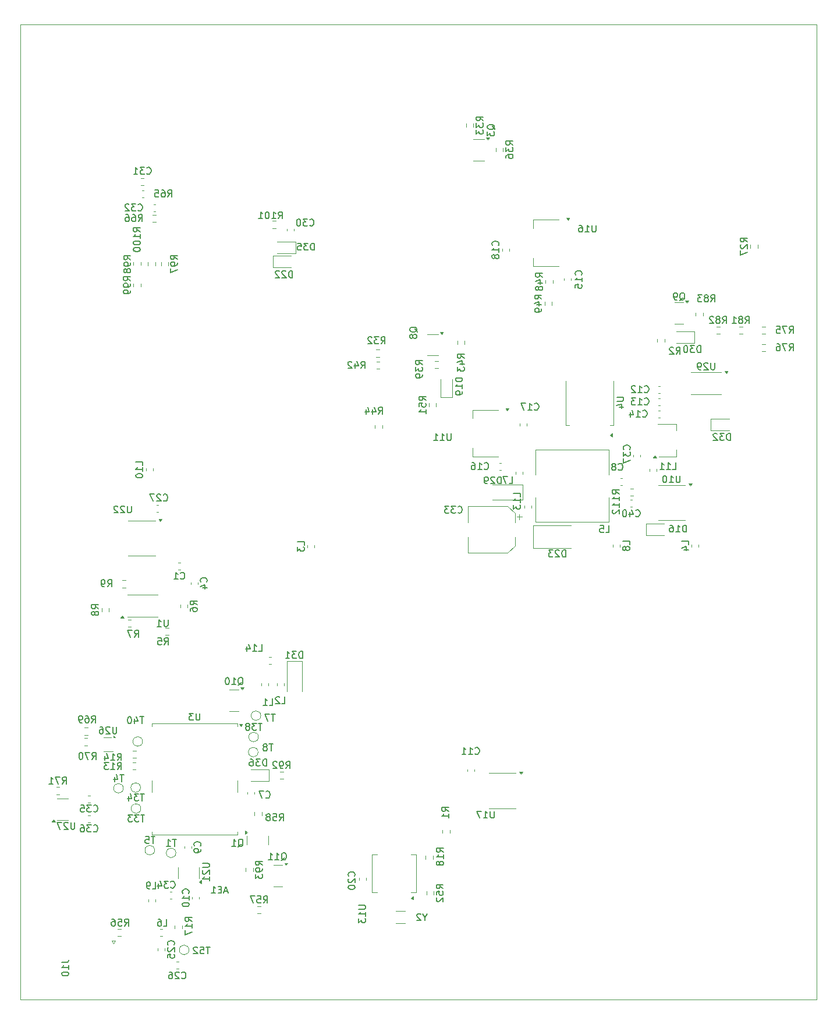
<source format=gbr>
%TF.GenerationSoftware,KiCad,Pcbnew,8.0.1*%
%TF.CreationDate,2024-08-10T17:13:53+02:00*%
%TF.ProjectId,Tracker,54726163-6b65-4722-9e6b-696361645f70,rev?*%
%TF.SameCoordinates,PX5aa5910PY998aa40*%
%TF.FileFunction,Legend,Bot*%
%TF.FilePolarity,Positive*%
%FSLAX46Y46*%
G04 Gerber Fmt 4.6, Leading zero omitted, Abs format (unit mm)*
G04 Created by KiCad (PCBNEW 8.0.1) date 2024-08-10 17:13:53*
%MOMM*%
%LPD*%
G01*
G04 APERTURE LIST*
%ADD10C,0.150000*%
%ADD11C,0.120000*%
%TA.AperFunction,Profile*%
%ADD12C,0.100000*%
%TD*%
G04 APERTURE END LIST*
D10*
X37958666Y42943181D02*
X38434856Y42943181D01*
X38434856Y42943181D02*
X38434856Y43943181D01*
X37672951Y43847943D02*
X37625332Y43895562D01*
X37625332Y43895562D02*
X37530094Y43943181D01*
X37530094Y43943181D02*
X37291999Y43943181D01*
X37291999Y43943181D02*
X37196761Y43895562D01*
X37196761Y43895562D02*
X37149142Y43847943D01*
X37149142Y43847943D02*
X37101523Y43752705D01*
X37101523Y43752705D02*
X37101523Y43657467D01*
X37101523Y43657467D02*
X37149142Y43514610D01*
X37149142Y43514610D02*
X37720570Y42943181D01*
X37720570Y42943181D02*
X37101523Y42943181D01*
X111840857Y94251181D02*
X112174190Y94727372D01*
X112412285Y94251181D02*
X112412285Y95251181D01*
X112412285Y95251181D02*
X112031333Y95251181D01*
X112031333Y95251181D02*
X111936095Y95203562D01*
X111936095Y95203562D02*
X111888476Y95155943D01*
X111888476Y95155943D02*
X111840857Y95060705D01*
X111840857Y95060705D02*
X111840857Y94917848D01*
X111840857Y94917848D02*
X111888476Y94822610D01*
X111888476Y94822610D02*
X111936095Y94774991D01*
X111936095Y94774991D02*
X112031333Y94727372D01*
X112031333Y94727372D02*
X112412285Y94727372D01*
X111507523Y95251181D02*
X110840857Y95251181D01*
X110840857Y95251181D02*
X111269428Y94251181D01*
X110031333Y95251181D02*
X110221809Y95251181D01*
X110221809Y95251181D02*
X110317047Y95203562D01*
X110317047Y95203562D02*
X110364666Y95155943D01*
X110364666Y95155943D02*
X110459904Y95013086D01*
X110459904Y95013086D02*
X110507523Y94822610D01*
X110507523Y94822610D02*
X110507523Y94441658D01*
X110507523Y94441658D02*
X110459904Y94346420D01*
X110459904Y94346420D02*
X110412285Y94298800D01*
X110412285Y94298800D02*
X110317047Y94251181D01*
X110317047Y94251181D02*
X110126571Y94251181D01*
X110126571Y94251181D02*
X110031333Y94298800D01*
X110031333Y94298800D02*
X109983714Y94346420D01*
X109983714Y94346420D02*
X109936095Y94441658D01*
X109936095Y94441658D02*
X109936095Y94679753D01*
X109936095Y94679753D02*
X109983714Y94774991D01*
X109983714Y94774991D02*
X110031333Y94822610D01*
X110031333Y94822610D02*
X110126571Y94870229D01*
X110126571Y94870229D02*
X110317047Y94870229D01*
X110317047Y94870229D02*
X110412285Y94822610D01*
X110412285Y94822610D02*
X110459904Y94774991D01*
X110459904Y94774991D02*
X110507523Y94679753D01*
X16108094Y71685181D02*
X16108094Y70875658D01*
X16108094Y70875658D02*
X16060475Y70780420D01*
X16060475Y70780420D02*
X16012856Y70732800D01*
X16012856Y70732800D02*
X15917618Y70685181D01*
X15917618Y70685181D02*
X15727142Y70685181D01*
X15727142Y70685181D02*
X15631904Y70732800D01*
X15631904Y70732800D02*
X15584285Y70780420D01*
X15584285Y70780420D02*
X15536666Y70875658D01*
X15536666Y70875658D02*
X15536666Y71685181D01*
X15108094Y71589943D02*
X15060475Y71637562D01*
X15060475Y71637562D02*
X14965237Y71685181D01*
X14965237Y71685181D02*
X14727142Y71685181D01*
X14727142Y71685181D02*
X14631904Y71637562D01*
X14631904Y71637562D02*
X14584285Y71589943D01*
X14584285Y71589943D02*
X14536666Y71494705D01*
X14536666Y71494705D02*
X14536666Y71399467D01*
X14536666Y71399467D02*
X14584285Y71256610D01*
X14584285Y71256610D02*
X15155713Y70685181D01*
X15155713Y70685181D02*
X14536666Y70685181D01*
X14155713Y71589943D02*
X14108094Y71637562D01*
X14108094Y71637562D02*
X14012856Y71685181D01*
X14012856Y71685181D02*
X13774761Y71685181D01*
X13774761Y71685181D02*
X13679523Y71637562D01*
X13679523Y71637562D02*
X13631904Y71589943D01*
X13631904Y71589943D02*
X13584285Y71494705D01*
X13584285Y71494705D02*
X13584285Y71399467D01*
X13584285Y71399467D02*
X13631904Y71256610D01*
X13631904Y71256610D02*
X14203332Y70685181D01*
X14203332Y70685181D02*
X13584285Y70685181D01*
X105427857Y98221181D02*
X105761190Y98697372D01*
X105999285Y98221181D02*
X105999285Y99221181D01*
X105999285Y99221181D02*
X105618333Y99221181D01*
X105618333Y99221181D02*
X105523095Y99173562D01*
X105523095Y99173562D02*
X105475476Y99125943D01*
X105475476Y99125943D02*
X105427857Y99030705D01*
X105427857Y99030705D02*
X105427857Y98887848D01*
X105427857Y98887848D02*
X105475476Y98792610D01*
X105475476Y98792610D02*
X105523095Y98744991D01*
X105523095Y98744991D02*
X105618333Y98697372D01*
X105618333Y98697372D02*
X105999285Y98697372D01*
X104856428Y98792610D02*
X104951666Y98840229D01*
X104951666Y98840229D02*
X104999285Y98887848D01*
X104999285Y98887848D02*
X105046904Y98983086D01*
X105046904Y98983086D02*
X105046904Y99030705D01*
X105046904Y99030705D02*
X104999285Y99125943D01*
X104999285Y99125943D02*
X104951666Y99173562D01*
X104951666Y99173562D02*
X104856428Y99221181D01*
X104856428Y99221181D02*
X104665952Y99221181D01*
X104665952Y99221181D02*
X104570714Y99173562D01*
X104570714Y99173562D02*
X104523095Y99125943D01*
X104523095Y99125943D02*
X104475476Y99030705D01*
X104475476Y99030705D02*
X104475476Y98983086D01*
X104475476Y98983086D02*
X104523095Y98887848D01*
X104523095Y98887848D02*
X104570714Y98840229D01*
X104570714Y98840229D02*
X104665952Y98792610D01*
X104665952Y98792610D02*
X104856428Y98792610D01*
X104856428Y98792610D02*
X104951666Y98744991D01*
X104951666Y98744991D02*
X104999285Y98697372D01*
X104999285Y98697372D02*
X105046904Y98602134D01*
X105046904Y98602134D02*
X105046904Y98411658D01*
X105046904Y98411658D02*
X104999285Y98316420D01*
X104999285Y98316420D02*
X104951666Y98268800D01*
X104951666Y98268800D02*
X104856428Y98221181D01*
X104856428Y98221181D02*
X104665952Y98221181D01*
X104665952Y98221181D02*
X104570714Y98268800D01*
X104570714Y98268800D02*
X104523095Y98316420D01*
X104523095Y98316420D02*
X104475476Y98411658D01*
X104475476Y98411658D02*
X104475476Y98602134D01*
X104475476Y98602134D02*
X104523095Y98697372D01*
X104523095Y98697372D02*
X104570714Y98744991D01*
X104570714Y98744991D02*
X104665952Y98792610D01*
X103523095Y98221181D02*
X104094523Y98221181D01*
X103808809Y98221181D02*
X103808809Y99221181D01*
X103808809Y99221181D02*
X103904047Y99078324D01*
X103904047Y99078324D02*
X103999285Y98983086D01*
X103999285Y98983086D02*
X104094523Y98935467D01*
X11344819Y56731667D02*
X10868628Y57065000D01*
X11344819Y57303095D02*
X10344819Y57303095D01*
X10344819Y57303095D02*
X10344819Y56922143D01*
X10344819Y56922143D02*
X10392438Y56826905D01*
X10392438Y56826905D02*
X10440057Y56779286D01*
X10440057Y56779286D02*
X10535295Y56731667D01*
X10535295Y56731667D02*
X10678152Y56731667D01*
X10678152Y56731667D02*
X10773390Y56779286D01*
X10773390Y56779286D02*
X10821009Y56826905D01*
X10821009Y56826905D02*
X10868628Y56922143D01*
X10868628Y56922143D02*
X10868628Y57303095D01*
X10773390Y56160238D02*
X10725771Y56255476D01*
X10725771Y56255476D02*
X10678152Y56303095D01*
X10678152Y56303095D02*
X10582914Y56350714D01*
X10582914Y56350714D02*
X10535295Y56350714D01*
X10535295Y56350714D02*
X10440057Y56303095D01*
X10440057Y56303095D02*
X10392438Y56255476D01*
X10392438Y56255476D02*
X10344819Y56160238D01*
X10344819Y56160238D02*
X10344819Y55969762D01*
X10344819Y55969762D02*
X10392438Y55874524D01*
X10392438Y55874524D02*
X10440057Y55826905D01*
X10440057Y55826905D02*
X10535295Y55779286D01*
X10535295Y55779286D02*
X10582914Y55779286D01*
X10582914Y55779286D02*
X10678152Y55826905D01*
X10678152Y55826905D02*
X10725771Y55874524D01*
X10725771Y55874524D02*
X10773390Y55969762D01*
X10773390Y55969762D02*
X10773390Y56160238D01*
X10773390Y56160238D02*
X10821009Y56255476D01*
X10821009Y56255476D02*
X10868628Y56303095D01*
X10868628Y56303095D02*
X10963866Y56350714D01*
X10963866Y56350714D02*
X11154342Y56350714D01*
X11154342Y56350714D02*
X11249580Y56303095D01*
X11249580Y56303095D02*
X11297200Y56255476D01*
X11297200Y56255476D02*
X11344819Y56160238D01*
X11344819Y56160238D02*
X11344819Y55969762D01*
X11344819Y55969762D02*
X11297200Y55874524D01*
X11297200Y55874524D02*
X11249580Y55826905D01*
X11249580Y55826905D02*
X11154342Y55779286D01*
X11154342Y55779286D02*
X10963866Y55779286D01*
X10963866Y55779286D02*
X10868628Y55826905D01*
X10868628Y55826905D02*
X10821009Y55874524D01*
X10821009Y55874524D02*
X10773390Y55969762D01*
X16004819Y107492858D02*
X15528628Y107826191D01*
X16004819Y108064286D02*
X15004819Y108064286D01*
X15004819Y108064286D02*
X15004819Y107683334D01*
X15004819Y107683334D02*
X15052438Y107588096D01*
X15052438Y107588096D02*
X15100057Y107540477D01*
X15100057Y107540477D02*
X15195295Y107492858D01*
X15195295Y107492858D02*
X15338152Y107492858D01*
X15338152Y107492858D02*
X15433390Y107540477D01*
X15433390Y107540477D02*
X15481009Y107588096D01*
X15481009Y107588096D02*
X15528628Y107683334D01*
X15528628Y107683334D02*
X15528628Y108064286D01*
X16004819Y107016667D02*
X16004819Y106826191D01*
X16004819Y106826191D02*
X15957200Y106730953D01*
X15957200Y106730953D02*
X15909580Y106683334D01*
X15909580Y106683334D02*
X15766723Y106588096D01*
X15766723Y106588096D02*
X15576247Y106540477D01*
X15576247Y106540477D02*
X15195295Y106540477D01*
X15195295Y106540477D02*
X15100057Y106588096D01*
X15100057Y106588096D02*
X15052438Y106635715D01*
X15052438Y106635715D02*
X15004819Y106730953D01*
X15004819Y106730953D02*
X15004819Y106921429D01*
X15004819Y106921429D02*
X15052438Y107016667D01*
X15052438Y107016667D02*
X15100057Y107064286D01*
X15100057Y107064286D02*
X15195295Y107111905D01*
X15195295Y107111905D02*
X15433390Y107111905D01*
X15433390Y107111905D02*
X15528628Y107064286D01*
X15528628Y107064286D02*
X15576247Y107016667D01*
X15576247Y107016667D02*
X15623866Y106921429D01*
X15623866Y106921429D02*
X15623866Y106730953D01*
X15623866Y106730953D02*
X15576247Y106635715D01*
X15576247Y106635715D02*
X15528628Y106588096D01*
X15528628Y106588096D02*
X15433390Y106540477D01*
X15433390Y105969048D02*
X15385771Y106064286D01*
X15385771Y106064286D02*
X15338152Y106111905D01*
X15338152Y106111905D02*
X15242914Y106159524D01*
X15242914Y106159524D02*
X15195295Y106159524D01*
X15195295Y106159524D02*
X15100057Y106111905D01*
X15100057Y106111905D02*
X15052438Y106064286D01*
X15052438Y106064286D02*
X15004819Y105969048D01*
X15004819Y105969048D02*
X15004819Y105778572D01*
X15004819Y105778572D02*
X15052438Y105683334D01*
X15052438Y105683334D02*
X15100057Y105635715D01*
X15100057Y105635715D02*
X15195295Y105588096D01*
X15195295Y105588096D02*
X15242914Y105588096D01*
X15242914Y105588096D02*
X15338152Y105635715D01*
X15338152Y105635715D02*
X15385771Y105683334D01*
X15385771Y105683334D02*
X15433390Y105778572D01*
X15433390Y105778572D02*
X15433390Y105969048D01*
X15433390Y105969048D02*
X15481009Y106064286D01*
X15481009Y106064286D02*
X15528628Y106111905D01*
X15528628Y106111905D02*
X15623866Y106159524D01*
X15623866Y106159524D02*
X15814342Y106159524D01*
X15814342Y106159524D02*
X15909580Y106111905D01*
X15909580Y106111905D02*
X15957200Y106064286D01*
X15957200Y106064286D02*
X16004819Y105969048D01*
X16004819Y105969048D02*
X16004819Y105778572D01*
X16004819Y105778572D02*
X15957200Y105683334D01*
X15957200Y105683334D02*
X15909580Y105635715D01*
X15909580Y105635715D02*
X15814342Y105588096D01*
X15814342Y105588096D02*
X15623866Y105588096D01*
X15623866Y105588096D02*
X15528628Y105635715D01*
X15528628Y105635715D02*
X15481009Y105683334D01*
X15481009Y105683334D02*
X15433390Y105778572D01*
X21842857Y16240420D02*
X21890476Y16192800D01*
X21890476Y16192800D02*
X22033333Y16145181D01*
X22033333Y16145181D02*
X22128571Y16145181D01*
X22128571Y16145181D02*
X22271428Y16192800D01*
X22271428Y16192800D02*
X22366666Y16288039D01*
X22366666Y16288039D02*
X22414285Y16383277D01*
X22414285Y16383277D02*
X22461904Y16573753D01*
X22461904Y16573753D02*
X22461904Y16716610D01*
X22461904Y16716610D02*
X22414285Y16907086D01*
X22414285Y16907086D02*
X22366666Y17002324D01*
X22366666Y17002324D02*
X22271428Y17097562D01*
X22271428Y17097562D02*
X22128571Y17145181D01*
X22128571Y17145181D02*
X22033333Y17145181D01*
X22033333Y17145181D02*
X21890476Y17097562D01*
X21890476Y17097562D02*
X21842857Y17049943D01*
X21509523Y17145181D02*
X20890476Y17145181D01*
X20890476Y17145181D02*
X21223809Y16764229D01*
X21223809Y16764229D02*
X21080952Y16764229D01*
X21080952Y16764229D02*
X20985714Y16716610D01*
X20985714Y16716610D02*
X20938095Y16668991D01*
X20938095Y16668991D02*
X20890476Y16573753D01*
X20890476Y16573753D02*
X20890476Y16335658D01*
X20890476Y16335658D02*
X20938095Y16240420D01*
X20938095Y16240420D02*
X20985714Y16192800D01*
X20985714Y16192800D02*
X21080952Y16145181D01*
X21080952Y16145181D02*
X21366666Y16145181D01*
X21366666Y16145181D02*
X21461904Y16192800D01*
X21461904Y16192800D02*
X21509523Y16240420D01*
X20033333Y16811848D02*
X20033333Y16145181D01*
X20271428Y17192800D02*
X20509523Y16478515D01*
X20509523Y16478515D02*
X19890476Y16478515D01*
X36711904Y37085181D02*
X36140476Y37085181D01*
X36426190Y36085181D02*
X36426190Y37085181D01*
X35664285Y36656610D02*
X35759523Y36704229D01*
X35759523Y36704229D02*
X35807142Y36751848D01*
X35807142Y36751848D02*
X35854761Y36847086D01*
X35854761Y36847086D02*
X35854761Y36894705D01*
X35854761Y36894705D02*
X35807142Y36989943D01*
X35807142Y36989943D02*
X35759523Y37037562D01*
X35759523Y37037562D02*
X35664285Y37085181D01*
X35664285Y37085181D02*
X35473809Y37085181D01*
X35473809Y37085181D02*
X35378571Y37037562D01*
X35378571Y37037562D02*
X35330952Y36989943D01*
X35330952Y36989943D02*
X35283333Y36894705D01*
X35283333Y36894705D02*
X35283333Y36847086D01*
X35283333Y36847086D02*
X35330952Y36751848D01*
X35330952Y36751848D02*
X35378571Y36704229D01*
X35378571Y36704229D02*
X35473809Y36656610D01*
X35473809Y36656610D02*
X35664285Y36656610D01*
X35664285Y36656610D02*
X35759523Y36608991D01*
X35759523Y36608991D02*
X35807142Y36561372D01*
X35807142Y36561372D02*
X35854761Y36466134D01*
X35854761Y36466134D02*
X35854761Y36275658D01*
X35854761Y36275658D02*
X35807142Y36180420D01*
X35807142Y36180420D02*
X35759523Y36132800D01*
X35759523Y36132800D02*
X35664285Y36085181D01*
X35664285Y36085181D02*
X35473809Y36085181D01*
X35473809Y36085181D02*
X35378571Y36132800D01*
X35378571Y36132800D02*
X35330952Y36180420D01*
X35330952Y36180420D02*
X35283333Y36275658D01*
X35283333Y36275658D02*
X35283333Y36466134D01*
X35283333Y36466134D02*
X35330952Y36561372D01*
X35330952Y36561372D02*
X35378571Y36608991D01*
X35378571Y36608991D02*
X35473809Y36656610D01*
X27049580Y60626667D02*
X27097200Y60674286D01*
X27097200Y60674286D02*
X27144819Y60817143D01*
X27144819Y60817143D02*
X27144819Y60912381D01*
X27144819Y60912381D02*
X27097200Y61055238D01*
X27097200Y61055238D02*
X27001961Y61150476D01*
X27001961Y61150476D02*
X26906723Y61198095D01*
X26906723Y61198095D02*
X26716247Y61245714D01*
X26716247Y61245714D02*
X26573390Y61245714D01*
X26573390Y61245714D02*
X26382914Y61198095D01*
X26382914Y61198095D02*
X26287676Y61150476D01*
X26287676Y61150476D02*
X26192438Y61055238D01*
X26192438Y61055238D02*
X26144819Y60912381D01*
X26144819Y60912381D02*
X26144819Y60817143D01*
X26144819Y60817143D02*
X26192438Y60674286D01*
X26192438Y60674286D02*
X26240057Y60626667D01*
X26478152Y59769524D02*
X27144819Y59769524D01*
X26097200Y60007619D02*
X26811485Y60245714D01*
X26811485Y60245714D02*
X26811485Y59626667D01*
X26454819Y19738095D02*
X27264342Y19738095D01*
X27264342Y19738095D02*
X27359580Y19690476D01*
X27359580Y19690476D02*
X27407200Y19642857D01*
X27407200Y19642857D02*
X27454819Y19547619D01*
X27454819Y19547619D02*
X27454819Y19357143D01*
X27454819Y19357143D02*
X27407200Y19261905D01*
X27407200Y19261905D02*
X27359580Y19214286D01*
X27359580Y19214286D02*
X27264342Y19166667D01*
X27264342Y19166667D02*
X26454819Y19166667D01*
X26550057Y18738095D02*
X26502438Y18690476D01*
X26502438Y18690476D02*
X26454819Y18595238D01*
X26454819Y18595238D02*
X26454819Y18357143D01*
X26454819Y18357143D02*
X26502438Y18261905D01*
X26502438Y18261905D02*
X26550057Y18214286D01*
X26550057Y18214286D02*
X26645295Y18166667D01*
X26645295Y18166667D02*
X26740533Y18166667D01*
X26740533Y18166667D02*
X26883390Y18214286D01*
X26883390Y18214286D02*
X27454819Y18785714D01*
X27454819Y18785714D02*
X27454819Y18166667D01*
X27454819Y17214286D02*
X27454819Y17785714D01*
X27454819Y17500000D02*
X26454819Y17500000D01*
X26454819Y17500000D02*
X26597676Y17595238D01*
X26597676Y17595238D02*
X26692914Y17690476D01*
X26692914Y17690476D02*
X26740533Y17785714D01*
X37494047Y113445181D02*
X37827380Y113921372D01*
X38065475Y113445181D02*
X38065475Y114445181D01*
X38065475Y114445181D02*
X37684523Y114445181D01*
X37684523Y114445181D02*
X37589285Y114397562D01*
X37589285Y114397562D02*
X37541666Y114349943D01*
X37541666Y114349943D02*
X37494047Y114254705D01*
X37494047Y114254705D02*
X37494047Y114111848D01*
X37494047Y114111848D02*
X37541666Y114016610D01*
X37541666Y114016610D02*
X37589285Y113968991D01*
X37589285Y113968991D02*
X37684523Y113921372D01*
X37684523Y113921372D02*
X38065475Y113921372D01*
X36541666Y113445181D02*
X37113094Y113445181D01*
X36827380Y113445181D02*
X36827380Y114445181D01*
X36827380Y114445181D02*
X36922618Y114302324D01*
X36922618Y114302324D02*
X37017856Y114207086D01*
X37017856Y114207086D02*
X37113094Y114159467D01*
X35922618Y114445181D02*
X35827380Y114445181D01*
X35827380Y114445181D02*
X35732142Y114397562D01*
X35732142Y114397562D02*
X35684523Y114349943D01*
X35684523Y114349943D02*
X35636904Y114254705D01*
X35636904Y114254705D02*
X35589285Y114064229D01*
X35589285Y114064229D02*
X35589285Y113826134D01*
X35589285Y113826134D02*
X35636904Y113635658D01*
X35636904Y113635658D02*
X35684523Y113540420D01*
X35684523Y113540420D02*
X35732142Y113492800D01*
X35732142Y113492800D02*
X35827380Y113445181D01*
X35827380Y113445181D02*
X35922618Y113445181D01*
X35922618Y113445181D02*
X36017856Y113492800D01*
X36017856Y113492800D02*
X36065475Y113540420D01*
X36065475Y113540420D02*
X36113094Y113635658D01*
X36113094Y113635658D02*
X36160713Y113826134D01*
X36160713Y113826134D02*
X36160713Y114064229D01*
X36160713Y114064229D02*
X36113094Y114254705D01*
X36113094Y114254705D02*
X36065475Y114349943D01*
X36065475Y114349943D02*
X36017856Y114397562D01*
X36017856Y114397562D02*
X35922618Y114445181D01*
X34636904Y113445181D02*
X35208332Y113445181D01*
X34922618Y113445181D02*
X34922618Y114445181D01*
X34922618Y114445181D02*
X35017856Y114302324D01*
X35017856Y114302324D02*
X35113094Y114207086D01*
X35113094Y114207086D02*
X35208332Y114159467D01*
X90504857Y84694420D02*
X90552476Y84646800D01*
X90552476Y84646800D02*
X90695333Y84599181D01*
X90695333Y84599181D02*
X90790571Y84599181D01*
X90790571Y84599181D02*
X90933428Y84646800D01*
X90933428Y84646800D02*
X91028666Y84742039D01*
X91028666Y84742039D02*
X91076285Y84837277D01*
X91076285Y84837277D02*
X91123904Y85027753D01*
X91123904Y85027753D02*
X91123904Y85170610D01*
X91123904Y85170610D02*
X91076285Y85361086D01*
X91076285Y85361086D02*
X91028666Y85456324D01*
X91028666Y85456324D02*
X90933428Y85551562D01*
X90933428Y85551562D02*
X90790571Y85599181D01*
X90790571Y85599181D02*
X90695333Y85599181D01*
X90695333Y85599181D02*
X90552476Y85551562D01*
X90552476Y85551562D02*
X90504857Y85503943D01*
X89552476Y84599181D02*
X90123904Y84599181D01*
X89838190Y84599181D02*
X89838190Y85599181D01*
X89838190Y85599181D02*
X89933428Y85456324D01*
X89933428Y85456324D02*
X90028666Y85361086D01*
X90028666Y85361086D02*
X90123904Y85313467D01*
X88695333Y85265848D02*
X88695333Y84599181D01*
X88933428Y85646800D02*
X89171523Y84932515D01*
X89171523Y84932515D02*
X88552476Y84932515D01*
X98950285Y93997181D02*
X98950285Y94997181D01*
X98950285Y94997181D02*
X98712190Y94997181D01*
X98712190Y94997181D02*
X98569333Y94949562D01*
X98569333Y94949562D02*
X98474095Y94854324D01*
X98474095Y94854324D02*
X98426476Y94759086D01*
X98426476Y94759086D02*
X98378857Y94568610D01*
X98378857Y94568610D02*
X98378857Y94425753D01*
X98378857Y94425753D02*
X98426476Y94235277D01*
X98426476Y94235277D02*
X98474095Y94140039D01*
X98474095Y94140039D02*
X98569333Y94044800D01*
X98569333Y94044800D02*
X98712190Y93997181D01*
X98712190Y93997181D02*
X98950285Y93997181D01*
X98045523Y94997181D02*
X97426476Y94997181D01*
X97426476Y94997181D02*
X97759809Y94616229D01*
X97759809Y94616229D02*
X97616952Y94616229D01*
X97616952Y94616229D02*
X97521714Y94568610D01*
X97521714Y94568610D02*
X97474095Y94520991D01*
X97474095Y94520991D02*
X97426476Y94425753D01*
X97426476Y94425753D02*
X97426476Y94187658D01*
X97426476Y94187658D02*
X97474095Y94092420D01*
X97474095Y94092420D02*
X97521714Y94044800D01*
X97521714Y94044800D02*
X97616952Y93997181D01*
X97616952Y93997181D02*
X97902666Y93997181D01*
X97902666Y93997181D02*
X97997904Y94044800D01*
X97997904Y94044800D02*
X98045523Y94092420D01*
X96807428Y94997181D02*
X96712190Y94997181D01*
X96712190Y94997181D02*
X96616952Y94949562D01*
X96616952Y94949562D02*
X96569333Y94901943D01*
X96569333Y94901943D02*
X96521714Y94806705D01*
X96521714Y94806705D02*
X96474095Y94616229D01*
X96474095Y94616229D02*
X96474095Y94378134D01*
X96474095Y94378134D02*
X96521714Y94187658D01*
X96521714Y94187658D02*
X96569333Y94092420D01*
X96569333Y94092420D02*
X96616952Y94044800D01*
X96616952Y94044800D02*
X96712190Y93997181D01*
X96712190Y93997181D02*
X96807428Y93997181D01*
X96807428Y93997181D02*
X96902666Y94044800D01*
X96902666Y94044800D02*
X96950285Y94092420D01*
X96950285Y94092420D02*
X96997904Y94187658D01*
X96997904Y94187658D02*
X97045523Y94378134D01*
X97045523Y94378134D02*
X97045523Y94616229D01*
X97045523Y94616229D02*
X96997904Y94806705D01*
X96997904Y94806705D02*
X96950285Y94901943D01*
X96950285Y94901943D02*
X96902666Y94949562D01*
X96902666Y94949562D02*
X96807428Y94997181D01*
X24954819Y11292858D02*
X24478628Y11626191D01*
X24954819Y11864286D02*
X23954819Y11864286D01*
X23954819Y11864286D02*
X23954819Y11483334D01*
X23954819Y11483334D02*
X24002438Y11388096D01*
X24002438Y11388096D02*
X24050057Y11340477D01*
X24050057Y11340477D02*
X24145295Y11292858D01*
X24145295Y11292858D02*
X24288152Y11292858D01*
X24288152Y11292858D02*
X24383390Y11340477D01*
X24383390Y11340477D02*
X24431009Y11388096D01*
X24431009Y11388096D02*
X24478628Y11483334D01*
X24478628Y11483334D02*
X24478628Y11864286D01*
X24954819Y10340477D02*
X24954819Y10911905D01*
X24954819Y10626191D02*
X23954819Y10626191D01*
X23954819Y10626191D02*
X24097676Y10721429D01*
X24097676Y10721429D02*
X24192914Y10816667D01*
X24192914Y10816667D02*
X24240533Y10911905D01*
X23954819Y10007143D02*
X23954819Y9340477D01*
X23954819Y9340477D02*
X24954819Y9769048D01*
X63617857Y70740420D02*
X63665476Y70692800D01*
X63665476Y70692800D02*
X63808333Y70645181D01*
X63808333Y70645181D02*
X63903571Y70645181D01*
X63903571Y70645181D02*
X64046428Y70692800D01*
X64046428Y70692800D02*
X64141666Y70788039D01*
X64141666Y70788039D02*
X64189285Y70883277D01*
X64189285Y70883277D02*
X64236904Y71073753D01*
X64236904Y71073753D02*
X64236904Y71216610D01*
X64236904Y71216610D02*
X64189285Y71407086D01*
X64189285Y71407086D02*
X64141666Y71502324D01*
X64141666Y71502324D02*
X64046428Y71597562D01*
X64046428Y71597562D02*
X63903571Y71645181D01*
X63903571Y71645181D02*
X63808333Y71645181D01*
X63808333Y71645181D02*
X63665476Y71597562D01*
X63665476Y71597562D02*
X63617857Y71549943D01*
X63284523Y71645181D02*
X62665476Y71645181D01*
X62665476Y71645181D02*
X62998809Y71264229D01*
X62998809Y71264229D02*
X62855952Y71264229D01*
X62855952Y71264229D02*
X62760714Y71216610D01*
X62760714Y71216610D02*
X62713095Y71168991D01*
X62713095Y71168991D02*
X62665476Y71073753D01*
X62665476Y71073753D02*
X62665476Y70835658D01*
X62665476Y70835658D02*
X62713095Y70740420D01*
X62713095Y70740420D02*
X62760714Y70692800D01*
X62760714Y70692800D02*
X62855952Y70645181D01*
X62855952Y70645181D02*
X63141666Y70645181D01*
X63141666Y70645181D02*
X63236904Y70692800D01*
X63236904Y70692800D02*
X63284523Y70740420D01*
X62332142Y71645181D02*
X61713095Y71645181D01*
X61713095Y71645181D02*
X62046428Y71264229D01*
X62046428Y71264229D02*
X61903571Y71264229D01*
X61903571Y71264229D02*
X61808333Y71216610D01*
X61808333Y71216610D02*
X61760714Y71168991D01*
X61760714Y71168991D02*
X61713095Y71073753D01*
X61713095Y71073753D02*
X61713095Y70835658D01*
X61713095Y70835658D02*
X61760714Y70740420D01*
X61760714Y70740420D02*
X61808333Y70692800D01*
X61808333Y70692800D02*
X61903571Y70645181D01*
X61903571Y70645181D02*
X62189285Y70645181D01*
X62189285Y70645181D02*
X62284523Y70692800D01*
X62284523Y70692800D02*
X62332142Y70740420D01*
X10342857Y40195181D02*
X10676190Y40671372D01*
X10914285Y40195181D02*
X10914285Y41195181D01*
X10914285Y41195181D02*
X10533333Y41195181D01*
X10533333Y41195181D02*
X10438095Y41147562D01*
X10438095Y41147562D02*
X10390476Y41099943D01*
X10390476Y41099943D02*
X10342857Y41004705D01*
X10342857Y41004705D02*
X10342857Y40861848D01*
X10342857Y40861848D02*
X10390476Y40766610D01*
X10390476Y40766610D02*
X10438095Y40718991D01*
X10438095Y40718991D02*
X10533333Y40671372D01*
X10533333Y40671372D02*
X10914285Y40671372D01*
X9485714Y41195181D02*
X9676190Y41195181D01*
X9676190Y41195181D02*
X9771428Y41147562D01*
X9771428Y41147562D02*
X9819047Y41099943D01*
X9819047Y41099943D02*
X9914285Y40957086D01*
X9914285Y40957086D02*
X9961904Y40766610D01*
X9961904Y40766610D02*
X9961904Y40385658D01*
X9961904Y40385658D02*
X9914285Y40290420D01*
X9914285Y40290420D02*
X9866666Y40242800D01*
X9866666Y40242800D02*
X9771428Y40195181D01*
X9771428Y40195181D02*
X9580952Y40195181D01*
X9580952Y40195181D02*
X9485714Y40242800D01*
X9485714Y40242800D02*
X9438095Y40290420D01*
X9438095Y40290420D02*
X9390476Y40385658D01*
X9390476Y40385658D02*
X9390476Y40623753D01*
X9390476Y40623753D02*
X9438095Y40718991D01*
X9438095Y40718991D02*
X9485714Y40766610D01*
X9485714Y40766610D02*
X9580952Y40814229D01*
X9580952Y40814229D02*
X9771428Y40814229D01*
X9771428Y40814229D02*
X9866666Y40766610D01*
X9866666Y40766610D02*
X9914285Y40718991D01*
X9914285Y40718991D02*
X9961904Y40623753D01*
X8914285Y40195181D02*
X8723809Y40195181D01*
X8723809Y40195181D02*
X8628571Y40242800D01*
X8628571Y40242800D02*
X8580952Y40290420D01*
X8580952Y40290420D02*
X8485714Y40433277D01*
X8485714Y40433277D02*
X8438095Y40623753D01*
X8438095Y40623753D02*
X8438095Y41004705D01*
X8438095Y41004705D02*
X8485714Y41099943D01*
X8485714Y41099943D02*
X8533333Y41147562D01*
X8533333Y41147562D02*
X8628571Y41195181D01*
X8628571Y41195181D02*
X8819047Y41195181D01*
X8819047Y41195181D02*
X8914285Y41147562D01*
X8914285Y41147562D02*
X8961904Y41099943D01*
X8961904Y41099943D02*
X9009523Y41004705D01*
X9009523Y41004705D02*
X9009523Y40766610D01*
X9009523Y40766610D02*
X8961904Y40671372D01*
X8961904Y40671372D02*
X8914285Y40623753D01*
X8914285Y40623753D02*
X8819047Y40576134D01*
X8819047Y40576134D02*
X8628571Y40576134D01*
X8628571Y40576134D02*
X8533333Y40623753D01*
X8533333Y40623753D02*
X8485714Y40671372D01*
X8485714Y40671372D02*
X8438095Y40766610D01*
X22661904Y23243181D02*
X22090476Y23243181D01*
X22376190Y22243181D02*
X22376190Y23243181D01*
X21233333Y22243181D02*
X21804761Y22243181D01*
X21519047Y22243181D02*
X21519047Y23243181D01*
X21519047Y23243181D02*
X21614285Y23100324D01*
X21614285Y23100324D02*
X21709523Y23005086D01*
X21709523Y23005086D02*
X21804761Y22957467D01*
X20762857Y72490420D02*
X20810476Y72442800D01*
X20810476Y72442800D02*
X20953333Y72395181D01*
X20953333Y72395181D02*
X21048571Y72395181D01*
X21048571Y72395181D02*
X21191428Y72442800D01*
X21191428Y72442800D02*
X21286666Y72538039D01*
X21286666Y72538039D02*
X21334285Y72633277D01*
X21334285Y72633277D02*
X21381904Y72823753D01*
X21381904Y72823753D02*
X21381904Y72966610D01*
X21381904Y72966610D02*
X21334285Y73157086D01*
X21334285Y73157086D02*
X21286666Y73252324D01*
X21286666Y73252324D02*
X21191428Y73347562D01*
X21191428Y73347562D02*
X21048571Y73395181D01*
X21048571Y73395181D02*
X20953333Y73395181D01*
X20953333Y73395181D02*
X20810476Y73347562D01*
X20810476Y73347562D02*
X20762857Y73299943D01*
X20381904Y73299943D02*
X20334285Y73347562D01*
X20334285Y73347562D02*
X20239047Y73395181D01*
X20239047Y73395181D02*
X20000952Y73395181D01*
X20000952Y73395181D02*
X19905714Y73347562D01*
X19905714Y73347562D02*
X19858095Y73299943D01*
X19858095Y73299943D02*
X19810476Y73204705D01*
X19810476Y73204705D02*
X19810476Y73109467D01*
X19810476Y73109467D02*
X19858095Y72966610D01*
X19858095Y72966610D02*
X20429523Y72395181D01*
X20429523Y72395181D02*
X19810476Y72395181D01*
X19477142Y73395181D02*
X18810476Y73395181D01*
X18810476Y73395181D02*
X19239047Y72395181D01*
X41038285Y49547181D02*
X41038285Y50547181D01*
X41038285Y50547181D02*
X40800190Y50547181D01*
X40800190Y50547181D02*
X40657333Y50499562D01*
X40657333Y50499562D02*
X40562095Y50404324D01*
X40562095Y50404324D02*
X40514476Y50309086D01*
X40514476Y50309086D02*
X40466857Y50118610D01*
X40466857Y50118610D02*
X40466857Y49975753D01*
X40466857Y49975753D02*
X40514476Y49785277D01*
X40514476Y49785277D02*
X40562095Y49690039D01*
X40562095Y49690039D02*
X40657333Y49594800D01*
X40657333Y49594800D02*
X40800190Y49547181D01*
X40800190Y49547181D02*
X41038285Y49547181D01*
X40133523Y50547181D02*
X39514476Y50547181D01*
X39514476Y50547181D02*
X39847809Y50166229D01*
X39847809Y50166229D02*
X39704952Y50166229D01*
X39704952Y50166229D02*
X39609714Y50118610D01*
X39609714Y50118610D02*
X39562095Y50070991D01*
X39562095Y50070991D02*
X39514476Y49975753D01*
X39514476Y49975753D02*
X39514476Y49737658D01*
X39514476Y49737658D02*
X39562095Y49642420D01*
X39562095Y49642420D02*
X39609714Y49594800D01*
X39609714Y49594800D02*
X39704952Y49547181D01*
X39704952Y49547181D02*
X39990666Y49547181D01*
X39990666Y49547181D02*
X40085904Y49594800D01*
X40085904Y49594800D02*
X40133523Y49642420D01*
X38562095Y49547181D02*
X39133523Y49547181D01*
X38847809Y49547181D02*
X38847809Y50547181D01*
X38847809Y50547181D02*
X38943047Y50404324D01*
X38943047Y50404324D02*
X39038285Y50309086D01*
X39038285Y50309086D02*
X39133523Y50261467D01*
X90758857Y88250420D02*
X90806476Y88202800D01*
X90806476Y88202800D02*
X90949333Y88155181D01*
X90949333Y88155181D02*
X91044571Y88155181D01*
X91044571Y88155181D02*
X91187428Y88202800D01*
X91187428Y88202800D02*
X91282666Y88298039D01*
X91282666Y88298039D02*
X91330285Y88393277D01*
X91330285Y88393277D02*
X91377904Y88583753D01*
X91377904Y88583753D02*
X91377904Y88726610D01*
X91377904Y88726610D02*
X91330285Y88917086D01*
X91330285Y88917086D02*
X91282666Y89012324D01*
X91282666Y89012324D02*
X91187428Y89107562D01*
X91187428Y89107562D02*
X91044571Y89155181D01*
X91044571Y89155181D02*
X90949333Y89155181D01*
X90949333Y89155181D02*
X90806476Y89107562D01*
X90806476Y89107562D02*
X90758857Y89059943D01*
X89806476Y88155181D02*
X90377904Y88155181D01*
X90092190Y88155181D02*
X90092190Y89155181D01*
X90092190Y89155181D02*
X90187428Y89012324D01*
X90187428Y89012324D02*
X90282666Y88917086D01*
X90282666Y88917086D02*
X90377904Y88869467D01*
X89425523Y89059943D02*
X89377904Y89107562D01*
X89377904Y89107562D02*
X89282666Y89155181D01*
X89282666Y89155181D02*
X89044571Y89155181D01*
X89044571Y89155181D02*
X88949333Y89107562D01*
X88949333Y89107562D02*
X88901714Y89059943D01*
X88901714Y89059943D02*
X88854095Y88964705D01*
X88854095Y88964705D02*
X88854095Y88869467D01*
X88854095Y88869467D02*
X88901714Y88726610D01*
X88901714Y88726610D02*
X89473142Y88155181D01*
X89473142Y88155181D02*
X88854095Y88155181D01*
X26139580Y22266667D02*
X26187200Y22314286D01*
X26187200Y22314286D02*
X26234819Y22457143D01*
X26234819Y22457143D02*
X26234819Y22552381D01*
X26234819Y22552381D02*
X26187200Y22695238D01*
X26187200Y22695238D02*
X26091961Y22790476D01*
X26091961Y22790476D02*
X25996723Y22838095D01*
X25996723Y22838095D02*
X25806247Y22885714D01*
X25806247Y22885714D02*
X25663390Y22885714D01*
X25663390Y22885714D02*
X25472914Y22838095D01*
X25472914Y22838095D02*
X25377676Y22790476D01*
X25377676Y22790476D02*
X25282438Y22695238D01*
X25282438Y22695238D02*
X25234819Y22552381D01*
X25234819Y22552381D02*
X25234819Y22457143D01*
X25234819Y22457143D02*
X25282438Y22314286D01*
X25282438Y22314286D02*
X25330057Y22266667D01*
X26234819Y21790476D02*
X26234819Y21600000D01*
X26234819Y21600000D02*
X26187200Y21504762D01*
X26187200Y21504762D02*
X26139580Y21457143D01*
X26139580Y21457143D02*
X25996723Y21361905D01*
X25996723Y21361905D02*
X25806247Y21314286D01*
X25806247Y21314286D02*
X25425295Y21314286D01*
X25425295Y21314286D02*
X25330057Y21361905D01*
X25330057Y21361905D02*
X25282438Y21409524D01*
X25282438Y21409524D02*
X25234819Y21504762D01*
X25234819Y21504762D02*
X25234819Y21695238D01*
X25234819Y21695238D02*
X25282438Y21790476D01*
X25282438Y21790476D02*
X25330057Y21838095D01*
X25330057Y21838095D02*
X25425295Y21885714D01*
X25425295Y21885714D02*
X25663390Y21885714D01*
X25663390Y21885714D02*
X25758628Y21838095D01*
X25758628Y21838095D02*
X25806247Y21790476D01*
X25806247Y21790476D02*
X25853866Y21695238D01*
X25853866Y21695238D02*
X25853866Y21504762D01*
X25853866Y21504762D02*
X25806247Y21409524D01*
X25806247Y21409524D02*
X25758628Y21361905D01*
X25758628Y21361905D02*
X25663390Y21314286D01*
X100983594Y92488181D02*
X100983594Y91678658D01*
X100983594Y91678658D02*
X100935975Y91583420D01*
X100935975Y91583420D02*
X100888356Y91535800D01*
X100888356Y91535800D02*
X100793118Y91488181D01*
X100793118Y91488181D02*
X100602642Y91488181D01*
X100602642Y91488181D02*
X100507404Y91535800D01*
X100507404Y91535800D02*
X100459785Y91583420D01*
X100459785Y91583420D02*
X100412166Y91678658D01*
X100412166Y91678658D02*
X100412166Y92488181D01*
X99983594Y92392943D02*
X99935975Y92440562D01*
X99935975Y92440562D02*
X99840737Y92488181D01*
X99840737Y92488181D02*
X99602642Y92488181D01*
X99602642Y92488181D02*
X99507404Y92440562D01*
X99507404Y92440562D02*
X99459785Y92392943D01*
X99459785Y92392943D02*
X99412166Y92297705D01*
X99412166Y92297705D02*
X99412166Y92202467D01*
X99412166Y92202467D02*
X99459785Y92059610D01*
X99459785Y92059610D02*
X100031213Y91488181D01*
X100031213Y91488181D02*
X99412166Y91488181D01*
X98935975Y91488181D02*
X98745499Y91488181D01*
X98745499Y91488181D02*
X98650261Y91535800D01*
X98650261Y91535800D02*
X98602642Y91583420D01*
X98602642Y91583420D02*
X98507404Y91726277D01*
X98507404Y91726277D02*
X98459785Y91916753D01*
X98459785Y91916753D02*
X98459785Y92297705D01*
X98459785Y92297705D02*
X98507404Y92392943D01*
X98507404Y92392943D02*
X98555023Y92440562D01*
X98555023Y92440562D02*
X98650261Y92488181D01*
X98650261Y92488181D02*
X98840737Y92488181D01*
X98840737Y92488181D02*
X98935975Y92440562D01*
X98935975Y92440562D02*
X98983594Y92392943D01*
X98983594Y92392943D02*
X99031213Y92297705D01*
X99031213Y92297705D02*
X99031213Y92059610D01*
X99031213Y92059610D02*
X98983594Y91964372D01*
X98983594Y91964372D02*
X98935975Y91916753D01*
X98935975Y91916753D02*
X98840737Y91869134D01*
X98840737Y91869134D02*
X98650261Y91869134D01*
X98650261Y91869134D02*
X98555023Y91916753D01*
X98555023Y91916753D02*
X98507404Y91964372D01*
X98507404Y91964372D02*
X98459785Y92059610D01*
X12671666Y59945181D02*
X13004999Y60421372D01*
X13243094Y59945181D02*
X13243094Y60945181D01*
X13243094Y60945181D02*
X12862142Y60945181D01*
X12862142Y60945181D02*
X12766904Y60897562D01*
X12766904Y60897562D02*
X12719285Y60849943D01*
X12719285Y60849943D02*
X12671666Y60754705D01*
X12671666Y60754705D02*
X12671666Y60611848D01*
X12671666Y60611848D02*
X12719285Y60516610D01*
X12719285Y60516610D02*
X12766904Y60468991D01*
X12766904Y60468991D02*
X12862142Y60421372D01*
X12862142Y60421372D02*
X13243094Y60421372D01*
X12195475Y59945181D02*
X12004999Y59945181D01*
X12004999Y59945181D02*
X11909761Y59992800D01*
X11909761Y59992800D02*
X11862142Y60040420D01*
X11862142Y60040420D02*
X11766904Y60183277D01*
X11766904Y60183277D02*
X11719285Y60373753D01*
X11719285Y60373753D02*
X11719285Y60754705D01*
X11719285Y60754705D02*
X11766904Y60849943D01*
X11766904Y60849943D02*
X11814523Y60897562D01*
X11814523Y60897562D02*
X11909761Y60945181D01*
X11909761Y60945181D02*
X12100237Y60945181D01*
X12100237Y60945181D02*
X12195475Y60897562D01*
X12195475Y60897562D02*
X12243094Y60849943D01*
X12243094Y60849943D02*
X12290713Y60754705D01*
X12290713Y60754705D02*
X12290713Y60516610D01*
X12290713Y60516610D02*
X12243094Y60421372D01*
X12243094Y60421372D02*
X12195475Y60373753D01*
X12195475Y60373753D02*
X12100237Y60326134D01*
X12100237Y60326134D02*
X11909761Y60326134D01*
X11909761Y60326134D02*
X11814523Y60373753D01*
X11814523Y60373753D02*
X11766904Y60421372D01*
X11766904Y60421372D02*
X11719285Y60516610D01*
X67304819Y127672858D02*
X66828628Y128006191D01*
X67304819Y128244286D02*
X66304819Y128244286D01*
X66304819Y128244286D02*
X66304819Y127863334D01*
X66304819Y127863334D02*
X66352438Y127768096D01*
X66352438Y127768096D02*
X66400057Y127720477D01*
X66400057Y127720477D02*
X66495295Y127672858D01*
X66495295Y127672858D02*
X66638152Y127672858D01*
X66638152Y127672858D02*
X66733390Y127720477D01*
X66733390Y127720477D02*
X66781009Y127768096D01*
X66781009Y127768096D02*
X66828628Y127863334D01*
X66828628Y127863334D02*
X66828628Y128244286D01*
X66304819Y127339524D02*
X66304819Y126720477D01*
X66304819Y126720477D02*
X66685771Y127053810D01*
X66685771Y127053810D02*
X66685771Y126910953D01*
X66685771Y126910953D02*
X66733390Y126815715D01*
X66733390Y126815715D02*
X66781009Y126768096D01*
X66781009Y126768096D02*
X66876247Y126720477D01*
X66876247Y126720477D02*
X67114342Y126720477D01*
X67114342Y126720477D02*
X67209580Y126768096D01*
X67209580Y126768096D02*
X67257200Y126815715D01*
X67257200Y126815715D02*
X67304819Y126910953D01*
X67304819Y126910953D02*
X67304819Y127196667D01*
X67304819Y127196667D02*
X67257200Y127291905D01*
X67257200Y127291905D02*
X67209580Y127339524D01*
X66304819Y126387143D02*
X66304819Y125768096D01*
X66304819Y125768096D02*
X66685771Y126101429D01*
X66685771Y126101429D02*
X66685771Y125958572D01*
X66685771Y125958572D02*
X66733390Y125863334D01*
X66733390Y125863334D02*
X66781009Y125815715D01*
X66781009Y125815715D02*
X66876247Y125768096D01*
X66876247Y125768096D02*
X67114342Y125768096D01*
X67114342Y125768096D02*
X67209580Y125815715D01*
X67209580Y125815715D02*
X67257200Y125863334D01*
X67257200Y125863334D02*
X67304819Y125958572D01*
X67304819Y125958572D02*
X67304819Y126244286D01*
X67304819Y126244286D02*
X67257200Y126339524D01*
X67257200Y126339524D02*
X67209580Y126387143D01*
X23266666Y61135420D02*
X23314285Y61087800D01*
X23314285Y61087800D02*
X23457142Y61040181D01*
X23457142Y61040181D02*
X23552380Y61040181D01*
X23552380Y61040181D02*
X23695237Y61087800D01*
X23695237Y61087800D02*
X23790475Y61183039D01*
X23790475Y61183039D02*
X23838094Y61278277D01*
X23838094Y61278277D02*
X23885713Y61468753D01*
X23885713Y61468753D02*
X23885713Y61611610D01*
X23885713Y61611610D02*
X23838094Y61802086D01*
X23838094Y61802086D02*
X23790475Y61897324D01*
X23790475Y61897324D02*
X23695237Y61992562D01*
X23695237Y61992562D02*
X23552380Y62040181D01*
X23552380Y62040181D02*
X23457142Y62040181D01*
X23457142Y62040181D02*
X23314285Y61992562D01*
X23314285Y61992562D02*
X23266666Y61944943D01*
X22314285Y61040181D02*
X22885713Y61040181D01*
X22599999Y61040181D02*
X22599999Y62040181D01*
X22599999Y62040181D02*
X22695237Y61897324D01*
X22695237Y61897324D02*
X22790475Y61802086D01*
X22790475Y61802086D02*
X22885713Y61754467D01*
X62628094Y82205181D02*
X62628094Y81395658D01*
X62628094Y81395658D02*
X62580475Y81300420D01*
X62580475Y81300420D02*
X62532856Y81252800D01*
X62532856Y81252800D02*
X62437618Y81205181D01*
X62437618Y81205181D02*
X62247142Y81205181D01*
X62247142Y81205181D02*
X62151904Y81252800D01*
X62151904Y81252800D02*
X62104285Y81300420D01*
X62104285Y81300420D02*
X62056666Y81395658D01*
X62056666Y81395658D02*
X62056666Y82205181D01*
X61056666Y81205181D02*
X61628094Y81205181D01*
X61342380Y81205181D02*
X61342380Y82205181D01*
X61342380Y82205181D02*
X61437618Y82062324D01*
X61437618Y82062324D02*
X61532856Y81967086D01*
X61532856Y81967086D02*
X61628094Y81919467D01*
X60104285Y81205181D02*
X60675713Y81205181D01*
X60389999Y81205181D02*
X60389999Y82205181D01*
X60389999Y82205181D02*
X60485237Y82062324D01*
X60485237Y82062324D02*
X60580475Y81967086D01*
X60580475Y81967086D02*
X60675713Y81919467D01*
X49518657Y91686981D02*
X49851990Y92163172D01*
X50090085Y91686981D02*
X50090085Y92686981D01*
X50090085Y92686981D02*
X49709133Y92686981D01*
X49709133Y92686981D02*
X49613895Y92639362D01*
X49613895Y92639362D02*
X49566276Y92591743D01*
X49566276Y92591743D02*
X49518657Y92496505D01*
X49518657Y92496505D02*
X49518657Y92353648D01*
X49518657Y92353648D02*
X49566276Y92258410D01*
X49566276Y92258410D02*
X49613895Y92210791D01*
X49613895Y92210791D02*
X49709133Y92163172D01*
X49709133Y92163172D02*
X50090085Y92163172D01*
X48661514Y92353648D02*
X48661514Y91686981D01*
X48899609Y92734600D02*
X49137704Y92020315D01*
X49137704Y92020315D02*
X48518657Y92020315D01*
X48185323Y92591743D02*
X48137704Y92639362D01*
X48137704Y92639362D02*
X48042466Y92686981D01*
X48042466Y92686981D02*
X47804371Y92686981D01*
X47804371Y92686981D02*
X47709133Y92639362D01*
X47709133Y92639362D02*
X47661514Y92591743D01*
X47661514Y92591743D02*
X47613895Y92496505D01*
X47613895Y92496505D02*
X47613895Y92401267D01*
X47613895Y92401267D02*
X47661514Y92258410D01*
X47661514Y92258410D02*
X48232942Y91686981D01*
X48232942Y91686981D02*
X47613895Y91686981D01*
X88584580Y79892858D02*
X88632200Y79940477D01*
X88632200Y79940477D02*
X88679819Y80083334D01*
X88679819Y80083334D02*
X88679819Y80178572D01*
X88679819Y80178572D02*
X88632200Y80321429D01*
X88632200Y80321429D02*
X88536961Y80416667D01*
X88536961Y80416667D02*
X88441723Y80464286D01*
X88441723Y80464286D02*
X88251247Y80511905D01*
X88251247Y80511905D02*
X88108390Y80511905D01*
X88108390Y80511905D02*
X87917914Y80464286D01*
X87917914Y80464286D02*
X87822676Y80416667D01*
X87822676Y80416667D02*
X87727438Y80321429D01*
X87727438Y80321429D02*
X87679819Y80178572D01*
X87679819Y80178572D02*
X87679819Y80083334D01*
X87679819Y80083334D02*
X87727438Y79940477D01*
X87727438Y79940477D02*
X87775057Y79892858D01*
X87679819Y79559524D02*
X87679819Y78940477D01*
X87679819Y78940477D02*
X88060771Y79273810D01*
X88060771Y79273810D02*
X88060771Y79130953D01*
X88060771Y79130953D02*
X88108390Y79035715D01*
X88108390Y79035715D02*
X88156009Y78988096D01*
X88156009Y78988096D02*
X88251247Y78940477D01*
X88251247Y78940477D02*
X88489342Y78940477D01*
X88489342Y78940477D02*
X88584580Y78988096D01*
X88584580Y78988096D02*
X88632200Y79035715D01*
X88632200Y79035715D02*
X88679819Y79130953D01*
X88679819Y79130953D02*
X88679819Y79416667D01*
X88679819Y79416667D02*
X88632200Y79511905D01*
X88632200Y79511905D02*
X88584580Y79559524D01*
X87679819Y78607143D02*
X87679819Y77940477D01*
X87679819Y77940477D02*
X88679819Y78369048D01*
X15988819Y104429858D02*
X15512628Y104763191D01*
X15988819Y105001286D02*
X14988819Y105001286D01*
X14988819Y105001286D02*
X14988819Y104620334D01*
X14988819Y104620334D02*
X15036438Y104525096D01*
X15036438Y104525096D02*
X15084057Y104477477D01*
X15084057Y104477477D02*
X15179295Y104429858D01*
X15179295Y104429858D02*
X15322152Y104429858D01*
X15322152Y104429858D02*
X15417390Y104477477D01*
X15417390Y104477477D02*
X15465009Y104525096D01*
X15465009Y104525096D02*
X15512628Y104620334D01*
X15512628Y104620334D02*
X15512628Y105001286D01*
X15988819Y103953667D02*
X15988819Y103763191D01*
X15988819Y103763191D02*
X15941200Y103667953D01*
X15941200Y103667953D02*
X15893580Y103620334D01*
X15893580Y103620334D02*
X15750723Y103525096D01*
X15750723Y103525096D02*
X15560247Y103477477D01*
X15560247Y103477477D02*
X15179295Y103477477D01*
X15179295Y103477477D02*
X15084057Y103525096D01*
X15084057Y103525096D02*
X15036438Y103572715D01*
X15036438Y103572715D02*
X14988819Y103667953D01*
X14988819Y103667953D02*
X14988819Y103858429D01*
X14988819Y103858429D02*
X15036438Y103953667D01*
X15036438Y103953667D02*
X15084057Y104001286D01*
X15084057Y104001286D02*
X15179295Y104048905D01*
X15179295Y104048905D02*
X15417390Y104048905D01*
X15417390Y104048905D02*
X15512628Y104001286D01*
X15512628Y104001286D02*
X15560247Y103953667D01*
X15560247Y103953667D02*
X15607866Y103858429D01*
X15607866Y103858429D02*
X15607866Y103667953D01*
X15607866Y103667953D02*
X15560247Y103572715D01*
X15560247Y103572715D02*
X15512628Y103525096D01*
X15512628Y103525096D02*
X15417390Y103477477D01*
X15988819Y103001286D02*
X15988819Y102810810D01*
X15988819Y102810810D02*
X15941200Y102715572D01*
X15941200Y102715572D02*
X15893580Y102667953D01*
X15893580Y102667953D02*
X15750723Y102572715D01*
X15750723Y102572715D02*
X15560247Y102525096D01*
X15560247Y102525096D02*
X15179295Y102525096D01*
X15179295Y102525096D02*
X15084057Y102572715D01*
X15084057Y102572715D02*
X15036438Y102620334D01*
X15036438Y102620334D02*
X14988819Y102715572D01*
X14988819Y102715572D02*
X14988819Y102906048D01*
X14988819Y102906048D02*
X15036438Y103001286D01*
X15036438Y103001286D02*
X15084057Y103048905D01*
X15084057Y103048905D02*
X15179295Y103096524D01*
X15179295Y103096524D02*
X15417390Y103096524D01*
X15417390Y103096524D02*
X15512628Y103048905D01*
X15512628Y103048905D02*
X15560247Y103001286D01*
X15560247Y103001286D02*
X15607866Y102906048D01*
X15607866Y102906048D02*
X15607866Y102715572D01*
X15607866Y102715572D02*
X15560247Y102620334D01*
X15560247Y102620334D02*
X15512628Y102572715D01*
X15512628Y102572715D02*
X15417390Y102525096D01*
X31633928Y45641943D02*
X31729166Y45689562D01*
X31729166Y45689562D02*
X31824404Y45784800D01*
X31824404Y45784800D02*
X31967261Y45927658D01*
X31967261Y45927658D02*
X32062499Y45975277D01*
X32062499Y45975277D02*
X32157737Y45975277D01*
X32110118Y45737181D02*
X32205356Y45784800D01*
X32205356Y45784800D02*
X32300594Y45880039D01*
X32300594Y45880039D02*
X32348213Y46070515D01*
X32348213Y46070515D02*
X32348213Y46403848D01*
X32348213Y46403848D02*
X32300594Y46594324D01*
X32300594Y46594324D02*
X32205356Y46689562D01*
X32205356Y46689562D02*
X32110118Y46737181D01*
X32110118Y46737181D02*
X31919642Y46737181D01*
X31919642Y46737181D02*
X31824404Y46689562D01*
X31824404Y46689562D02*
X31729166Y46594324D01*
X31729166Y46594324D02*
X31681547Y46403848D01*
X31681547Y46403848D02*
X31681547Y46070515D01*
X31681547Y46070515D02*
X31729166Y45880039D01*
X31729166Y45880039D02*
X31824404Y45784800D01*
X31824404Y45784800D02*
X31919642Y45737181D01*
X31919642Y45737181D02*
X32110118Y45737181D01*
X30729166Y45737181D02*
X31300594Y45737181D01*
X31014880Y45737181D02*
X31014880Y46737181D01*
X31014880Y46737181D02*
X31110118Y46594324D01*
X31110118Y46594324D02*
X31205356Y46499086D01*
X31205356Y46499086D02*
X31300594Y46451467D01*
X30110118Y46737181D02*
X30014880Y46737181D01*
X30014880Y46737181D02*
X29919642Y46689562D01*
X29919642Y46689562D02*
X29872023Y46641943D01*
X29872023Y46641943D02*
X29824404Y46546705D01*
X29824404Y46546705D02*
X29776785Y46356229D01*
X29776785Y46356229D02*
X29776785Y46118134D01*
X29776785Y46118134D02*
X29824404Y45927658D01*
X29824404Y45927658D02*
X29872023Y45832420D01*
X29872023Y45832420D02*
X29919642Y45784800D01*
X29919642Y45784800D02*
X30014880Y45737181D01*
X30014880Y45737181D02*
X30110118Y45737181D01*
X30110118Y45737181D02*
X30205356Y45784800D01*
X30205356Y45784800D02*
X30252975Y45832420D01*
X30252975Y45832420D02*
X30300594Y45927658D01*
X30300594Y45927658D02*
X30348213Y46118134D01*
X30348213Y46118134D02*
X30348213Y46356229D01*
X30348213Y46356229D02*
X30300594Y46546705D01*
X30300594Y46546705D02*
X30252975Y46641943D01*
X30252975Y46641943D02*
X30205356Y46689562D01*
X30205356Y46689562D02*
X30110118Y46737181D01*
X17938094Y41045181D02*
X17366666Y41045181D01*
X17652380Y40045181D02*
X17652380Y41045181D01*
X16604761Y40711848D02*
X16604761Y40045181D01*
X16842856Y41092800D02*
X17080951Y40378515D01*
X17080951Y40378515D02*
X16461904Y40378515D01*
X15890475Y41045181D02*
X15795237Y41045181D01*
X15795237Y41045181D02*
X15699999Y40997562D01*
X15699999Y40997562D02*
X15652380Y40949943D01*
X15652380Y40949943D02*
X15604761Y40854705D01*
X15604761Y40854705D02*
X15557142Y40664229D01*
X15557142Y40664229D02*
X15557142Y40426134D01*
X15557142Y40426134D02*
X15604761Y40235658D01*
X15604761Y40235658D02*
X15652380Y40140420D01*
X15652380Y40140420D02*
X15699999Y40092800D01*
X15699999Y40092800D02*
X15795237Y40045181D01*
X15795237Y40045181D02*
X15890475Y40045181D01*
X15890475Y40045181D02*
X15985713Y40092800D01*
X15985713Y40092800D02*
X16033332Y40140420D01*
X16033332Y40140420D02*
X16080951Y40235658D01*
X16080951Y40235658D02*
X16128570Y40426134D01*
X16128570Y40426134D02*
X16128570Y40664229D01*
X16128570Y40664229D02*
X16080951Y40854705D01*
X16080951Y40854705D02*
X16033332Y40949943D01*
X16033332Y40949943D02*
X15985713Y40997562D01*
X15985713Y40997562D02*
X15890475Y41045181D01*
X36180666Y42689181D02*
X36656856Y42689181D01*
X36656856Y42689181D02*
X36656856Y43689181D01*
X35323523Y42689181D02*
X35894951Y42689181D01*
X35609237Y42689181D02*
X35609237Y43689181D01*
X35609237Y43689181D02*
X35704475Y43546324D01*
X35704475Y43546324D02*
X35799713Y43451086D01*
X35799713Y43451086D02*
X35894951Y43403467D01*
X58964819Y87022858D02*
X58488628Y87356191D01*
X58964819Y87594286D02*
X57964819Y87594286D01*
X57964819Y87594286D02*
X57964819Y87213334D01*
X57964819Y87213334D02*
X58012438Y87118096D01*
X58012438Y87118096D02*
X58060057Y87070477D01*
X58060057Y87070477D02*
X58155295Y87022858D01*
X58155295Y87022858D02*
X58298152Y87022858D01*
X58298152Y87022858D02*
X58393390Y87070477D01*
X58393390Y87070477D02*
X58441009Y87118096D01*
X58441009Y87118096D02*
X58488628Y87213334D01*
X58488628Y87213334D02*
X58488628Y87594286D01*
X57964819Y86118096D02*
X57964819Y86594286D01*
X57964819Y86594286D02*
X58441009Y86641905D01*
X58441009Y86641905D02*
X58393390Y86594286D01*
X58393390Y86594286D02*
X58345771Y86499048D01*
X58345771Y86499048D02*
X58345771Y86260953D01*
X58345771Y86260953D02*
X58393390Y86165715D01*
X58393390Y86165715D02*
X58441009Y86118096D01*
X58441009Y86118096D02*
X58536247Y86070477D01*
X58536247Y86070477D02*
X58774342Y86070477D01*
X58774342Y86070477D02*
X58869580Y86118096D01*
X58869580Y86118096D02*
X58917200Y86165715D01*
X58917200Y86165715D02*
X58964819Y86260953D01*
X58964819Y86260953D02*
X58964819Y86499048D01*
X58964819Y86499048D02*
X58917200Y86594286D01*
X58917200Y86594286D02*
X58869580Y86641905D01*
X58964819Y85118096D02*
X58964819Y85689524D01*
X58964819Y85403810D02*
X57964819Y85403810D01*
X57964819Y85403810D02*
X58107676Y85499048D01*
X58107676Y85499048D02*
X58202914Y85594286D01*
X58202914Y85594286D02*
X58250533Y85689524D01*
X35672666Y29322420D02*
X35720285Y29274800D01*
X35720285Y29274800D02*
X35863142Y29227181D01*
X35863142Y29227181D02*
X35958380Y29227181D01*
X35958380Y29227181D02*
X36101237Y29274800D01*
X36101237Y29274800D02*
X36196475Y29370039D01*
X36196475Y29370039D02*
X36244094Y29465277D01*
X36244094Y29465277D02*
X36291713Y29655753D01*
X36291713Y29655753D02*
X36291713Y29798610D01*
X36291713Y29798610D02*
X36244094Y29989086D01*
X36244094Y29989086D02*
X36196475Y30084324D01*
X36196475Y30084324D02*
X36101237Y30179562D01*
X36101237Y30179562D02*
X35958380Y30227181D01*
X35958380Y30227181D02*
X35863142Y30227181D01*
X35863142Y30227181D02*
X35720285Y30179562D01*
X35720285Y30179562D02*
X35672666Y30131943D01*
X35339332Y30227181D02*
X34672666Y30227181D01*
X34672666Y30227181D02*
X35101237Y29227181D01*
X17132857Y113047181D02*
X17466190Y113523372D01*
X17704285Y113047181D02*
X17704285Y114047181D01*
X17704285Y114047181D02*
X17323333Y114047181D01*
X17323333Y114047181D02*
X17228095Y113999562D01*
X17228095Y113999562D02*
X17180476Y113951943D01*
X17180476Y113951943D02*
X17132857Y113856705D01*
X17132857Y113856705D02*
X17132857Y113713848D01*
X17132857Y113713848D02*
X17180476Y113618610D01*
X17180476Y113618610D02*
X17228095Y113570991D01*
X17228095Y113570991D02*
X17323333Y113523372D01*
X17323333Y113523372D02*
X17704285Y113523372D01*
X16275714Y114047181D02*
X16466190Y114047181D01*
X16466190Y114047181D02*
X16561428Y113999562D01*
X16561428Y113999562D02*
X16609047Y113951943D01*
X16609047Y113951943D02*
X16704285Y113809086D01*
X16704285Y113809086D02*
X16751904Y113618610D01*
X16751904Y113618610D02*
X16751904Y113237658D01*
X16751904Y113237658D02*
X16704285Y113142420D01*
X16704285Y113142420D02*
X16656666Y113094800D01*
X16656666Y113094800D02*
X16561428Y113047181D01*
X16561428Y113047181D02*
X16370952Y113047181D01*
X16370952Y113047181D02*
X16275714Y113094800D01*
X16275714Y113094800D02*
X16228095Y113142420D01*
X16228095Y113142420D02*
X16180476Y113237658D01*
X16180476Y113237658D02*
X16180476Y113475753D01*
X16180476Y113475753D02*
X16228095Y113570991D01*
X16228095Y113570991D02*
X16275714Y113618610D01*
X16275714Y113618610D02*
X16370952Y113666229D01*
X16370952Y113666229D02*
X16561428Y113666229D01*
X16561428Y113666229D02*
X16656666Y113618610D01*
X16656666Y113618610D02*
X16704285Y113570991D01*
X16704285Y113570991D02*
X16751904Y113475753D01*
X15323333Y114047181D02*
X15513809Y114047181D01*
X15513809Y114047181D02*
X15609047Y113999562D01*
X15609047Y113999562D02*
X15656666Y113951943D01*
X15656666Y113951943D02*
X15751904Y113809086D01*
X15751904Y113809086D02*
X15799523Y113618610D01*
X15799523Y113618610D02*
X15799523Y113237658D01*
X15799523Y113237658D02*
X15751904Y113142420D01*
X15751904Y113142420D02*
X15704285Y113094800D01*
X15704285Y113094800D02*
X15609047Y113047181D01*
X15609047Y113047181D02*
X15418571Y113047181D01*
X15418571Y113047181D02*
X15323333Y113094800D01*
X15323333Y113094800D02*
X15275714Y113142420D01*
X15275714Y113142420D02*
X15228095Y113237658D01*
X15228095Y113237658D02*
X15228095Y113475753D01*
X15228095Y113475753D02*
X15275714Y113570991D01*
X15275714Y113570991D02*
X15323333Y113618610D01*
X15323333Y113618610D02*
X15418571Y113666229D01*
X15418571Y113666229D02*
X15609047Y113666229D01*
X15609047Y113666229D02*
X15704285Y113618610D01*
X15704285Y113618610D02*
X15751904Y113570991D01*
X15751904Y113570991D02*
X15799523Y113475753D01*
X13988094Y39582681D02*
X13988094Y38773158D01*
X13988094Y38773158D02*
X13940475Y38677920D01*
X13940475Y38677920D02*
X13892856Y38630300D01*
X13892856Y38630300D02*
X13797618Y38582681D01*
X13797618Y38582681D02*
X13607142Y38582681D01*
X13607142Y38582681D02*
X13511904Y38630300D01*
X13511904Y38630300D02*
X13464285Y38677920D01*
X13464285Y38677920D02*
X13416666Y38773158D01*
X13416666Y38773158D02*
X13416666Y39582681D01*
X12988094Y39487443D02*
X12940475Y39535062D01*
X12940475Y39535062D02*
X12845237Y39582681D01*
X12845237Y39582681D02*
X12607142Y39582681D01*
X12607142Y39582681D02*
X12511904Y39535062D01*
X12511904Y39535062D02*
X12464285Y39487443D01*
X12464285Y39487443D02*
X12416666Y39392205D01*
X12416666Y39392205D02*
X12416666Y39296967D01*
X12416666Y39296967D02*
X12464285Y39154110D01*
X12464285Y39154110D02*
X13035713Y38582681D01*
X13035713Y38582681D02*
X12416666Y38582681D01*
X11559523Y39582681D02*
X11749999Y39582681D01*
X11749999Y39582681D02*
X11845237Y39535062D01*
X11845237Y39535062D02*
X11892856Y39487443D01*
X11892856Y39487443D02*
X11988094Y39344586D01*
X11988094Y39344586D02*
X12035713Y39154110D01*
X12035713Y39154110D02*
X12035713Y38773158D01*
X12035713Y38773158D02*
X11988094Y38677920D01*
X11988094Y38677920D02*
X11940475Y38630300D01*
X11940475Y38630300D02*
X11845237Y38582681D01*
X11845237Y38582681D02*
X11654761Y38582681D01*
X11654761Y38582681D02*
X11559523Y38630300D01*
X11559523Y38630300D02*
X11511904Y38677920D01*
X11511904Y38677920D02*
X11464285Y38773158D01*
X11464285Y38773158D02*
X11464285Y39011253D01*
X11464285Y39011253D02*
X11511904Y39106491D01*
X11511904Y39106491D02*
X11559523Y39154110D01*
X11559523Y39154110D02*
X11654761Y39201729D01*
X11654761Y39201729D02*
X11845237Y39201729D01*
X11845237Y39201729D02*
X11940475Y39154110D01*
X11940475Y39154110D02*
X11988094Y39106491D01*
X11988094Y39106491D02*
X12035713Y39011253D01*
X81585580Y105242858D02*
X81633200Y105290477D01*
X81633200Y105290477D02*
X81680819Y105433334D01*
X81680819Y105433334D02*
X81680819Y105528572D01*
X81680819Y105528572D02*
X81633200Y105671429D01*
X81633200Y105671429D02*
X81537961Y105766667D01*
X81537961Y105766667D02*
X81442723Y105814286D01*
X81442723Y105814286D02*
X81252247Y105861905D01*
X81252247Y105861905D02*
X81109390Y105861905D01*
X81109390Y105861905D02*
X80918914Y105814286D01*
X80918914Y105814286D02*
X80823676Y105766667D01*
X80823676Y105766667D02*
X80728438Y105671429D01*
X80728438Y105671429D02*
X80680819Y105528572D01*
X80680819Y105528572D02*
X80680819Y105433334D01*
X80680819Y105433334D02*
X80728438Y105290477D01*
X80728438Y105290477D02*
X80776057Y105242858D01*
X81680819Y104290477D02*
X81680819Y104861905D01*
X81680819Y104576191D02*
X80680819Y104576191D01*
X80680819Y104576191D02*
X80823676Y104671429D01*
X80823676Y104671429D02*
X80918914Y104766667D01*
X80918914Y104766667D02*
X80966533Y104861905D01*
X80680819Y103385715D02*
X80680819Y103861905D01*
X80680819Y103861905D02*
X81157009Y103909524D01*
X81157009Y103909524D02*
X81109390Y103861905D01*
X81109390Y103861905D02*
X81061771Y103766667D01*
X81061771Y103766667D02*
X81061771Y103528572D01*
X81061771Y103528572D02*
X81109390Y103433334D01*
X81109390Y103433334D02*
X81157009Y103385715D01*
X81157009Y103385715D02*
X81252247Y103338096D01*
X81252247Y103338096D02*
X81490342Y103338096D01*
X81490342Y103338096D02*
X81585580Y103385715D01*
X81585580Y103385715D02*
X81633200Y103433334D01*
X81633200Y103433334D02*
X81680819Y103528572D01*
X81680819Y103528572D02*
X81680819Y103766667D01*
X81680819Y103766667D02*
X81633200Y103861905D01*
X81633200Y103861905D02*
X81585580Y103909524D01*
X86729819Y87501905D02*
X87539342Y87501905D01*
X87539342Y87501905D02*
X87634580Y87454286D01*
X87634580Y87454286D02*
X87682200Y87406667D01*
X87682200Y87406667D02*
X87729819Y87311429D01*
X87729819Y87311429D02*
X87729819Y87120953D01*
X87729819Y87120953D02*
X87682200Y87025715D01*
X87682200Y87025715D02*
X87634580Y86978096D01*
X87634580Y86978096D02*
X87539342Y86930477D01*
X87539342Y86930477D02*
X86729819Y86930477D01*
X87063152Y86025715D02*
X87729819Y86025715D01*
X86682200Y86263810D02*
X87396485Y86501905D01*
X87396485Y86501905D02*
X87396485Y85882858D01*
X22834819Y107517858D02*
X22358628Y107851191D01*
X22834819Y108089286D02*
X21834819Y108089286D01*
X21834819Y108089286D02*
X21834819Y107708334D01*
X21834819Y107708334D02*
X21882438Y107613096D01*
X21882438Y107613096D02*
X21930057Y107565477D01*
X21930057Y107565477D02*
X22025295Y107517858D01*
X22025295Y107517858D02*
X22168152Y107517858D01*
X22168152Y107517858D02*
X22263390Y107565477D01*
X22263390Y107565477D02*
X22311009Y107613096D01*
X22311009Y107613096D02*
X22358628Y107708334D01*
X22358628Y107708334D02*
X22358628Y108089286D01*
X22834819Y107041667D02*
X22834819Y106851191D01*
X22834819Y106851191D02*
X22787200Y106755953D01*
X22787200Y106755953D02*
X22739580Y106708334D01*
X22739580Y106708334D02*
X22596723Y106613096D01*
X22596723Y106613096D02*
X22406247Y106565477D01*
X22406247Y106565477D02*
X22025295Y106565477D01*
X22025295Y106565477D02*
X21930057Y106613096D01*
X21930057Y106613096D02*
X21882438Y106660715D01*
X21882438Y106660715D02*
X21834819Y106755953D01*
X21834819Y106755953D02*
X21834819Y106946429D01*
X21834819Y106946429D02*
X21882438Y107041667D01*
X21882438Y107041667D02*
X21930057Y107089286D01*
X21930057Y107089286D02*
X22025295Y107136905D01*
X22025295Y107136905D02*
X22263390Y107136905D01*
X22263390Y107136905D02*
X22358628Y107089286D01*
X22358628Y107089286D02*
X22406247Y107041667D01*
X22406247Y107041667D02*
X22453866Y106946429D01*
X22453866Y106946429D02*
X22453866Y106755953D01*
X22453866Y106755953D02*
X22406247Y106660715D01*
X22406247Y106660715D02*
X22358628Y106613096D01*
X22358628Y106613096D02*
X22263390Y106565477D01*
X21834819Y106232143D02*
X21834819Y105565477D01*
X21834819Y105565477D02*
X22834819Y105994048D01*
X58474819Y92222858D02*
X57998628Y92556191D01*
X58474819Y92794286D02*
X57474819Y92794286D01*
X57474819Y92794286D02*
X57474819Y92413334D01*
X57474819Y92413334D02*
X57522438Y92318096D01*
X57522438Y92318096D02*
X57570057Y92270477D01*
X57570057Y92270477D02*
X57665295Y92222858D01*
X57665295Y92222858D02*
X57808152Y92222858D01*
X57808152Y92222858D02*
X57903390Y92270477D01*
X57903390Y92270477D02*
X57951009Y92318096D01*
X57951009Y92318096D02*
X57998628Y92413334D01*
X57998628Y92413334D02*
X57998628Y92794286D01*
X57474819Y91889524D02*
X57474819Y91270477D01*
X57474819Y91270477D02*
X57855771Y91603810D01*
X57855771Y91603810D02*
X57855771Y91460953D01*
X57855771Y91460953D02*
X57903390Y91365715D01*
X57903390Y91365715D02*
X57951009Y91318096D01*
X57951009Y91318096D02*
X58046247Y91270477D01*
X58046247Y91270477D02*
X58284342Y91270477D01*
X58284342Y91270477D02*
X58379580Y91318096D01*
X58379580Y91318096D02*
X58427200Y91365715D01*
X58427200Y91365715D02*
X58474819Y91460953D01*
X58474819Y91460953D02*
X58474819Y91746667D01*
X58474819Y91746667D02*
X58427200Y91841905D01*
X58427200Y91841905D02*
X58379580Y91889524D01*
X58474819Y90794286D02*
X58474819Y90603810D01*
X58474819Y90603810D02*
X58427200Y90508572D01*
X58427200Y90508572D02*
X58379580Y90460953D01*
X58379580Y90460953D02*
X58236723Y90365715D01*
X58236723Y90365715D02*
X58046247Y90318096D01*
X58046247Y90318096D02*
X57665295Y90318096D01*
X57665295Y90318096D02*
X57570057Y90365715D01*
X57570057Y90365715D02*
X57522438Y90413334D01*
X57522438Y90413334D02*
X57474819Y90508572D01*
X57474819Y90508572D02*
X57474819Y90699048D01*
X57474819Y90699048D02*
X57522438Y90794286D01*
X57522438Y90794286D02*
X57570057Y90841905D01*
X57570057Y90841905D02*
X57665295Y90889524D01*
X57665295Y90889524D02*
X57903390Y90889524D01*
X57903390Y90889524D02*
X57998628Y90841905D01*
X57998628Y90841905D02*
X58046247Y90794286D01*
X58046247Y90794286D02*
X58093866Y90699048D01*
X58093866Y90699048D02*
X58093866Y90508572D01*
X58093866Y90508572D02*
X58046247Y90413334D01*
X58046247Y90413334D02*
X57998628Y90365715D01*
X57998628Y90365715D02*
X57903390Y90318096D01*
X18368857Y120000420D02*
X18416476Y119952800D01*
X18416476Y119952800D02*
X18559333Y119905181D01*
X18559333Y119905181D02*
X18654571Y119905181D01*
X18654571Y119905181D02*
X18797428Y119952800D01*
X18797428Y119952800D02*
X18892666Y120048039D01*
X18892666Y120048039D02*
X18940285Y120143277D01*
X18940285Y120143277D02*
X18987904Y120333753D01*
X18987904Y120333753D02*
X18987904Y120476610D01*
X18987904Y120476610D02*
X18940285Y120667086D01*
X18940285Y120667086D02*
X18892666Y120762324D01*
X18892666Y120762324D02*
X18797428Y120857562D01*
X18797428Y120857562D02*
X18654571Y120905181D01*
X18654571Y120905181D02*
X18559333Y120905181D01*
X18559333Y120905181D02*
X18416476Y120857562D01*
X18416476Y120857562D02*
X18368857Y120809943D01*
X18035523Y120905181D02*
X17416476Y120905181D01*
X17416476Y120905181D02*
X17749809Y120524229D01*
X17749809Y120524229D02*
X17606952Y120524229D01*
X17606952Y120524229D02*
X17511714Y120476610D01*
X17511714Y120476610D02*
X17464095Y120428991D01*
X17464095Y120428991D02*
X17416476Y120333753D01*
X17416476Y120333753D02*
X17416476Y120095658D01*
X17416476Y120095658D02*
X17464095Y120000420D01*
X17464095Y120000420D02*
X17511714Y119952800D01*
X17511714Y119952800D02*
X17606952Y119905181D01*
X17606952Y119905181D02*
X17892666Y119905181D01*
X17892666Y119905181D02*
X17987904Y119952800D01*
X17987904Y119952800D02*
X18035523Y120000420D01*
X16464095Y119905181D02*
X17035523Y119905181D01*
X16749809Y119905181D02*
X16749809Y120905181D01*
X16749809Y120905181D02*
X16845047Y120762324D01*
X16845047Y120762324D02*
X16940285Y120667086D01*
X16940285Y120667086D02*
X17035523Y120619467D01*
X41254819Y65974167D02*
X41254819Y66450357D01*
X41254819Y66450357D02*
X40254819Y66450357D01*
X40254819Y65736071D02*
X40254819Y65117024D01*
X40254819Y65117024D02*
X40635771Y65450357D01*
X40635771Y65450357D02*
X40635771Y65307500D01*
X40635771Y65307500D02*
X40683390Y65212262D01*
X40683390Y65212262D02*
X40731009Y65164643D01*
X40731009Y65164643D02*
X40826247Y65117024D01*
X40826247Y65117024D02*
X41064342Y65117024D01*
X41064342Y65117024D02*
X41159580Y65164643D01*
X41159580Y65164643D02*
X41207200Y65212262D01*
X41207200Y65212262D02*
X41254819Y65307500D01*
X41254819Y65307500D02*
X41254819Y65593214D01*
X41254819Y65593214D02*
X41207200Y65688452D01*
X41207200Y65688452D02*
X41159580Y65736071D01*
X14092857Y33395181D02*
X14426190Y33871372D01*
X14664285Y33395181D02*
X14664285Y34395181D01*
X14664285Y34395181D02*
X14283333Y34395181D01*
X14283333Y34395181D02*
X14188095Y34347562D01*
X14188095Y34347562D02*
X14140476Y34299943D01*
X14140476Y34299943D02*
X14092857Y34204705D01*
X14092857Y34204705D02*
X14092857Y34061848D01*
X14092857Y34061848D02*
X14140476Y33966610D01*
X14140476Y33966610D02*
X14188095Y33918991D01*
X14188095Y33918991D02*
X14283333Y33871372D01*
X14283333Y33871372D02*
X14664285Y33871372D01*
X13140476Y33395181D02*
X13711904Y33395181D01*
X13426190Y33395181D02*
X13426190Y34395181D01*
X13426190Y34395181D02*
X13521428Y34252324D01*
X13521428Y34252324D02*
X13616666Y34157086D01*
X13616666Y34157086D02*
X13711904Y34109467D01*
X12807142Y34395181D02*
X12188095Y34395181D01*
X12188095Y34395181D02*
X12521428Y34014229D01*
X12521428Y34014229D02*
X12378571Y34014229D01*
X12378571Y34014229D02*
X12283333Y33966610D01*
X12283333Y33966610D02*
X12235714Y33918991D01*
X12235714Y33918991D02*
X12188095Y33823753D01*
X12188095Y33823753D02*
X12188095Y33585658D01*
X12188095Y33585658D02*
X12235714Y33490420D01*
X12235714Y33490420D02*
X12283333Y33442800D01*
X12283333Y33442800D02*
X12378571Y33395181D01*
X12378571Y33395181D02*
X12664285Y33395181D01*
X12664285Y33395181D02*
X12759523Y33442800D01*
X12759523Y33442800D02*
X12807142Y33490420D01*
X100410857Y101363181D02*
X100744190Y101839372D01*
X100982285Y101363181D02*
X100982285Y102363181D01*
X100982285Y102363181D02*
X100601333Y102363181D01*
X100601333Y102363181D02*
X100506095Y102315562D01*
X100506095Y102315562D02*
X100458476Y102267943D01*
X100458476Y102267943D02*
X100410857Y102172705D01*
X100410857Y102172705D02*
X100410857Y102029848D01*
X100410857Y102029848D02*
X100458476Y101934610D01*
X100458476Y101934610D02*
X100506095Y101886991D01*
X100506095Y101886991D02*
X100601333Y101839372D01*
X100601333Y101839372D02*
X100982285Y101839372D01*
X99839428Y101934610D02*
X99934666Y101982229D01*
X99934666Y101982229D02*
X99982285Y102029848D01*
X99982285Y102029848D02*
X100029904Y102125086D01*
X100029904Y102125086D02*
X100029904Y102172705D01*
X100029904Y102172705D02*
X99982285Y102267943D01*
X99982285Y102267943D02*
X99934666Y102315562D01*
X99934666Y102315562D02*
X99839428Y102363181D01*
X99839428Y102363181D02*
X99648952Y102363181D01*
X99648952Y102363181D02*
X99553714Y102315562D01*
X99553714Y102315562D02*
X99506095Y102267943D01*
X99506095Y102267943D02*
X99458476Y102172705D01*
X99458476Y102172705D02*
X99458476Y102125086D01*
X99458476Y102125086D02*
X99506095Y102029848D01*
X99506095Y102029848D02*
X99553714Y101982229D01*
X99553714Y101982229D02*
X99648952Y101934610D01*
X99648952Y101934610D02*
X99839428Y101934610D01*
X99839428Y101934610D02*
X99934666Y101886991D01*
X99934666Y101886991D02*
X99982285Y101839372D01*
X99982285Y101839372D02*
X100029904Y101744134D01*
X100029904Y101744134D02*
X100029904Y101553658D01*
X100029904Y101553658D02*
X99982285Y101458420D01*
X99982285Y101458420D02*
X99934666Y101410800D01*
X99934666Y101410800D02*
X99839428Y101363181D01*
X99839428Y101363181D02*
X99648952Y101363181D01*
X99648952Y101363181D02*
X99553714Y101410800D01*
X99553714Y101410800D02*
X99506095Y101458420D01*
X99506095Y101458420D02*
X99458476Y101553658D01*
X99458476Y101553658D02*
X99458476Y101744134D01*
X99458476Y101744134D02*
X99506095Y101839372D01*
X99506095Y101839372D02*
X99553714Y101886991D01*
X99553714Y101886991D02*
X99648952Y101934610D01*
X99125142Y102363181D02*
X98506095Y102363181D01*
X98506095Y102363181D02*
X98839428Y101982229D01*
X98839428Y101982229D02*
X98696571Y101982229D01*
X98696571Y101982229D02*
X98601333Y101934610D01*
X98601333Y101934610D02*
X98553714Y101886991D01*
X98553714Y101886991D02*
X98506095Y101791753D01*
X98506095Y101791753D02*
X98506095Y101553658D01*
X98506095Y101553658D02*
X98553714Y101458420D01*
X98553714Y101458420D02*
X98601333Y101410800D01*
X98601333Y101410800D02*
X98696571Y101363181D01*
X98696571Y101363181D02*
X98982285Y101363181D01*
X98982285Y101363181D02*
X99077523Y101410800D01*
X99077523Y101410800D02*
X99125142Y101458420D01*
X22289580Y7867858D02*
X22337200Y7915477D01*
X22337200Y7915477D02*
X22384819Y8058334D01*
X22384819Y8058334D02*
X22384819Y8153572D01*
X22384819Y8153572D02*
X22337200Y8296429D01*
X22337200Y8296429D02*
X22241961Y8391667D01*
X22241961Y8391667D02*
X22146723Y8439286D01*
X22146723Y8439286D02*
X21956247Y8486905D01*
X21956247Y8486905D02*
X21813390Y8486905D01*
X21813390Y8486905D02*
X21622914Y8439286D01*
X21622914Y8439286D02*
X21527676Y8391667D01*
X21527676Y8391667D02*
X21432438Y8296429D01*
X21432438Y8296429D02*
X21384819Y8153572D01*
X21384819Y8153572D02*
X21384819Y8058334D01*
X21384819Y8058334D02*
X21432438Y7915477D01*
X21432438Y7915477D02*
X21480057Y7867858D01*
X21480057Y7486905D02*
X21432438Y7439286D01*
X21432438Y7439286D02*
X21384819Y7344048D01*
X21384819Y7344048D02*
X21384819Y7105953D01*
X21384819Y7105953D02*
X21432438Y7010715D01*
X21432438Y7010715D02*
X21480057Y6963096D01*
X21480057Y6963096D02*
X21575295Y6915477D01*
X21575295Y6915477D02*
X21670533Y6915477D01*
X21670533Y6915477D02*
X21813390Y6963096D01*
X21813390Y6963096D02*
X22384819Y7534524D01*
X22384819Y7534524D02*
X22384819Y6915477D01*
X21384819Y6010715D02*
X21384819Y6486905D01*
X21384819Y6486905D02*
X21861009Y6534524D01*
X21861009Y6534524D02*
X21813390Y6486905D01*
X21813390Y6486905D02*
X21765771Y6391667D01*
X21765771Y6391667D02*
X21765771Y6153572D01*
X21765771Y6153572D02*
X21813390Y6058334D01*
X21813390Y6058334D02*
X21861009Y6010715D01*
X21861009Y6010715D02*
X21956247Y5963096D01*
X21956247Y5963096D02*
X22194342Y5963096D01*
X22194342Y5963096D02*
X22289580Y6010715D01*
X22289580Y6010715D02*
X22337200Y6058334D01*
X22337200Y6058334D02*
X22384819Y6153572D01*
X22384819Y6153572D02*
X22384819Y6391667D01*
X22384819Y6391667D02*
X22337200Y6486905D01*
X22337200Y6486905D02*
X22289580Y6534524D01*
X79289285Y64270181D02*
X79289285Y65270181D01*
X79289285Y65270181D02*
X79051190Y65270181D01*
X79051190Y65270181D02*
X78908333Y65222562D01*
X78908333Y65222562D02*
X78813095Y65127324D01*
X78813095Y65127324D02*
X78765476Y65032086D01*
X78765476Y65032086D02*
X78717857Y64841610D01*
X78717857Y64841610D02*
X78717857Y64698753D01*
X78717857Y64698753D02*
X78765476Y64508277D01*
X78765476Y64508277D02*
X78813095Y64413039D01*
X78813095Y64413039D02*
X78908333Y64317800D01*
X78908333Y64317800D02*
X79051190Y64270181D01*
X79051190Y64270181D02*
X79289285Y64270181D01*
X78336904Y65174943D02*
X78289285Y65222562D01*
X78289285Y65222562D02*
X78194047Y65270181D01*
X78194047Y65270181D02*
X77955952Y65270181D01*
X77955952Y65270181D02*
X77860714Y65222562D01*
X77860714Y65222562D02*
X77813095Y65174943D01*
X77813095Y65174943D02*
X77765476Y65079705D01*
X77765476Y65079705D02*
X77765476Y64984467D01*
X77765476Y64984467D02*
X77813095Y64841610D01*
X77813095Y64841610D02*
X78384523Y64270181D01*
X78384523Y64270181D02*
X77765476Y64270181D01*
X77432142Y65270181D02*
X76813095Y65270181D01*
X76813095Y65270181D02*
X77146428Y64889229D01*
X77146428Y64889229D02*
X77003571Y64889229D01*
X77003571Y64889229D02*
X76908333Y64841610D01*
X76908333Y64841610D02*
X76860714Y64793991D01*
X76860714Y64793991D02*
X76813095Y64698753D01*
X76813095Y64698753D02*
X76813095Y64460658D01*
X76813095Y64460658D02*
X76860714Y64365420D01*
X76860714Y64365420D02*
X76908333Y64317800D01*
X76908333Y64317800D02*
X77003571Y64270181D01*
X77003571Y64270181D02*
X77289285Y64270181D01*
X77289285Y64270181D02*
X77384523Y64317800D01*
X77384523Y64317800D02*
X77432142Y64365420D01*
X20779166Y10625181D02*
X21255356Y10625181D01*
X21255356Y10625181D02*
X21255356Y11625181D01*
X20017261Y11625181D02*
X20207737Y11625181D01*
X20207737Y11625181D02*
X20302975Y11577562D01*
X20302975Y11577562D02*
X20350594Y11529943D01*
X20350594Y11529943D02*
X20445832Y11387086D01*
X20445832Y11387086D02*
X20493451Y11196610D01*
X20493451Y11196610D02*
X20493451Y10815658D01*
X20493451Y10815658D02*
X20445832Y10720420D01*
X20445832Y10720420D02*
X20398213Y10672800D01*
X20398213Y10672800D02*
X20302975Y10625181D01*
X20302975Y10625181D02*
X20112499Y10625181D01*
X20112499Y10625181D02*
X20017261Y10672800D01*
X20017261Y10672800D02*
X19969642Y10720420D01*
X19969642Y10720420D02*
X19922023Y10815658D01*
X19922023Y10815658D02*
X19922023Y11053753D01*
X19922023Y11053753D02*
X19969642Y11148991D01*
X19969642Y11148991D02*
X20017261Y11196610D01*
X20017261Y11196610D02*
X20112499Y11244229D01*
X20112499Y11244229D02*
X20302975Y11244229D01*
X20302975Y11244229D02*
X20398213Y11196610D01*
X20398213Y11196610D02*
X20445832Y11148991D01*
X20445832Y11148991D02*
X20493451Y11053753D01*
X102125857Y98221181D02*
X102459190Y98697372D01*
X102697285Y98221181D02*
X102697285Y99221181D01*
X102697285Y99221181D02*
X102316333Y99221181D01*
X102316333Y99221181D02*
X102221095Y99173562D01*
X102221095Y99173562D02*
X102173476Y99125943D01*
X102173476Y99125943D02*
X102125857Y99030705D01*
X102125857Y99030705D02*
X102125857Y98887848D01*
X102125857Y98887848D02*
X102173476Y98792610D01*
X102173476Y98792610D02*
X102221095Y98744991D01*
X102221095Y98744991D02*
X102316333Y98697372D01*
X102316333Y98697372D02*
X102697285Y98697372D01*
X101554428Y98792610D02*
X101649666Y98840229D01*
X101649666Y98840229D02*
X101697285Y98887848D01*
X101697285Y98887848D02*
X101744904Y98983086D01*
X101744904Y98983086D02*
X101744904Y99030705D01*
X101744904Y99030705D02*
X101697285Y99125943D01*
X101697285Y99125943D02*
X101649666Y99173562D01*
X101649666Y99173562D02*
X101554428Y99221181D01*
X101554428Y99221181D02*
X101363952Y99221181D01*
X101363952Y99221181D02*
X101268714Y99173562D01*
X101268714Y99173562D02*
X101221095Y99125943D01*
X101221095Y99125943D02*
X101173476Y99030705D01*
X101173476Y99030705D02*
X101173476Y98983086D01*
X101173476Y98983086D02*
X101221095Y98887848D01*
X101221095Y98887848D02*
X101268714Y98840229D01*
X101268714Y98840229D02*
X101363952Y98792610D01*
X101363952Y98792610D02*
X101554428Y98792610D01*
X101554428Y98792610D02*
X101649666Y98744991D01*
X101649666Y98744991D02*
X101697285Y98697372D01*
X101697285Y98697372D02*
X101744904Y98602134D01*
X101744904Y98602134D02*
X101744904Y98411658D01*
X101744904Y98411658D02*
X101697285Y98316420D01*
X101697285Y98316420D02*
X101649666Y98268800D01*
X101649666Y98268800D02*
X101554428Y98221181D01*
X101554428Y98221181D02*
X101363952Y98221181D01*
X101363952Y98221181D02*
X101268714Y98268800D01*
X101268714Y98268800D02*
X101221095Y98316420D01*
X101221095Y98316420D02*
X101173476Y98411658D01*
X101173476Y98411658D02*
X101173476Y98602134D01*
X101173476Y98602134D02*
X101221095Y98697372D01*
X101221095Y98697372D02*
X101268714Y98744991D01*
X101268714Y98744991D02*
X101363952Y98792610D01*
X100792523Y99125943D02*
X100744904Y99173562D01*
X100744904Y99173562D02*
X100649666Y99221181D01*
X100649666Y99221181D02*
X100411571Y99221181D01*
X100411571Y99221181D02*
X100316333Y99173562D01*
X100316333Y99173562D02*
X100268714Y99125943D01*
X100268714Y99125943D02*
X100221095Y99030705D01*
X100221095Y99030705D02*
X100221095Y98935467D01*
X100221095Y98935467D02*
X100268714Y98792610D01*
X100268714Y98792610D02*
X100840142Y98221181D01*
X100840142Y98221181D02*
X100221095Y98221181D01*
X64279819Y90314286D02*
X63279819Y90314286D01*
X63279819Y90314286D02*
X63279819Y90076191D01*
X63279819Y90076191D02*
X63327438Y89933334D01*
X63327438Y89933334D02*
X63422676Y89838096D01*
X63422676Y89838096D02*
X63517914Y89790477D01*
X63517914Y89790477D02*
X63708390Y89742858D01*
X63708390Y89742858D02*
X63851247Y89742858D01*
X63851247Y89742858D02*
X64041723Y89790477D01*
X64041723Y89790477D02*
X64136961Y89838096D01*
X64136961Y89838096D02*
X64232200Y89933334D01*
X64232200Y89933334D02*
X64279819Y90076191D01*
X64279819Y90076191D02*
X64279819Y90314286D01*
X64279819Y88790477D02*
X64279819Y89361905D01*
X64279819Y89076191D02*
X63279819Y89076191D01*
X63279819Y89076191D02*
X63422676Y89171429D01*
X63422676Y89171429D02*
X63517914Y89266667D01*
X63517914Y89266667D02*
X63565533Y89361905D01*
X64279819Y88314286D02*
X64279819Y88123810D01*
X64279819Y88123810D02*
X64232200Y88028572D01*
X64232200Y88028572D02*
X64184580Y87980953D01*
X64184580Y87980953D02*
X64041723Y87885715D01*
X64041723Y87885715D02*
X63851247Y87838096D01*
X63851247Y87838096D02*
X63470295Y87838096D01*
X63470295Y87838096D02*
X63375057Y87885715D01*
X63375057Y87885715D02*
X63327438Y87933334D01*
X63327438Y87933334D02*
X63279819Y88028572D01*
X63279819Y88028572D02*
X63279819Y88219048D01*
X63279819Y88219048D02*
X63327438Y88314286D01*
X63327438Y88314286D02*
X63375057Y88361905D01*
X63375057Y88361905D02*
X63470295Y88409524D01*
X63470295Y88409524D02*
X63708390Y88409524D01*
X63708390Y88409524D02*
X63803628Y88361905D01*
X63803628Y88361905D02*
X63851247Y88314286D01*
X63851247Y88314286D02*
X63898866Y88219048D01*
X63898866Y88219048D02*
X63898866Y88028572D01*
X63898866Y88028572D02*
X63851247Y87933334D01*
X63851247Y87933334D02*
X63803628Y87885715D01*
X63803628Y87885715D02*
X63708390Y87838096D01*
X42067857Y112465420D02*
X42115476Y112417800D01*
X42115476Y112417800D02*
X42258333Y112370181D01*
X42258333Y112370181D02*
X42353571Y112370181D01*
X42353571Y112370181D02*
X42496428Y112417800D01*
X42496428Y112417800D02*
X42591666Y112513039D01*
X42591666Y112513039D02*
X42639285Y112608277D01*
X42639285Y112608277D02*
X42686904Y112798753D01*
X42686904Y112798753D02*
X42686904Y112941610D01*
X42686904Y112941610D02*
X42639285Y113132086D01*
X42639285Y113132086D02*
X42591666Y113227324D01*
X42591666Y113227324D02*
X42496428Y113322562D01*
X42496428Y113322562D02*
X42353571Y113370181D01*
X42353571Y113370181D02*
X42258333Y113370181D01*
X42258333Y113370181D02*
X42115476Y113322562D01*
X42115476Y113322562D02*
X42067857Y113274943D01*
X41734523Y113370181D02*
X41115476Y113370181D01*
X41115476Y113370181D02*
X41448809Y112989229D01*
X41448809Y112989229D02*
X41305952Y112989229D01*
X41305952Y112989229D02*
X41210714Y112941610D01*
X41210714Y112941610D02*
X41163095Y112893991D01*
X41163095Y112893991D02*
X41115476Y112798753D01*
X41115476Y112798753D02*
X41115476Y112560658D01*
X41115476Y112560658D02*
X41163095Y112465420D01*
X41163095Y112465420D02*
X41210714Y112417800D01*
X41210714Y112417800D02*
X41305952Y112370181D01*
X41305952Y112370181D02*
X41591666Y112370181D01*
X41591666Y112370181D02*
X41686904Y112417800D01*
X41686904Y112417800D02*
X41734523Y112465420D01*
X40496428Y113370181D02*
X40401190Y113370181D01*
X40401190Y113370181D02*
X40305952Y113322562D01*
X40305952Y113322562D02*
X40258333Y113274943D01*
X40258333Y113274943D02*
X40210714Y113179705D01*
X40210714Y113179705D02*
X40163095Y112989229D01*
X40163095Y112989229D02*
X40163095Y112751134D01*
X40163095Y112751134D02*
X40210714Y112560658D01*
X40210714Y112560658D02*
X40258333Y112465420D01*
X40258333Y112465420D02*
X40305952Y112417800D01*
X40305952Y112417800D02*
X40401190Y112370181D01*
X40401190Y112370181D02*
X40496428Y112370181D01*
X40496428Y112370181D02*
X40591666Y112417800D01*
X40591666Y112417800D02*
X40639285Y112465420D01*
X40639285Y112465420D02*
X40686904Y112560658D01*
X40686904Y112560658D02*
X40734523Y112751134D01*
X40734523Y112751134D02*
X40734523Y112989229D01*
X40734523Y112989229D02*
X40686904Y113179705D01*
X40686904Y113179705D02*
X40639285Y113274943D01*
X40639285Y113274943D02*
X40591666Y113322562D01*
X40591666Y113322562D02*
X40496428Y113370181D01*
X83712094Y112487181D02*
X83712094Y111677658D01*
X83712094Y111677658D02*
X83664475Y111582420D01*
X83664475Y111582420D02*
X83616856Y111534800D01*
X83616856Y111534800D02*
X83521618Y111487181D01*
X83521618Y111487181D02*
X83331142Y111487181D01*
X83331142Y111487181D02*
X83235904Y111534800D01*
X83235904Y111534800D02*
X83188285Y111582420D01*
X83188285Y111582420D02*
X83140666Y111677658D01*
X83140666Y111677658D02*
X83140666Y112487181D01*
X82140666Y111487181D02*
X82712094Y111487181D01*
X82426380Y111487181D02*
X82426380Y112487181D01*
X82426380Y112487181D02*
X82521618Y112344324D01*
X82521618Y112344324D02*
X82616856Y112249086D01*
X82616856Y112249086D02*
X82712094Y112201467D01*
X81283523Y112487181D02*
X81473999Y112487181D01*
X81473999Y112487181D02*
X81569237Y112439562D01*
X81569237Y112439562D02*
X81616856Y112391943D01*
X81616856Y112391943D02*
X81712094Y112249086D01*
X81712094Y112249086D02*
X81759713Y112058610D01*
X81759713Y112058610D02*
X81759713Y111677658D01*
X81759713Y111677658D02*
X81712094Y111582420D01*
X81712094Y111582420D02*
X81664475Y111534800D01*
X81664475Y111534800D02*
X81569237Y111487181D01*
X81569237Y111487181D02*
X81378761Y111487181D01*
X81378761Y111487181D02*
X81283523Y111534800D01*
X81283523Y111534800D02*
X81235904Y111582420D01*
X81235904Y111582420D02*
X81188285Y111677658D01*
X81188285Y111677658D02*
X81188285Y111915753D01*
X81188285Y111915753D02*
X81235904Y112010991D01*
X81235904Y112010991D02*
X81283523Y112058610D01*
X81283523Y112058610D02*
X81378761Y112106229D01*
X81378761Y112106229D02*
X81569237Y112106229D01*
X81569237Y112106229D02*
X81664475Y112058610D01*
X81664475Y112058610D02*
X81712094Y112010991D01*
X81712094Y112010991D02*
X81759713Y111915753D01*
X19561904Y23643181D02*
X18990476Y23643181D01*
X19276190Y22643181D02*
X19276190Y23643181D01*
X18180952Y23643181D02*
X18657142Y23643181D01*
X18657142Y23643181D02*
X18704761Y23166991D01*
X18704761Y23166991D02*
X18657142Y23214610D01*
X18657142Y23214610D02*
X18561904Y23262229D01*
X18561904Y23262229D02*
X18323809Y23262229D01*
X18323809Y23262229D02*
X18228571Y23214610D01*
X18228571Y23214610D02*
X18180952Y23166991D01*
X18180952Y23166991D02*
X18133333Y23071753D01*
X18133333Y23071753D02*
X18133333Y22833658D01*
X18133333Y22833658D02*
X18180952Y22738420D01*
X18180952Y22738420D02*
X18228571Y22690800D01*
X18228571Y22690800D02*
X18323809Y22643181D01*
X18323809Y22643181D02*
X18561904Y22643181D01*
X18561904Y22643181D02*
X18657142Y22690800D01*
X18657142Y22690800D02*
X18704761Y22738420D01*
X52432857Y95250181D02*
X52766190Y95726372D01*
X53004285Y95250181D02*
X53004285Y96250181D01*
X53004285Y96250181D02*
X52623333Y96250181D01*
X52623333Y96250181D02*
X52528095Y96202562D01*
X52528095Y96202562D02*
X52480476Y96154943D01*
X52480476Y96154943D02*
X52432857Y96059705D01*
X52432857Y96059705D02*
X52432857Y95916848D01*
X52432857Y95916848D02*
X52480476Y95821610D01*
X52480476Y95821610D02*
X52528095Y95773991D01*
X52528095Y95773991D02*
X52623333Y95726372D01*
X52623333Y95726372D02*
X53004285Y95726372D01*
X52099523Y96250181D02*
X51480476Y96250181D01*
X51480476Y96250181D02*
X51813809Y95869229D01*
X51813809Y95869229D02*
X51670952Y95869229D01*
X51670952Y95869229D02*
X51575714Y95821610D01*
X51575714Y95821610D02*
X51528095Y95773991D01*
X51528095Y95773991D02*
X51480476Y95678753D01*
X51480476Y95678753D02*
X51480476Y95440658D01*
X51480476Y95440658D02*
X51528095Y95345420D01*
X51528095Y95345420D02*
X51575714Y95297800D01*
X51575714Y95297800D02*
X51670952Y95250181D01*
X51670952Y95250181D02*
X51956666Y95250181D01*
X51956666Y95250181D02*
X52051904Y95297800D01*
X52051904Y95297800D02*
X52099523Y95345420D01*
X51099523Y96154943D02*
X51051904Y96202562D01*
X51051904Y96202562D02*
X50956666Y96250181D01*
X50956666Y96250181D02*
X50718571Y96250181D01*
X50718571Y96250181D02*
X50623333Y96202562D01*
X50623333Y96202562D02*
X50575714Y96154943D01*
X50575714Y96154943D02*
X50528095Y96059705D01*
X50528095Y96059705D02*
X50528095Y95964467D01*
X50528095Y95964467D02*
X50575714Y95821610D01*
X50575714Y95821610D02*
X51147142Y95250181D01*
X51147142Y95250181D02*
X50528095Y95250181D01*
X68913094Y27325181D02*
X68913094Y26515658D01*
X68913094Y26515658D02*
X68865475Y26420420D01*
X68865475Y26420420D02*
X68817856Y26372800D01*
X68817856Y26372800D02*
X68722618Y26325181D01*
X68722618Y26325181D02*
X68532142Y26325181D01*
X68532142Y26325181D02*
X68436904Y26372800D01*
X68436904Y26372800D02*
X68389285Y26420420D01*
X68389285Y26420420D02*
X68341666Y26515658D01*
X68341666Y26515658D02*
X68341666Y27325181D01*
X67341666Y26325181D02*
X67913094Y26325181D01*
X67627380Y26325181D02*
X67627380Y27325181D01*
X67627380Y27325181D02*
X67722618Y27182324D01*
X67722618Y27182324D02*
X67817856Y27087086D01*
X67817856Y27087086D02*
X67913094Y27039467D01*
X67008332Y27325181D02*
X66341666Y27325181D01*
X66341666Y27325181D02*
X66770237Y26325181D01*
X71624819Y124132858D02*
X71148628Y124466191D01*
X71624819Y124704286D02*
X70624819Y124704286D01*
X70624819Y124704286D02*
X70624819Y124323334D01*
X70624819Y124323334D02*
X70672438Y124228096D01*
X70672438Y124228096D02*
X70720057Y124180477D01*
X70720057Y124180477D02*
X70815295Y124132858D01*
X70815295Y124132858D02*
X70958152Y124132858D01*
X70958152Y124132858D02*
X71053390Y124180477D01*
X71053390Y124180477D02*
X71101009Y124228096D01*
X71101009Y124228096D02*
X71148628Y124323334D01*
X71148628Y124323334D02*
X71148628Y124704286D01*
X70624819Y123799524D02*
X70624819Y123180477D01*
X70624819Y123180477D02*
X71005771Y123513810D01*
X71005771Y123513810D02*
X71005771Y123370953D01*
X71005771Y123370953D02*
X71053390Y123275715D01*
X71053390Y123275715D02*
X71101009Y123228096D01*
X71101009Y123228096D02*
X71196247Y123180477D01*
X71196247Y123180477D02*
X71434342Y123180477D01*
X71434342Y123180477D02*
X71529580Y123228096D01*
X71529580Y123228096D02*
X71577200Y123275715D01*
X71577200Y123275715D02*
X71624819Y123370953D01*
X71624819Y123370953D02*
X71624819Y123656667D01*
X71624819Y123656667D02*
X71577200Y123751905D01*
X71577200Y123751905D02*
X71529580Y123799524D01*
X70624819Y122323334D02*
X70624819Y122513810D01*
X70624819Y122513810D02*
X70672438Y122609048D01*
X70672438Y122609048D02*
X70720057Y122656667D01*
X70720057Y122656667D02*
X70862914Y122751905D01*
X70862914Y122751905D02*
X71053390Y122799524D01*
X71053390Y122799524D02*
X71434342Y122799524D01*
X71434342Y122799524D02*
X71529580Y122751905D01*
X71529580Y122751905D02*
X71577200Y122704286D01*
X71577200Y122704286D02*
X71624819Y122609048D01*
X71624819Y122609048D02*
X71624819Y122418572D01*
X71624819Y122418572D02*
X71577200Y122323334D01*
X71577200Y122323334D02*
X71529580Y122275715D01*
X71529580Y122275715D02*
X71434342Y122228096D01*
X71434342Y122228096D02*
X71196247Y122228096D01*
X71196247Y122228096D02*
X71101009Y122275715D01*
X71101009Y122275715D02*
X71053390Y122323334D01*
X71053390Y122323334D02*
X71005771Y122418572D01*
X71005771Y122418572D02*
X71005771Y122609048D01*
X71005771Y122609048D02*
X71053390Y122704286D01*
X71053390Y122704286D02*
X71101009Y122751905D01*
X71101009Y122751905D02*
X71196247Y122799524D01*
X89488857Y70216420D02*
X89536476Y70168800D01*
X89536476Y70168800D02*
X89679333Y70121181D01*
X89679333Y70121181D02*
X89774571Y70121181D01*
X89774571Y70121181D02*
X89917428Y70168800D01*
X89917428Y70168800D02*
X90012666Y70264039D01*
X90012666Y70264039D02*
X90060285Y70359277D01*
X90060285Y70359277D02*
X90107904Y70549753D01*
X90107904Y70549753D02*
X90107904Y70692610D01*
X90107904Y70692610D02*
X90060285Y70883086D01*
X90060285Y70883086D02*
X90012666Y70978324D01*
X90012666Y70978324D02*
X89917428Y71073562D01*
X89917428Y71073562D02*
X89774571Y71121181D01*
X89774571Y71121181D02*
X89679333Y71121181D01*
X89679333Y71121181D02*
X89536476Y71073562D01*
X89536476Y71073562D02*
X89488857Y71025943D01*
X88631714Y70787848D02*
X88631714Y70121181D01*
X88869809Y71168800D02*
X89107904Y70454515D01*
X89107904Y70454515D02*
X88488857Y70454515D01*
X87917428Y71121181D02*
X87822190Y71121181D01*
X87822190Y71121181D02*
X87726952Y71073562D01*
X87726952Y71073562D02*
X87679333Y71025943D01*
X87679333Y71025943D02*
X87631714Y70930705D01*
X87631714Y70930705D02*
X87584095Y70740229D01*
X87584095Y70740229D02*
X87584095Y70502134D01*
X87584095Y70502134D02*
X87631714Y70311658D01*
X87631714Y70311658D02*
X87679333Y70216420D01*
X87679333Y70216420D02*
X87726952Y70168800D01*
X87726952Y70168800D02*
X87822190Y70121181D01*
X87822190Y70121181D02*
X87917428Y70121181D01*
X87917428Y70121181D02*
X88012666Y70168800D01*
X88012666Y70168800D02*
X88060285Y70216420D01*
X88060285Y70216420D02*
X88107904Y70311658D01*
X88107904Y70311658D02*
X88155523Y70502134D01*
X88155523Y70502134D02*
X88155523Y70740229D01*
X88155523Y70740229D02*
X88107904Y70930705D01*
X88107904Y70930705D02*
X88060285Y71025943D01*
X88060285Y71025943D02*
X88012666Y71073562D01*
X88012666Y71073562D02*
X87917428Y71121181D01*
X52057857Y85025181D02*
X52391190Y85501372D01*
X52629285Y85025181D02*
X52629285Y86025181D01*
X52629285Y86025181D02*
X52248333Y86025181D01*
X52248333Y86025181D02*
X52153095Y85977562D01*
X52153095Y85977562D02*
X52105476Y85929943D01*
X52105476Y85929943D02*
X52057857Y85834705D01*
X52057857Y85834705D02*
X52057857Y85691848D01*
X52057857Y85691848D02*
X52105476Y85596610D01*
X52105476Y85596610D02*
X52153095Y85548991D01*
X52153095Y85548991D02*
X52248333Y85501372D01*
X52248333Y85501372D02*
X52629285Y85501372D01*
X51200714Y85691848D02*
X51200714Y85025181D01*
X51438809Y86072800D02*
X51676904Y85358515D01*
X51676904Y85358515D02*
X51057857Y85358515D01*
X50248333Y85691848D02*
X50248333Y85025181D01*
X50486428Y86072800D02*
X50724523Y85358515D01*
X50724523Y85358515D02*
X50105476Y85358515D01*
X57730057Y96945239D02*
X57682438Y97040477D01*
X57682438Y97040477D02*
X57587200Y97135715D01*
X57587200Y97135715D02*
X57444342Y97278572D01*
X57444342Y97278572D02*
X57396723Y97373810D01*
X57396723Y97373810D02*
X57396723Y97469048D01*
X57634819Y97421429D02*
X57587200Y97516667D01*
X57587200Y97516667D02*
X57491961Y97611905D01*
X57491961Y97611905D02*
X57301485Y97659524D01*
X57301485Y97659524D02*
X56968152Y97659524D01*
X56968152Y97659524D02*
X56777676Y97611905D01*
X56777676Y97611905D02*
X56682438Y97516667D01*
X56682438Y97516667D02*
X56634819Y97421429D01*
X56634819Y97421429D02*
X56634819Y97230953D01*
X56634819Y97230953D02*
X56682438Y97135715D01*
X56682438Y97135715D02*
X56777676Y97040477D01*
X56777676Y97040477D02*
X56968152Y96992858D01*
X56968152Y96992858D02*
X57301485Y96992858D01*
X57301485Y96992858D02*
X57491961Y97040477D01*
X57491961Y97040477D02*
X57587200Y97135715D01*
X57587200Y97135715D02*
X57634819Y97230953D01*
X57634819Y97230953D02*
X57634819Y97421429D01*
X57063390Y96421429D02*
X57015771Y96516667D01*
X57015771Y96516667D02*
X56968152Y96564286D01*
X56968152Y96564286D02*
X56872914Y96611905D01*
X56872914Y96611905D02*
X56825295Y96611905D01*
X56825295Y96611905D02*
X56730057Y96564286D01*
X56730057Y96564286D02*
X56682438Y96516667D01*
X56682438Y96516667D02*
X56634819Y96421429D01*
X56634819Y96421429D02*
X56634819Y96230953D01*
X56634819Y96230953D02*
X56682438Y96135715D01*
X56682438Y96135715D02*
X56730057Y96088096D01*
X56730057Y96088096D02*
X56825295Y96040477D01*
X56825295Y96040477D02*
X56872914Y96040477D01*
X56872914Y96040477D02*
X56968152Y96088096D01*
X56968152Y96088096D02*
X57015771Y96135715D01*
X57015771Y96135715D02*
X57063390Y96230953D01*
X57063390Y96230953D02*
X57063390Y96421429D01*
X57063390Y96421429D02*
X57111009Y96516667D01*
X57111009Y96516667D02*
X57158628Y96564286D01*
X57158628Y96564286D02*
X57253866Y96611905D01*
X57253866Y96611905D02*
X57444342Y96611905D01*
X57444342Y96611905D02*
X57539580Y96564286D01*
X57539580Y96564286D02*
X57587200Y96516667D01*
X57587200Y96516667D02*
X57634819Y96421429D01*
X57634819Y96421429D02*
X57634819Y96230953D01*
X57634819Y96230953D02*
X57587200Y96135715D01*
X57587200Y96135715D02*
X57539580Y96088096D01*
X57539580Y96088096D02*
X57444342Y96040477D01*
X57444342Y96040477D02*
X57253866Y96040477D01*
X57253866Y96040477D02*
X57158628Y96088096D01*
X57158628Y96088096D02*
X57111009Y96135715D01*
X57111009Y96135715D02*
X57063390Y96230953D01*
X35764285Y33895181D02*
X35764285Y34895181D01*
X35764285Y34895181D02*
X35526190Y34895181D01*
X35526190Y34895181D02*
X35383333Y34847562D01*
X35383333Y34847562D02*
X35288095Y34752324D01*
X35288095Y34752324D02*
X35240476Y34657086D01*
X35240476Y34657086D02*
X35192857Y34466610D01*
X35192857Y34466610D02*
X35192857Y34323753D01*
X35192857Y34323753D02*
X35240476Y34133277D01*
X35240476Y34133277D02*
X35288095Y34038039D01*
X35288095Y34038039D02*
X35383333Y33942800D01*
X35383333Y33942800D02*
X35526190Y33895181D01*
X35526190Y33895181D02*
X35764285Y33895181D01*
X34859523Y34895181D02*
X34240476Y34895181D01*
X34240476Y34895181D02*
X34573809Y34514229D01*
X34573809Y34514229D02*
X34430952Y34514229D01*
X34430952Y34514229D02*
X34335714Y34466610D01*
X34335714Y34466610D02*
X34288095Y34418991D01*
X34288095Y34418991D02*
X34240476Y34323753D01*
X34240476Y34323753D02*
X34240476Y34085658D01*
X34240476Y34085658D02*
X34288095Y33990420D01*
X34288095Y33990420D02*
X34335714Y33942800D01*
X34335714Y33942800D02*
X34430952Y33895181D01*
X34430952Y33895181D02*
X34716666Y33895181D01*
X34716666Y33895181D02*
X34811904Y33942800D01*
X34811904Y33942800D02*
X34859523Y33990420D01*
X33383333Y34895181D02*
X33573809Y34895181D01*
X33573809Y34895181D02*
X33669047Y34847562D01*
X33669047Y34847562D02*
X33716666Y34799943D01*
X33716666Y34799943D02*
X33811904Y34657086D01*
X33811904Y34657086D02*
X33859523Y34466610D01*
X33859523Y34466610D02*
X33859523Y34085658D01*
X33859523Y34085658D02*
X33811904Y33990420D01*
X33811904Y33990420D02*
X33764285Y33942800D01*
X33764285Y33942800D02*
X33669047Y33895181D01*
X33669047Y33895181D02*
X33478571Y33895181D01*
X33478571Y33895181D02*
X33383333Y33942800D01*
X33383333Y33942800D02*
X33335714Y33990420D01*
X33335714Y33990420D02*
X33288095Y34085658D01*
X33288095Y34085658D02*
X33288095Y34323753D01*
X33288095Y34323753D02*
X33335714Y34418991D01*
X33335714Y34418991D02*
X33383333Y34466610D01*
X33383333Y34466610D02*
X33478571Y34514229D01*
X33478571Y34514229D02*
X33669047Y34514229D01*
X33669047Y34514229D02*
X33764285Y34466610D01*
X33764285Y34466610D02*
X33811904Y34418991D01*
X33811904Y34418991D02*
X33859523Y34323753D01*
X58836190Y11901372D02*
X58836190Y11425181D01*
X59169523Y12425181D02*
X58836190Y11901372D01*
X58836190Y11901372D02*
X58502857Y12425181D01*
X58217142Y12329943D02*
X58169523Y12377562D01*
X58169523Y12377562D02*
X58074285Y12425181D01*
X58074285Y12425181D02*
X57836190Y12425181D01*
X57836190Y12425181D02*
X57740952Y12377562D01*
X57740952Y12377562D02*
X57693333Y12329943D01*
X57693333Y12329943D02*
X57645714Y12234705D01*
X57645714Y12234705D02*
X57645714Y12139467D01*
X57645714Y12139467D02*
X57693333Y11996610D01*
X57693333Y11996610D02*
X58264761Y11425181D01*
X58264761Y11425181D02*
X57645714Y11425181D01*
X64534819Y93182858D02*
X64058628Y93516191D01*
X64534819Y93754286D02*
X63534819Y93754286D01*
X63534819Y93754286D02*
X63534819Y93373334D01*
X63534819Y93373334D02*
X63582438Y93278096D01*
X63582438Y93278096D02*
X63630057Y93230477D01*
X63630057Y93230477D02*
X63725295Y93182858D01*
X63725295Y93182858D02*
X63868152Y93182858D01*
X63868152Y93182858D02*
X63963390Y93230477D01*
X63963390Y93230477D02*
X64011009Y93278096D01*
X64011009Y93278096D02*
X64058628Y93373334D01*
X64058628Y93373334D02*
X64058628Y93754286D01*
X63868152Y92325715D02*
X64534819Y92325715D01*
X63487200Y92563810D02*
X64201485Y92801905D01*
X64201485Y92801905D02*
X64201485Y92182858D01*
X63534819Y91897143D02*
X63534819Y91278096D01*
X63534819Y91278096D02*
X63915771Y91611429D01*
X63915771Y91611429D02*
X63915771Y91468572D01*
X63915771Y91468572D02*
X63963390Y91373334D01*
X63963390Y91373334D02*
X64011009Y91325715D01*
X64011009Y91325715D02*
X64106247Y91278096D01*
X64106247Y91278096D02*
X64344342Y91278096D01*
X64344342Y91278096D02*
X64439580Y91325715D01*
X64439580Y91325715D02*
X64487200Y91373334D01*
X64487200Y91373334D02*
X64534819Y91468572D01*
X64534819Y91468572D02*
X64534819Y91754286D01*
X64534819Y91754286D02*
X64487200Y91849524D01*
X64487200Y91849524D02*
X64439580Y91897143D01*
X10617857Y24410420D02*
X10665476Y24362800D01*
X10665476Y24362800D02*
X10808333Y24315181D01*
X10808333Y24315181D02*
X10903571Y24315181D01*
X10903571Y24315181D02*
X11046428Y24362800D01*
X11046428Y24362800D02*
X11141666Y24458039D01*
X11141666Y24458039D02*
X11189285Y24553277D01*
X11189285Y24553277D02*
X11236904Y24743753D01*
X11236904Y24743753D02*
X11236904Y24886610D01*
X11236904Y24886610D02*
X11189285Y25077086D01*
X11189285Y25077086D02*
X11141666Y25172324D01*
X11141666Y25172324D02*
X11046428Y25267562D01*
X11046428Y25267562D02*
X10903571Y25315181D01*
X10903571Y25315181D02*
X10808333Y25315181D01*
X10808333Y25315181D02*
X10665476Y25267562D01*
X10665476Y25267562D02*
X10617857Y25219943D01*
X10284523Y25315181D02*
X9665476Y25315181D01*
X9665476Y25315181D02*
X9998809Y24934229D01*
X9998809Y24934229D02*
X9855952Y24934229D01*
X9855952Y24934229D02*
X9760714Y24886610D01*
X9760714Y24886610D02*
X9713095Y24838991D01*
X9713095Y24838991D02*
X9665476Y24743753D01*
X9665476Y24743753D02*
X9665476Y24505658D01*
X9665476Y24505658D02*
X9713095Y24410420D01*
X9713095Y24410420D02*
X9760714Y24362800D01*
X9760714Y24362800D02*
X9855952Y24315181D01*
X9855952Y24315181D02*
X10141666Y24315181D01*
X10141666Y24315181D02*
X10236904Y24362800D01*
X10236904Y24362800D02*
X10284523Y24410420D01*
X8808333Y25315181D02*
X8998809Y25315181D01*
X8998809Y25315181D02*
X9094047Y25267562D01*
X9094047Y25267562D02*
X9141666Y25219943D01*
X9141666Y25219943D02*
X9236904Y25077086D01*
X9236904Y25077086D02*
X9284523Y24886610D01*
X9284523Y24886610D02*
X9284523Y24505658D01*
X9284523Y24505658D02*
X9236904Y24410420D01*
X9236904Y24410420D02*
X9189285Y24362800D01*
X9189285Y24362800D02*
X9094047Y24315181D01*
X9094047Y24315181D02*
X8903571Y24315181D01*
X8903571Y24315181D02*
X8808333Y24362800D01*
X8808333Y24362800D02*
X8760714Y24410420D01*
X8760714Y24410420D02*
X8713095Y24505658D01*
X8713095Y24505658D02*
X8713095Y24743753D01*
X8713095Y24743753D02*
X8760714Y24838991D01*
X8760714Y24838991D02*
X8808333Y24886610D01*
X8808333Y24886610D02*
X8903571Y24934229D01*
X8903571Y24934229D02*
X9094047Y24934229D01*
X9094047Y24934229D02*
X9189285Y24886610D01*
X9189285Y24886610D02*
X9236904Y24838991D01*
X9236904Y24838991D02*
X9284523Y24743753D01*
X94822857Y76979181D02*
X95299047Y76979181D01*
X95299047Y76979181D02*
X95299047Y77979181D01*
X93965714Y76979181D02*
X94537142Y76979181D01*
X94251428Y76979181D02*
X94251428Y77979181D01*
X94251428Y77979181D02*
X94346666Y77836324D01*
X94346666Y77836324D02*
X94441904Y77741086D01*
X94441904Y77741086D02*
X94537142Y77693467D01*
X93013333Y76979181D02*
X93584761Y76979181D01*
X93299047Y76979181D02*
X93299047Y77979181D01*
X93299047Y77979181D02*
X93394285Y77836324D01*
X93394285Y77836324D02*
X93489523Y77741086D01*
X93489523Y77741086D02*
X93584761Y77693467D01*
X75780819Y101761858D02*
X75304628Y102095191D01*
X75780819Y102333286D02*
X74780819Y102333286D01*
X74780819Y102333286D02*
X74780819Y101952334D01*
X74780819Y101952334D02*
X74828438Y101857096D01*
X74828438Y101857096D02*
X74876057Y101809477D01*
X74876057Y101809477D02*
X74971295Y101761858D01*
X74971295Y101761858D02*
X75114152Y101761858D01*
X75114152Y101761858D02*
X75209390Y101809477D01*
X75209390Y101809477D02*
X75257009Y101857096D01*
X75257009Y101857096D02*
X75304628Y101952334D01*
X75304628Y101952334D02*
X75304628Y102333286D01*
X75114152Y100904715D02*
X75780819Y100904715D01*
X74733200Y101142810D02*
X75447485Y101380905D01*
X75447485Y101380905D02*
X75447485Y100761858D01*
X75780819Y100333286D02*
X75780819Y100142810D01*
X75780819Y100142810D02*
X75733200Y100047572D01*
X75733200Y100047572D02*
X75685580Y99999953D01*
X75685580Y99999953D02*
X75542723Y99904715D01*
X75542723Y99904715D02*
X75352247Y99857096D01*
X75352247Y99857096D02*
X74971295Y99857096D01*
X74971295Y99857096D02*
X74876057Y99904715D01*
X74876057Y99904715D02*
X74828438Y99952334D01*
X74828438Y99952334D02*
X74780819Y100047572D01*
X74780819Y100047572D02*
X74780819Y100238048D01*
X74780819Y100238048D02*
X74828438Y100333286D01*
X74828438Y100333286D02*
X74876057Y100380905D01*
X74876057Y100380905D02*
X74971295Y100428524D01*
X74971295Y100428524D02*
X75209390Y100428524D01*
X75209390Y100428524D02*
X75304628Y100380905D01*
X75304628Y100380905D02*
X75352247Y100333286D01*
X75352247Y100333286D02*
X75399866Y100238048D01*
X75399866Y100238048D02*
X75399866Y100047572D01*
X75399866Y100047572D02*
X75352247Y99952334D01*
X75352247Y99952334D02*
X75304628Y99904715D01*
X75304628Y99904715D02*
X75209390Y99857096D01*
X19166666Y16045181D02*
X19642856Y16045181D01*
X19642856Y16045181D02*
X19642856Y17045181D01*
X18785713Y16045181D02*
X18595237Y16045181D01*
X18595237Y16045181D02*
X18499999Y16092800D01*
X18499999Y16092800D02*
X18452380Y16140420D01*
X18452380Y16140420D02*
X18357142Y16283277D01*
X18357142Y16283277D02*
X18309523Y16473753D01*
X18309523Y16473753D02*
X18309523Y16854705D01*
X18309523Y16854705D02*
X18357142Y16949943D01*
X18357142Y16949943D02*
X18404761Y16997562D01*
X18404761Y16997562D02*
X18499999Y17045181D01*
X18499999Y17045181D02*
X18690475Y17045181D01*
X18690475Y17045181D02*
X18785713Y16997562D01*
X18785713Y16997562D02*
X18833332Y16949943D01*
X18833332Y16949943D02*
X18880951Y16854705D01*
X18880951Y16854705D02*
X18880951Y16616610D01*
X18880951Y16616610D02*
X18833332Y16521372D01*
X18833332Y16521372D02*
X18785713Y16473753D01*
X18785713Y16473753D02*
X18690475Y16426134D01*
X18690475Y16426134D02*
X18499999Y16426134D01*
X18499999Y16426134D02*
X18404761Y16473753D01*
X18404761Y16473753D02*
X18357142Y16521372D01*
X18357142Y16521372D02*
X18309523Y16616610D01*
X66120857Y35672420D02*
X66168476Y35624800D01*
X66168476Y35624800D02*
X66311333Y35577181D01*
X66311333Y35577181D02*
X66406571Y35577181D01*
X66406571Y35577181D02*
X66549428Y35624800D01*
X66549428Y35624800D02*
X66644666Y35720039D01*
X66644666Y35720039D02*
X66692285Y35815277D01*
X66692285Y35815277D02*
X66739904Y36005753D01*
X66739904Y36005753D02*
X66739904Y36148610D01*
X66739904Y36148610D02*
X66692285Y36339086D01*
X66692285Y36339086D02*
X66644666Y36434324D01*
X66644666Y36434324D02*
X66549428Y36529562D01*
X66549428Y36529562D02*
X66406571Y36577181D01*
X66406571Y36577181D02*
X66311333Y36577181D01*
X66311333Y36577181D02*
X66168476Y36529562D01*
X66168476Y36529562D02*
X66120857Y36481943D01*
X65168476Y35577181D02*
X65739904Y35577181D01*
X65454190Y35577181D02*
X65454190Y36577181D01*
X65454190Y36577181D02*
X65549428Y36434324D01*
X65549428Y36434324D02*
X65644666Y36339086D01*
X65644666Y36339086D02*
X65739904Y36291467D01*
X64216095Y35577181D02*
X64787523Y35577181D01*
X64501809Y35577181D02*
X64501809Y36577181D01*
X64501809Y36577181D02*
X64597047Y36434324D01*
X64597047Y36434324D02*
X64692285Y36339086D01*
X64692285Y36339086D02*
X64787523Y36291467D01*
X87079819Y73419048D02*
X86603628Y73752381D01*
X87079819Y73990476D02*
X86079819Y73990476D01*
X86079819Y73990476D02*
X86079819Y73609524D01*
X86079819Y73609524D02*
X86127438Y73514286D01*
X86127438Y73514286D02*
X86175057Y73466667D01*
X86175057Y73466667D02*
X86270295Y73419048D01*
X86270295Y73419048D02*
X86413152Y73419048D01*
X86413152Y73419048D02*
X86508390Y73466667D01*
X86508390Y73466667D02*
X86556009Y73514286D01*
X86556009Y73514286D02*
X86603628Y73609524D01*
X86603628Y73609524D02*
X86603628Y73990476D01*
X87079819Y72466667D02*
X87079819Y73038095D01*
X87079819Y72752381D02*
X86079819Y72752381D01*
X86079819Y72752381D02*
X86222676Y72847619D01*
X86222676Y72847619D02*
X86317914Y72942857D01*
X86317914Y72942857D02*
X86365533Y73038095D01*
X87079819Y71514286D02*
X87079819Y72085714D01*
X87079819Y71800000D02*
X86079819Y71800000D01*
X86079819Y71800000D02*
X86222676Y71895238D01*
X86222676Y71895238D02*
X86317914Y71990476D01*
X86317914Y71990476D02*
X86365533Y72085714D01*
X86175057Y71133333D02*
X86127438Y71085714D01*
X86127438Y71085714D02*
X86079819Y70990476D01*
X86079819Y70990476D02*
X86079819Y70752381D01*
X86079819Y70752381D02*
X86127438Y70657143D01*
X86127438Y70657143D02*
X86175057Y70609524D01*
X86175057Y70609524D02*
X86270295Y70561905D01*
X86270295Y70561905D02*
X86365533Y70561905D01*
X86365533Y70561905D02*
X86508390Y70609524D01*
X86508390Y70609524D02*
X87079819Y71180952D01*
X87079819Y71180952D02*
X87079819Y70561905D01*
X23442857Y3040420D02*
X23490476Y2992800D01*
X23490476Y2992800D02*
X23633333Y2945181D01*
X23633333Y2945181D02*
X23728571Y2945181D01*
X23728571Y2945181D02*
X23871428Y2992800D01*
X23871428Y2992800D02*
X23966666Y3088039D01*
X23966666Y3088039D02*
X24014285Y3183277D01*
X24014285Y3183277D02*
X24061904Y3373753D01*
X24061904Y3373753D02*
X24061904Y3516610D01*
X24061904Y3516610D02*
X24014285Y3707086D01*
X24014285Y3707086D02*
X23966666Y3802324D01*
X23966666Y3802324D02*
X23871428Y3897562D01*
X23871428Y3897562D02*
X23728571Y3945181D01*
X23728571Y3945181D02*
X23633333Y3945181D01*
X23633333Y3945181D02*
X23490476Y3897562D01*
X23490476Y3897562D02*
X23442857Y3849943D01*
X23061904Y3849943D02*
X23014285Y3897562D01*
X23014285Y3897562D02*
X22919047Y3945181D01*
X22919047Y3945181D02*
X22680952Y3945181D01*
X22680952Y3945181D02*
X22585714Y3897562D01*
X22585714Y3897562D02*
X22538095Y3849943D01*
X22538095Y3849943D02*
X22490476Y3754705D01*
X22490476Y3754705D02*
X22490476Y3659467D01*
X22490476Y3659467D02*
X22538095Y3516610D01*
X22538095Y3516610D02*
X23109523Y2945181D01*
X23109523Y2945181D02*
X22490476Y2945181D01*
X21633333Y3945181D02*
X21823809Y3945181D01*
X21823809Y3945181D02*
X21919047Y3897562D01*
X21919047Y3897562D02*
X21966666Y3849943D01*
X21966666Y3849943D02*
X22061904Y3707086D01*
X22061904Y3707086D02*
X22109523Y3516610D01*
X22109523Y3516610D02*
X22109523Y3135658D01*
X22109523Y3135658D02*
X22061904Y3040420D01*
X22061904Y3040420D02*
X22014285Y2992800D01*
X22014285Y2992800D02*
X21919047Y2945181D01*
X21919047Y2945181D02*
X21728571Y2945181D01*
X21728571Y2945181D02*
X21633333Y2992800D01*
X21633333Y2992800D02*
X21585714Y3040420D01*
X21585714Y3040420D02*
X21538095Y3135658D01*
X21538095Y3135658D02*
X21538095Y3373753D01*
X21538095Y3373753D02*
X21585714Y3468991D01*
X21585714Y3468991D02*
X21633333Y3516610D01*
X21633333Y3516610D02*
X21728571Y3564229D01*
X21728571Y3564229D02*
X21919047Y3564229D01*
X21919047Y3564229D02*
X22014285Y3516610D01*
X22014285Y3516610D02*
X22061904Y3468991D01*
X22061904Y3468991D02*
X22109523Y3373753D01*
X17988094Y29847181D02*
X17416666Y29847181D01*
X17702380Y28847181D02*
X17702380Y29847181D01*
X17178570Y29847181D02*
X16559523Y29847181D01*
X16559523Y29847181D02*
X16892856Y29466229D01*
X16892856Y29466229D02*
X16749999Y29466229D01*
X16749999Y29466229D02*
X16654761Y29418610D01*
X16654761Y29418610D02*
X16607142Y29370991D01*
X16607142Y29370991D02*
X16559523Y29275753D01*
X16559523Y29275753D02*
X16559523Y29037658D01*
X16559523Y29037658D02*
X16607142Y28942420D01*
X16607142Y28942420D02*
X16654761Y28894800D01*
X16654761Y28894800D02*
X16749999Y28847181D01*
X16749999Y28847181D02*
X17035713Y28847181D01*
X17035713Y28847181D02*
X17130951Y28894800D01*
X17130951Y28894800D02*
X17178570Y28942420D01*
X15702380Y29513848D02*
X15702380Y28847181D01*
X15940475Y29894800D02*
X16178570Y29180515D01*
X16178570Y29180515D02*
X15559523Y29180515D01*
X14092857Y34695181D02*
X14426190Y35171372D01*
X14664285Y34695181D02*
X14664285Y35695181D01*
X14664285Y35695181D02*
X14283333Y35695181D01*
X14283333Y35695181D02*
X14188095Y35647562D01*
X14188095Y35647562D02*
X14140476Y35599943D01*
X14140476Y35599943D02*
X14092857Y35504705D01*
X14092857Y35504705D02*
X14092857Y35361848D01*
X14092857Y35361848D02*
X14140476Y35266610D01*
X14140476Y35266610D02*
X14188095Y35218991D01*
X14188095Y35218991D02*
X14283333Y35171372D01*
X14283333Y35171372D02*
X14664285Y35171372D01*
X13140476Y34695181D02*
X13711904Y34695181D01*
X13426190Y34695181D02*
X13426190Y35695181D01*
X13426190Y35695181D02*
X13521428Y35552324D01*
X13521428Y35552324D02*
X13616666Y35457086D01*
X13616666Y35457086D02*
X13711904Y35409467D01*
X12283333Y35361848D02*
X12283333Y34695181D01*
X12521428Y35742800D02*
X12759523Y35028515D01*
X12759523Y35028515D02*
X12140476Y35028515D01*
X111840857Y96791181D02*
X112174190Y97267372D01*
X112412285Y96791181D02*
X112412285Y97791181D01*
X112412285Y97791181D02*
X112031333Y97791181D01*
X112031333Y97791181D02*
X111936095Y97743562D01*
X111936095Y97743562D02*
X111888476Y97695943D01*
X111888476Y97695943D02*
X111840857Y97600705D01*
X111840857Y97600705D02*
X111840857Y97457848D01*
X111840857Y97457848D02*
X111888476Y97362610D01*
X111888476Y97362610D02*
X111936095Y97314991D01*
X111936095Y97314991D02*
X112031333Y97267372D01*
X112031333Y97267372D02*
X112412285Y97267372D01*
X111507523Y97791181D02*
X110840857Y97791181D01*
X110840857Y97791181D02*
X111269428Y96791181D01*
X109983714Y97791181D02*
X110459904Y97791181D01*
X110459904Y97791181D02*
X110507523Y97314991D01*
X110507523Y97314991D02*
X110459904Y97362610D01*
X110459904Y97362610D02*
X110364666Y97410229D01*
X110364666Y97410229D02*
X110126571Y97410229D01*
X110126571Y97410229D02*
X110031333Y97362610D01*
X110031333Y97362610D02*
X109983714Y97314991D01*
X109983714Y97314991D02*
X109936095Y97219753D01*
X109936095Y97219753D02*
X109936095Y96981658D01*
X109936095Y96981658D02*
X109983714Y96886420D01*
X109983714Y96886420D02*
X110031333Y96838800D01*
X110031333Y96838800D02*
X110126571Y96791181D01*
X110126571Y96791181D02*
X110364666Y96791181D01*
X110364666Y96791181D02*
X110459904Y96838800D01*
X110459904Y96838800D02*
X110507523Y96886420D01*
X88584819Y66079167D02*
X88584819Y66555357D01*
X88584819Y66555357D02*
X87584819Y66555357D01*
X88013390Y65602976D02*
X87965771Y65698214D01*
X87965771Y65698214D02*
X87918152Y65745833D01*
X87918152Y65745833D02*
X87822914Y65793452D01*
X87822914Y65793452D02*
X87775295Y65793452D01*
X87775295Y65793452D02*
X87680057Y65745833D01*
X87680057Y65745833D02*
X87632438Y65698214D01*
X87632438Y65698214D02*
X87584819Y65602976D01*
X87584819Y65602976D02*
X87584819Y65412500D01*
X87584819Y65412500D02*
X87632438Y65317262D01*
X87632438Y65317262D02*
X87680057Y65269643D01*
X87680057Y65269643D02*
X87775295Y65222024D01*
X87775295Y65222024D02*
X87822914Y65222024D01*
X87822914Y65222024D02*
X87918152Y65269643D01*
X87918152Y65269643D02*
X87965771Y65317262D01*
X87965771Y65317262D02*
X88013390Y65412500D01*
X88013390Y65412500D02*
X88013390Y65602976D01*
X88013390Y65602976D02*
X88061009Y65698214D01*
X88061009Y65698214D02*
X88108628Y65745833D01*
X88108628Y65745833D02*
X88203866Y65793452D01*
X88203866Y65793452D02*
X88394342Y65793452D01*
X88394342Y65793452D02*
X88489580Y65745833D01*
X88489580Y65745833D02*
X88537200Y65698214D01*
X88537200Y65698214D02*
X88584819Y65602976D01*
X88584819Y65602976D02*
X88584819Y65412500D01*
X88584819Y65412500D02*
X88537200Y65317262D01*
X88537200Y65317262D02*
X88489580Y65269643D01*
X88489580Y65269643D02*
X88394342Y65222024D01*
X88394342Y65222024D02*
X88203866Y65222024D01*
X88203866Y65222024D02*
X88108628Y65269643D01*
X88108628Y65269643D02*
X88061009Y65317262D01*
X88061009Y65317262D02*
X88013390Y65412500D01*
X17766819Y77594358D02*
X17766819Y78070548D01*
X17766819Y78070548D02*
X16766819Y78070548D01*
X17766819Y76737215D02*
X17766819Y77308643D01*
X17766819Y77022929D02*
X16766819Y77022929D01*
X16766819Y77022929D02*
X16909676Y77118167D01*
X16909676Y77118167D02*
X17004914Y77213405D01*
X17004914Y77213405D02*
X17052533Y77308643D01*
X16766819Y76118167D02*
X16766819Y76022929D01*
X16766819Y76022929D02*
X16814438Y75927691D01*
X16814438Y75927691D02*
X16862057Y75880072D01*
X16862057Y75880072D02*
X16957295Y75832453D01*
X16957295Y75832453D02*
X17147771Y75784834D01*
X17147771Y75784834D02*
X17385866Y75784834D01*
X17385866Y75784834D02*
X17576342Y75832453D01*
X17576342Y75832453D02*
X17671580Y75880072D01*
X17671580Y75880072D02*
X17719200Y75927691D01*
X17719200Y75927691D02*
X17766819Y76022929D01*
X17766819Y76022929D02*
X17766819Y76118167D01*
X17766819Y76118167D02*
X17719200Y76213405D01*
X17719200Y76213405D02*
X17671580Y76261024D01*
X17671580Y76261024D02*
X17576342Y76308643D01*
X17576342Y76308643D02*
X17385866Y76356262D01*
X17385866Y76356262D02*
X17147771Y76356262D01*
X17147771Y76356262D02*
X16957295Y76308643D01*
X16957295Y76308643D02*
X16862057Y76261024D01*
X16862057Y76261024D02*
X16814438Y76213405D01*
X16814438Y76213405D02*
X16766819Y76118167D01*
X97164819Y66079167D02*
X97164819Y66555357D01*
X97164819Y66555357D02*
X96164819Y66555357D01*
X96498152Y65317262D02*
X97164819Y65317262D01*
X96117200Y65555357D02*
X96831485Y65793452D01*
X96831485Y65793452D02*
X96831485Y65174405D01*
X5984819Y5339524D02*
X6699104Y5339524D01*
X6699104Y5339524D02*
X6841961Y5387143D01*
X6841961Y5387143D02*
X6937200Y5482381D01*
X6937200Y5482381D02*
X6984819Y5625238D01*
X6984819Y5625238D02*
X6984819Y5720476D01*
X6984819Y4339524D02*
X6984819Y4910952D01*
X6984819Y4625238D02*
X5984819Y4625238D01*
X5984819Y4625238D02*
X6127676Y4720476D01*
X6127676Y4720476D02*
X6222914Y4815714D01*
X6222914Y4815714D02*
X6270533Y4910952D01*
X5984819Y3720476D02*
X5984819Y3625238D01*
X5984819Y3625238D02*
X6032438Y3530000D01*
X6032438Y3530000D02*
X6080057Y3482381D01*
X6080057Y3482381D02*
X6175295Y3434762D01*
X6175295Y3434762D02*
X6365771Y3387143D01*
X6365771Y3387143D02*
X6603866Y3387143D01*
X6603866Y3387143D02*
X6794342Y3434762D01*
X6794342Y3434762D02*
X6889580Y3482381D01*
X6889580Y3482381D02*
X6937200Y3530000D01*
X6937200Y3530000D02*
X6984819Y3625238D01*
X6984819Y3625238D02*
X6984819Y3720476D01*
X6984819Y3720476D02*
X6937200Y3815714D01*
X6937200Y3815714D02*
X6889580Y3863333D01*
X6889580Y3863333D02*
X6794342Y3910952D01*
X6794342Y3910952D02*
X6603866Y3958571D01*
X6603866Y3958571D02*
X6365771Y3958571D01*
X6365771Y3958571D02*
X6175295Y3910952D01*
X6175295Y3910952D02*
X6080057Y3863333D01*
X6080057Y3863333D02*
X6032438Y3815714D01*
X6032438Y3815714D02*
X5984819Y3720476D01*
X34624857Y50563181D02*
X35101047Y50563181D01*
X35101047Y50563181D02*
X35101047Y51563181D01*
X33767714Y50563181D02*
X34339142Y50563181D01*
X34053428Y50563181D02*
X34053428Y51563181D01*
X34053428Y51563181D02*
X34148666Y51420324D01*
X34148666Y51420324D02*
X34243904Y51325086D01*
X34243904Y51325086D02*
X34339142Y51277467D01*
X32910571Y51229848D02*
X32910571Y50563181D01*
X33148666Y51610800D02*
X33386761Y50896515D01*
X33386761Y50896515D02*
X32767714Y50896515D01*
X30116666Y15680896D02*
X29640476Y15680896D01*
X30211904Y15395181D02*
X29878571Y16395181D01*
X29878571Y16395181D02*
X29545238Y15395181D01*
X29211904Y15918991D02*
X28878571Y15918991D01*
X28735714Y15395181D02*
X29211904Y15395181D01*
X29211904Y15395181D02*
X29211904Y16395181D01*
X29211904Y16395181D02*
X28735714Y16395181D01*
X27783333Y15395181D02*
X28354761Y15395181D01*
X28069047Y15395181D02*
X28069047Y16395181D01*
X28069047Y16395181D02*
X28164285Y16252324D01*
X28164285Y16252324D02*
X28259523Y16157086D01*
X28259523Y16157086D02*
X28354761Y16109467D01*
X49184819Y13648095D02*
X49994342Y13648095D01*
X49994342Y13648095D02*
X50089580Y13600476D01*
X50089580Y13600476D02*
X50137200Y13552857D01*
X50137200Y13552857D02*
X50184819Y13457619D01*
X50184819Y13457619D02*
X50184819Y13267143D01*
X50184819Y13267143D02*
X50137200Y13171905D01*
X50137200Y13171905D02*
X50089580Y13124286D01*
X50089580Y13124286D02*
X49994342Y13076667D01*
X49994342Y13076667D02*
X49184819Y13076667D01*
X50184819Y12076667D02*
X50184819Y12648095D01*
X50184819Y12362381D02*
X49184819Y12362381D01*
X49184819Y12362381D02*
X49327676Y12457619D01*
X49327676Y12457619D02*
X49422914Y12552857D01*
X49422914Y12552857D02*
X49470533Y12648095D01*
X49184819Y11743333D02*
X49184819Y11124286D01*
X49184819Y11124286D02*
X49565771Y11457619D01*
X49565771Y11457619D02*
X49565771Y11314762D01*
X49565771Y11314762D02*
X49613390Y11219524D01*
X49613390Y11219524D02*
X49661009Y11171905D01*
X49661009Y11171905D02*
X49756247Y11124286D01*
X49756247Y11124286D02*
X49994342Y11124286D01*
X49994342Y11124286D02*
X50089580Y11171905D01*
X50089580Y11171905D02*
X50137200Y11219524D01*
X50137200Y11219524D02*
X50184819Y11314762D01*
X50184819Y11314762D02*
X50184819Y11600476D01*
X50184819Y11600476D02*
X50137200Y11695714D01*
X50137200Y11695714D02*
X50089580Y11743333D01*
X35138094Y40093181D02*
X34566666Y40093181D01*
X34852380Y39093181D02*
X34852380Y40093181D01*
X34328570Y40093181D02*
X33709523Y40093181D01*
X33709523Y40093181D02*
X34042856Y39712229D01*
X34042856Y39712229D02*
X33899999Y39712229D01*
X33899999Y39712229D02*
X33804761Y39664610D01*
X33804761Y39664610D02*
X33757142Y39616991D01*
X33757142Y39616991D02*
X33709523Y39521753D01*
X33709523Y39521753D02*
X33709523Y39283658D01*
X33709523Y39283658D02*
X33757142Y39188420D01*
X33757142Y39188420D02*
X33804761Y39140800D01*
X33804761Y39140800D02*
X33899999Y39093181D01*
X33899999Y39093181D02*
X34185713Y39093181D01*
X34185713Y39093181D02*
X34280951Y39140800D01*
X34280951Y39140800D02*
X34328570Y39188420D01*
X33138094Y39664610D02*
X33233332Y39712229D01*
X33233332Y39712229D02*
X33280951Y39759848D01*
X33280951Y39759848D02*
X33328570Y39855086D01*
X33328570Y39855086D02*
X33328570Y39902705D01*
X33328570Y39902705D02*
X33280951Y39997943D01*
X33280951Y39997943D02*
X33233332Y40045562D01*
X33233332Y40045562D02*
X33138094Y40093181D01*
X33138094Y40093181D02*
X32947618Y40093181D01*
X32947618Y40093181D02*
X32852380Y40045562D01*
X32852380Y40045562D02*
X32804761Y39997943D01*
X32804761Y39997943D02*
X32757142Y39902705D01*
X32757142Y39902705D02*
X32757142Y39855086D01*
X32757142Y39855086D02*
X32804761Y39759848D01*
X32804761Y39759848D02*
X32852380Y39712229D01*
X32852380Y39712229D02*
X32947618Y39664610D01*
X32947618Y39664610D02*
X33138094Y39664610D01*
X33138094Y39664610D02*
X33233332Y39616991D01*
X33233332Y39616991D02*
X33280951Y39569372D01*
X33280951Y39569372D02*
X33328570Y39474134D01*
X33328570Y39474134D02*
X33328570Y39283658D01*
X33328570Y39283658D02*
X33280951Y39188420D01*
X33280951Y39188420D02*
X33233332Y39140800D01*
X33233332Y39140800D02*
X33138094Y39093181D01*
X33138094Y39093181D02*
X32947618Y39093181D01*
X32947618Y39093181D02*
X32852380Y39140800D01*
X32852380Y39140800D02*
X32804761Y39188420D01*
X32804761Y39188420D02*
X32757142Y39283658D01*
X32757142Y39283658D02*
X32757142Y39474134D01*
X32757142Y39474134D02*
X32804761Y39569372D01*
X32804761Y39569372D02*
X32852380Y39616991D01*
X32852380Y39616991D02*
X32947618Y39664610D01*
X61484819Y16067858D02*
X61008628Y16401191D01*
X61484819Y16639286D02*
X60484819Y16639286D01*
X60484819Y16639286D02*
X60484819Y16258334D01*
X60484819Y16258334D02*
X60532438Y16163096D01*
X60532438Y16163096D02*
X60580057Y16115477D01*
X60580057Y16115477D02*
X60675295Y16067858D01*
X60675295Y16067858D02*
X60818152Y16067858D01*
X60818152Y16067858D02*
X60913390Y16115477D01*
X60913390Y16115477D02*
X60961009Y16163096D01*
X60961009Y16163096D02*
X61008628Y16258334D01*
X61008628Y16258334D02*
X61008628Y16639286D01*
X60484819Y15163096D02*
X60484819Y15639286D01*
X60484819Y15639286D02*
X60961009Y15686905D01*
X60961009Y15686905D02*
X60913390Y15639286D01*
X60913390Y15639286D02*
X60865771Y15544048D01*
X60865771Y15544048D02*
X60865771Y15305953D01*
X60865771Y15305953D02*
X60913390Y15210715D01*
X60913390Y15210715D02*
X60961009Y15163096D01*
X60961009Y15163096D02*
X61056247Y15115477D01*
X61056247Y15115477D02*
X61294342Y15115477D01*
X61294342Y15115477D02*
X61389580Y15163096D01*
X61389580Y15163096D02*
X61437200Y15210715D01*
X61437200Y15210715D02*
X61484819Y15305953D01*
X61484819Y15305953D02*
X61484819Y15544048D01*
X61484819Y15544048D02*
X61437200Y15639286D01*
X61437200Y15639286D02*
X61389580Y15686905D01*
X60580057Y14734524D02*
X60532438Y14686905D01*
X60532438Y14686905D02*
X60484819Y14591667D01*
X60484819Y14591667D02*
X60484819Y14353572D01*
X60484819Y14353572D02*
X60532438Y14258334D01*
X60532438Y14258334D02*
X60580057Y14210715D01*
X60580057Y14210715D02*
X60675295Y14163096D01*
X60675295Y14163096D02*
X60770533Y14163096D01*
X60770533Y14163096D02*
X60913390Y14210715D01*
X60913390Y14210715D02*
X61484819Y14782143D01*
X61484819Y14782143D02*
X61484819Y14163096D01*
X67467857Y77065420D02*
X67515476Y77017800D01*
X67515476Y77017800D02*
X67658333Y76970181D01*
X67658333Y76970181D02*
X67753571Y76970181D01*
X67753571Y76970181D02*
X67896428Y77017800D01*
X67896428Y77017800D02*
X67991666Y77113039D01*
X67991666Y77113039D02*
X68039285Y77208277D01*
X68039285Y77208277D02*
X68086904Y77398753D01*
X68086904Y77398753D02*
X68086904Y77541610D01*
X68086904Y77541610D02*
X68039285Y77732086D01*
X68039285Y77732086D02*
X67991666Y77827324D01*
X67991666Y77827324D02*
X67896428Y77922562D01*
X67896428Y77922562D02*
X67753571Y77970181D01*
X67753571Y77970181D02*
X67658333Y77970181D01*
X67658333Y77970181D02*
X67515476Y77922562D01*
X67515476Y77922562D02*
X67467857Y77874943D01*
X66515476Y76970181D02*
X67086904Y76970181D01*
X66801190Y76970181D02*
X66801190Y77970181D01*
X66801190Y77970181D02*
X66896428Y77827324D01*
X66896428Y77827324D02*
X66991666Y77732086D01*
X66991666Y77732086D02*
X67086904Y77684467D01*
X65658333Y77970181D02*
X65848809Y77970181D01*
X65848809Y77970181D02*
X65944047Y77922562D01*
X65944047Y77922562D02*
X65991666Y77874943D01*
X65991666Y77874943D02*
X66086904Y77732086D01*
X66086904Y77732086D02*
X66134523Y77541610D01*
X66134523Y77541610D02*
X66134523Y77160658D01*
X66134523Y77160658D02*
X66086904Y77065420D01*
X66086904Y77065420D02*
X66039285Y77017800D01*
X66039285Y77017800D02*
X65944047Y76970181D01*
X65944047Y76970181D02*
X65753571Y76970181D01*
X65753571Y76970181D02*
X65658333Y77017800D01*
X65658333Y77017800D02*
X65610714Y77065420D01*
X65610714Y77065420D02*
X65563095Y77160658D01*
X65563095Y77160658D02*
X65563095Y77398753D01*
X65563095Y77398753D02*
X65610714Y77493991D01*
X65610714Y77493991D02*
X65658333Y77541610D01*
X65658333Y77541610D02*
X65753571Y77589229D01*
X65753571Y77589229D02*
X65944047Y77589229D01*
X65944047Y77589229D02*
X66039285Y77541610D01*
X66039285Y77541610D02*
X66086904Y77493991D01*
X66086904Y77493991D02*
X66134523Y77398753D01*
X95875738Y101562943D02*
X95970976Y101610562D01*
X95970976Y101610562D02*
X96066214Y101705800D01*
X96066214Y101705800D02*
X96209071Y101848658D01*
X96209071Y101848658D02*
X96304309Y101896277D01*
X96304309Y101896277D02*
X96399547Y101896277D01*
X96351928Y101658181D02*
X96447166Y101705800D01*
X96447166Y101705800D02*
X96542404Y101801039D01*
X96542404Y101801039D02*
X96590023Y101991515D01*
X96590023Y101991515D02*
X96590023Y102324848D01*
X96590023Y102324848D02*
X96542404Y102515324D01*
X96542404Y102515324D02*
X96447166Y102610562D01*
X96447166Y102610562D02*
X96351928Y102658181D01*
X96351928Y102658181D02*
X96161452Y102658181D01*
X96161452Y102658181D02*
X96066214Y102610562D01*
X96066214Y102610562D02*
X95970976Y102515324D01*
X95970976Y102515324D02*
X95923357Y102324848D01*
X95923357Y102324848D02*
X95923357Y101991515D01*
X95923357Y101991515D02*
X95970976Y101801039D01*
X95970976Y101801039D02*
X96066214Y101705800D01*
X96066214Y101705800D02*
X96161452Y101658181D01*
X96161452Y101658181D02*
X96351928Y101658181D01*
X95447166Y101658181D02*
X95256690Y101658181D01*
X95256690Y101658181D02*
X95161452Y101705800D01*
X95161452Y101705800D02*
X95113833Y101753420D01*
X95113833Y101753420D02*
X95018595Y101896277D01*
X95018595Y101896277D02*
X94970976Y102086753D01*
X94970976Y102086753D02*
X94970976Y102467705D01*
X94970976Y102467705D02*
X95018595Y102562943D01*
X95018595Y102562943D02*
X95066214Y102610562D01*
X95066214Y102610562D02*
X95161452Y102658181D01*
X95161452Y102658181D02*
X95351928Y102658181D01*
X95351928Y102658181D02*
X95447166Y102610562D01*
X95447166Y102610562D02*
X95494785Y102562943D01*
X95494785Y102562943D02*
X95542404Y102467705D01*
X95542404Y102467705D02*
X95542404Y102229610D01*
X95542404Y102229610D02*
X95494785Y102134372D01*
X95494785Y102134372D02*
X95447166Y102086753D01*
X95447166Y102086753D02*
X95351928Y102039134D01*
X95351928Y102039134D02*
X95161452Y102039134D01*
X95161452Y102039134D02*
X95066214Y102086753D01*
X95066214Y102086753D02*
X95018595Y102134372D01*
X95018595Y102134372D02*
X94970976Y102229610D01*
X17403819Y111537048D02*
X16927628Y111870381D01*
X17403819Y112108476D02*
X16403819Y112108476D01*
X16403819Y112108476D02*
X16403819Y111727524D01*
X16403819Y111727524D02*
X16451438Y111632286D01*
X16451438Y111632286D02*
X16499057Y111584667D01*
X16499057Y111584667D02*
X16594295Y111537048D01*
X16594295Y111537048D02*
X16737152Y111537048D01*
X16737152Y111537048D02*
X16832390Y111584667D01*
X16832390Y111584667D02*
X16880009Y111632286D01*
X16880009Y111632286D02*
X16927628Y111727524D01*
X16927628Y111727524D02*
X16927628Y112108476D01*
X17403819Y110584667D02*
X17403819Y111156095D01*
X17403819Y110870381D02*
X16403819Y110870381D01*
X16403819Y110870381D02*
X16546676Y110965619D01*
X16546676Y110965619D02*
X16641914Y111060857D01*
X16641914Y111060857D02*
X16689533Y111156095D01*
X16403819Y109965619D02*
X16403819Y109870381D01*
X16403819Y109870381D02*
X16451438Y109775143D01*
X16451438Y109775143D02*
X16499057Y109727524D01*
X16499057Y109727524D02*
X16594295Y109679905D01*
X16594295Y109679905D02*
X16784771Y109632286D01*
X16784771Y109632286D02*
X17022866Y109632286D01*
X17022866Y109632286D02*
X17213342Y109679905D01*
X17213342Y109679905D02*
X17308580Y109727524D01*
X17308580Y109727524D02*
X17356200Y109775143D01*
X17356200Y109775143D02*
X17403819Y109870381D01*
X17403819Y109870381D02*
X17403819Y109965619D01*
X17403819Y109965619D02*
X17356200Y110060857D01*
X17356200Y110060857D02*
X17308580Y110108476D01*
X17308580Y110108476D02*
X17213342Y110156095D01*
X17213342Y110156095D02*
X17022866Y110203714D01*
X17022866Y110203714D02*
X16784771Y110203714D01*
X16784771Y110203714D02*
X16594295Y110156095D01*
X16594295Y110156095D02*
X16499057Y110108476D01*
X16499057Y110108476D02*
X16451438Y110060857D01*
X16451438Y110060857D02*
X16403819Y109965619D01*
X16403819Y109013238D02*
X16403819Y108918000D01*
X16403819Y108918000D02*
X16451438Y108822762D01*
X16451438Y108822762D02*
X16499057Y108775143D01*
X16499057Y108775143D02*
X16594295Y108727524D01*
X16594295Y108727524D02*
X16784771Y108679905D01*
X16784771Y108679905D02*
X17022866Y108679905D01*
X17022866Y108679905D02*
X17213342Y108727524D01*
X17213342Y108727524D02*
X17308580Y108775143D01*
X17308580Y108775143D02*
X17356200Y108822762D01*
X17356200Y108822762D02*
X17403819Y108918000D01*
X17403819Y108918000D02*
X17403819Y109013238D01*
X17403819Y109013238D02*
X17356200Y109108476D01*
X17356200Y109108476D02*
X17308580Y109156095D01*
X17308580Y109156095D02*
X17213342Y109203714D01*
X17213342Y109203714D02*
X17022866Y109251333D01*
X17022866Y109251333D02*
X16784771Y109251333D01*
X16784771Y109251333D02*
X16594295Y109203714D01*
X16594295Y109203714D02*
X16499057Y109156095D01*
X16499057Y109156095D02*
X16451438Y109108476D01*
X16451438Y109108476D02*
X16403819Y109013238D01*
X26086904Y41545181D02*
X26086904Y40735658D01*
X26086904Y40735658D02*
X26039285Y40640420D01*
X26039285Y40640420D02*
X25991666Y40592800D01*
X25991666Y40592800D02*
X25896428Y40545181D01*
X25896428Y40545181D02*
X25705952Y40545181D01*
X25705952Y40545181D02*
X25610714Y40592800D01*
X25610714Y40592800D02*
X25563095Y40640420D01*
X25563095Y40640420D02*
X25515476Y40735658D01*
X25515476Y40735658D02*
X25515476Y41545181D01*
X25134523Y41545181D02*
X24515476Y41545181D01*
X24515476Y41545181D02*
X24848809Y41164229D01*
X24848809Y41164229D02*
X24705952Y41164229D01*
X24705952Y41164229D02*
X24610714Y41116610D01*
X24610714Y41116610D02*
X24563095Y41068991D01*
X24563095Y41068991D02*
X24515476Y40973753D01*
X24515476Y40973753D02*
X24515476Y40735658D01*
X24515476Y40735658D02*
X24563095Y40640420D01*
X24563095Y40640420D02*
X24610714Y40592800D01*
X24610714Y40592800D02*
X24705952Y40545181D01*
X24705952Y40545181D02*
X24991666Y40545181D01*
X24991666Y40545181D02*
X25086904Y40592800D01*
X25086904Y40592800D02*
X25134523Y40640420D01*
X21416857Y116603181D02*
X21750190Y117079372D01*
X21988285Y116603181D02*
X21988285Y117603181D01*
X21988285Y117603181D02*
X21607333Y117603181D01*
X21607333Y117603181D02*
X21512095Y117555562D01*
X21512095Y117555562D02*
X21464476Y117507943D01*
X21464476Y117507943D02*
X21416857Y117412705D01*
X21416857Y117412705D02*
X21416857Y117269848D01*
X21416857Y117269848D02*
X21464476Y117174610D01*
X21464476Y117174610D02*
X21512095Y117126991D01*
X21512095Y117126991D02*
X21607333Y117079372D01*
X21607333Y117079372D02*
X21988285Y117079372D01*
X20559714Y117603181D02*
X20750190Y117603181D01*
X20750190Y117603181D02*
X20845428Y117555562D01*
X20845428Y117555562D02*
X20893047Y117507943D01*
X20893047Y117507943D02*
X20988285Y117365086D01*
X20988285Y117365086D02*
X21035904Y117174610D01*
X21035904Y117174610D02*
X21035904Y116793658D01*
X21035904Y116793658D02*
X20988285Y116698420D01*
X20988285Y116698420D02*
X20940666Y116650800D01*
X20940666Y116650800D02*
X20845428Y116603181D01*
X20845428Y116603181D02*
X20654952Y116603181D01*
X20654952Y116603181D02*
X20559714Y116650800D01*
X20559714Y116650800D02*
X20512095Y116698420D01*
X20512095Y116698420D02*
X20464476Y116793658D01*
X20464476Y116793658D02*
X20464476Y117031753D01*
X20464476Y117031753D02*
X20512095Y117126991D01*
X20512095Y117126991D02*
X20559714Y117174610D01*
X20559714Y117174610D02*
X20654952Y117222229D01*
X20654952Y117222229D02*
X20845428Y117222229D01*
X20845428Y117222229D02*
X20940666Y117174610D01*
X20940666Y117174610D02*
X20988285Y117126991D01*
X20988285Y117126991D02*
X21035904Y117031753D01*
X19559714Y117603181D02*
X20035904Y117603181D01*
X20035904Y117603181D02*
X20083523Y117126991D01*
X20083523Y117126991D02*
X20035904Y117174610D01*
X20035904Y117174610D02*
X19940666Y117222229D01*
X19940666Y117222229D02*
X19702571Y117222229D01*
X19702571Y117222229D02*
X19607333Y117174610D01*
X19607333Y117174610D02*
X19559714Y117126991D01*
X19559714Y117126991D02*
X19512095Y117031753D01*
X19512095Y117031753D02*
X19512095Y116793658D01*
X19512095Y116793658D02*
X19559714Y116698420D01*
X19559714Y116698420D02*
X19607333Y116650800D01*
X19607333Y116650800D02*
X19702571Y116603181D01*
X19702571Y116603181D02*
X19940666Y116603181D01*
X19940666Y116603181D02*
X20035904Y116650800D01*
X20035904Y116650800D02*
X20083523Y116698420D01*
X16566666Y52595181D02*
X16899999Y53071372D01*
X17138094Y52595181D02*
X17138094Y53595181D01*
X17138094Y53595181D02*
X16757142Y53595181D01*
X16757142Y53595181D02*
X16661904Y53547562D01*
X16661904Y53547562D02*
X16614285Y53499943D01*
X16614285Y53499943D02*
X16566666Y53404705D01*
X16566666Y53404705D02*
X16566666Y53261848D01*
X16566666Y53261848D02*
X16614285Y53166610D01*
X16614285Y53166610D02*
X16661904Y53118991D01*
X16661904Y53118991D02*
X16757142Y53071372D01*
X16757142Y53071372D02*
X17138094Y53071372D01*
X16233332Y53595181D02*
X15566666Y53595181D01*
X15566666Y53595181D02*
X15995237Y52595181D01*
X61504819Y21367858D02*
X61028628Y21701191D01*
X61504819Y21939286D02*
X60504819Y21939286D01*
X60504819Y21939286D02*
X60504819Y21558334D01*
X60504819Y21558334D02*
X60552438Y21463096D01*
X60552438Y21463096D02*
X60600057Y21415477D01*
X60600057Y21415477D02*
X60695295Y21367858D01*
X60695295Y21367858D02*
X60838152Y21367858D01*
X60838152Y21367858D02*
X60933390Y21415477D01*
X60933390Y21415477D02*
X60981009Y21463096D01*
X60981009Y21463096D02*
X61028628Y21558334D01*
X61028628Y21558334D02*
X61028628Y21939286D01*
X61504819Y20415477D02*
X61504819Y20986905D01*
X61504819Y20701191D02*
X60504819Y20701191D01*
X60504819Y20701191D02*
X60647676Y20796429D01*
X60647676Y20796429D02*
X60742914Y20891667D01*
X60742914Y20891667D02*
X60790533Y20986905D01*
X60933390Y19844048D02*
X60885771Y19939286D01*
X60885771Y19939286D02*
X60838152Y19986905D01*
X60838152Y19986905D02*
X60742914Y20034524D01*
X60742914Y20034524D02*
X60695295Y20034524D01*
X60695295Y20034524D02*
X60600057Y19986905D01*
X60600057Y19986905D02*
X60552438Y19939286D01*
X60552438Y19939286D02*
X60504819Y19844048D01*
X60504819Y19844048D02*
X60504819Y19653572D01*
X60504819Y19653572D02*
X60552438Y19558334D01*
X60552438Y19558334D02*
X60600057Y19510715D01*
X60600057Y19510715D02*
X60695295Y19463096D01*
X60695295Y19463096D02*
X60742914Y19463096D01*
X60742914Y19463096D02*
X60838152Y19510715D01*
X60838152Y19510715D02*
X60885771Y19558334D01*
X60885771Y19558334D02*
X60933390Y19653572D01*
X60933390Y19653572D02*
X60933390Y19844048D01*
X60933390Y19844048D02*
X60981009Y19939286D01*
X60981009Y19939286D02*
X61028628Y19986905D01*
X61028628Y19986905D02*
X61123866Y20034524D01*
X61123866Y20034524D02*
X61314342Y20034524D01*
X61314342Y20034524D02*
X61409580Y19986905D01*
X61409580Y19986905D02*
X61457200Y19939286D01*
X61457200Y19939286D02*
X61504819Y19844048D01*
X61504819Y19844048D02*
X61504819Y19653572D01*
X61504819Y19653572D02*
X61457200Y19558334D01*
X61457200Y19558334D02*
X61409580Y19510715D01*
X61409580Y19510715D02*
X61314342Y19463096D01*
X61314342Y19463096D02*
X61123866Y19463096D01*
X61123866Y19463096D02*
X61028628Y19510715D01*
X61028628Y19510715D02*
X60981009Y19558334D01*
X60981009Y19558334D02*
X60933390Y19653572D01*
X105724819Y110067858D02*
X105248628Y110401191D01*
X105724819Y110639286D02*
X104724819Y110639286D01*
X104724819Y110639286D02*
X104724819Y110258334D01*
X104724819Y110258334D02*
X104772438Y110163096D01*
X104772438Y110163096D02*
X104820057Y110115477D01*
X104820057Y110115477D02*
X104915295Y110067858D01*
X104915295Y110067858D02*
X105058152Y110067858D01*
X105058152Y110067858D02*
X105153390Y110115477D01*
X105153390Y110115477D02*
X105201009Y110163096D01*
X105201009Y110163096D02*
X105248628Y110258334D01*
X105248628Y110258334D02*
X105248628Y110639286D01*
X104820057Y109686905D02*
X104772438Y109639286D01*
X104772438Y109639286D02*
X104724819Y109544048D01*
X104724819Y109544048D02*
X104724819Y109305953D01*
X104724819Y109305953D02*
X104772438Y109210715D01*
X104772438Y109210715D02*
X104820057Y109163096D01*
X104820057Y109163096D02*
X104915295Y109115477D01*
X104915295Y109115477D02*
X105010533Y109115477D01*
X105010533Y109115477D02*
X105153390Y109163096D01*
X105153390Y109163096D02*
X105724819Y109734524D01*
X105724819Y109734524D02*
X105724819Y109115477D01*
X104724819Y108782143D02*
X104724819Y108115477D01*
X104724819Y108115477D02*
X105724819Y108544048D01*
X18038094Y26797181D02*
X17466666Y26797181D01*
X17752380Y25797181D02*
X17752380Y26797181D01*
X17228570Y26797181D02*
X16609523Y26797181D01*
X16609523Y26797181D02*
X16942856Y26416229D01*
X16942856Y26416229D02*
X16799999Y26416229D01*
X16799999Y26416229D02*
X16704761Y26368610D01*
X16704761Y26368610D02*
X16657142Y26320991D01*
X16657142Y26320991D02*
X16609523Y26225753D01*
X16609523Y26225753D02*
X16609523Y25987658D01*
X16609523Y25987658D02*
X16657142Y25892420D01*
X16657142Y25892420D02*
X16704761Y25844800D01*
X16704761Y25844800D02*
X16799999Y25797181D01*
X16799999Y25797181D02*
X17085713Y25797181D01*
X17085713Y25797181D02*
X17180951Y25844800D01*
X17180951Y25844800D02*
X17228570Y25892420D01*
X16276189Y26797181D02*
X15657142Y26797181D01*
X15657142Y26797181D02*
X15990475Y26416229D01*
X15990475Y26416229D02*
X15847618Y26416229D01*
X15847618Y26416229D02*
X15752380Y26368610D01*
X15752380Y26368610D02*
X15704761Y26320991D01*
X15704761Y26320991D02*
X15657142Y26225753D01*
X15657142Y26225753D02*
X15657142Y25987658D01*
X15657142Y25987658D02*
X15704761Y25892420D01*
X15704761Y25892420D02*
X15752380Y25844800D01*
X15752380Y25844800D02*
X15847618Y25797181D01*
X15847618Y25797181D02*
X16133332Y25797181D01*
X16133332Y25797181D02*
X16228570Y25844800D01*
X16228570Y25844800D02*
X16276189Y25892420D01*
X21441904Y55165181D02*
X21441904Y54355658D01*
X21441904Y54355658D02*
X21394285Y54260420D01*
X21394285Y54260420D02*
X21346666Y54212800D01*
X21346666Y54212800D02*
X21251428Y54165181D01*
X21251428Y54165181D02*
X21060952Y54165181D01*
X21060952Y54165181D02*
X20965714Y54212800D01*
X20965714Y54212800D02*
X20918095Y54260420D01*
X20918095Y54260420D02*
X20870476Y54355658D01*
X20870476Y54355658D02*
X20870476Y55165181D01*
X19870476Y54165181D02*
X20441904Y54165181D01*
X20156190Y54165181D02*
X20156190Y55165181D01*
X20156190Y55165181D02*
X20251428Y55022324D01*
X20251428Y55022324D02*
X20346666Y54927086D01*
X20346666Y54927086D02*
X20441904Y54879467D01*
X72704819Y73042858D02*
X72704819Y73519048D01*
X72704819Y73519048D02*
X71704819Y73519048D01*
X72704819Y72185715D02*
X72704819Y72757143D01*
X72704819Y72471429D02*
X71704819Y72471429D01*
X71704819Y72471429D02*
X71847676Y72566667D01*
X71847676Y72566667D02*
X71942914Y72661905D01*
X71942914Y72661905D02*
X71990533Y72757143D01*
X71704819Y71852381D02*
X71704819Y71233334D01*
X71704819Y71233334D02*
X72085771Y71566667D01*
X72085771Y71566667D02*
X72085771Y71423810D01*
X72085771Y71423810D02*
X72133390Y71328572D01*
X72133390Y71328572D02*
X72181009Y71280953D01*
X72181009Y71280953D02*
X72276247Y71233334D01*
X72276247Y71233334D02*
X72514342Y71233334D01*
X72514342Y71233334D02*
X72609580Y71280953D01*
X72609580Y71280953D02*
X72657200Y71328572D01*
X72657200Y71328572D02*
X72704819Y71423810D01*
X72704819Y71423810D02*
X72704819Y71709524D01*
X72704819Y71709524D02*
X72657200Y71804762D01*
X72657200Y71804762D02*
X72609580Y71852381D01*
X37029904Y41401181D02*
X36458476Y41401181D01*
X36744190Y40401181D02*
X36744190Y41401181D01*
X36220380Y41401181D02*
X35553714Y41401181D01*
X35553714Y41401181D02*
X35982285Y40401181D01*
X20901666Y51515181D02*
X21234999Y51991372D01*
X21473094Y51515181D02*
X21473094Y52515181D01*
X21473094Y52515181D02*
X21092142Y52515181D01*
X21092142Y52515181D02*
X20996904Y52467562D01*
X20996904Y52467562D02*
X20949285Y52419943D01*
X20949285Y52419943D02*
X20901666Y52324705D01*
X20901666Y52324705D02*
X20901666Y52181848D01*
X20901666Y52181848D02*
X20949285Y52086610D01*
X20949285Y52086610D02*
X20996904Y52038991D01*
X20996904Y52038991D02*
X21092142Y51991372D01*
X21092142Y51991372D02*
X21473094Y51991372D01*
X19996904Y52515181D02*
X20473094Y52515181D01*
X20473094Y52515181D02*
X20520713Y52038991D01*
X20520713Y52038991D02*
X20473094Y52086610D01*
X20473094Y52086610D02*
X20377856Y52134229D01*
X20377856Y52134229D02*
X20139761Y52134229D01*
X20139761Y52134229D02*
X20044523Y52086610D01*
X20044523Y52086610D02*
X19996904Y52038991D01*
X19996904Y52038991D02*
X19949285Y51943753D01*
X19949285Y51943753D02*
X19949285Y51705658D01*
X19949285Y51705658D02*
X19996904Y51610420D01*
X19996904Y51610420D02*
X20044523Y51562800D01*
X20044523Y51562800D02*
X20139761Y51515181D01*
X20139761Y51515181D02*
X20377856Y51515181D01*
X20377856Y51515181D02*
X20473094Y51562800D01*
X20473094Y51562800D02*
X20520713Y51610420D01*
X37921428Y20149943D02*
X38016666Y20197562D01*
X38016666Y20197562D02*
X38111904Y20292800D01*
X38111904Y20292800D02*
X38254761Y20435658D01*
X38254761Y20435658D02*
X38349999Y20483277D01*
X38349999Y20483277D02*
X38445237Y20483277D01*
X38397618Y20245181D02*
X38492856Y20292800D01*
X38492856Y20292800D02*
X38588094Y20388039D01*
X38588094Y20388039D02*
X38635713Y20578515D01*
X38635713Y20578515D02*
X38635713Y20911848D01*
X38635713Y20911848D02*
X38588094Y21102324D01*
X38588094Y21102324D02*
X38492856Y21197562D01*
X38492856Y21197562D02*
X38397618Y21245181D01*
X38397618Y21245181D02*
X38207142Y21245181D01*
X38207142Y21245181D02*
X38111904Y21197562D01*
X38111904Y21197562D02*
X38016666Y21102324D01*
X38016666Y21102324D02*
X37969047Y20911848D01*
X37969047Y20911848D02*
X37969047Y20578515D01*
X37969047Y20578515D02*
X38016666Y20388039D01*
X38016666Y20388039D02*
X38111904Y20292800D01*
X38111904Y20292800D02*
X38207142Y20245181D01*
X38207142Y20245181D02*
X38397618Y20245181D01*
X37016666Y20245181D02*
X37588094Y20245181D01*
X37302380Y20245181D02*
X37302380Y21245181D01*
X37302380Y21245181D02*
X37397618Y21102324D01*
X37397618Y21102324D02*
X37492856Y21007086D01*
X37492856Y21007086D02*
X37588094Y20959467D01*
X36064285Y20245181D02*
X36635713Y20245181D01*
X36349999Y20245181D02*
X36349999Y21245181D01*
X36349999Y21245181D02*
X36445237Y21102324D01*
X36445237Y21102324D02*
X36540475Y21007086D01*
X36540475Y21007086D02*
X36635713Y20959467D01*
X15011904Y32643181D02*
X14440476Y32643181D01*
X14726190Y31643181D02*
X14726190Y32643181D01*
X13678571Y32309848D02*
X13678571Y31643181D01*
X13916666Y32690800D02*
X14154761Y31976515D01*
X14154761Y31976515D02*
X13535714Y31976515D01*
X38617857Y33525181D02*
X38951190Y34001372D01*
X39189285Y33525181D02*
X39189285Y34525181D01*
X39189285Y34525181D02*
X38808333Y34525181D01*
X38808333Y34525181D02*
X38713095Y34477562D01*
X38713095Y34477562D02*
X38665476Y34429943D01*
X38665476Y34429943D02*
X38617857Y34334705D01*
X38617857Y34334705D02*
X38617857Y34191848D01*
X38617857Y34191848D02*
X38665476Y34096610D01*
X38665476Y34096610D02*
X38713095Y34048991D01*
X38713095Y34048991D02*
X38808333Y34001372D01*
X38808333Y34001372D02*
X39189285Y34001372D01*
X38141666Y33525181D02*
X37951190Y33525181D01*
X37951190Y33525181D02*
X37855952Y33572800D01*
X37855952Y33572800D02*
X37808333Y33620420D01*
X37808333Y33620420D02*
X37713095Y33763277D01*
X37713095Y33763277D02*
X37665476Y33953753D01*
X37665476Y33953753D02*
X37665476Y34334705D01*
X37665476Y34334705D02*
X37713095Y34429943D01*
X37713095Y34429943D02*
X37760714Y34477562D01*
X37760714Y34477562D02*
X37855952Y34525181D01*
X37855952Y34525181D02*
X38046428Y34525181D01*
X38046428Y34525181D02*
X38141666Y34477562D01*
X38141666Y34477562D02*
X38189285Y34429943D01*
X38189285Y34429943D02*
X38236904Y34334705D01*
X38236904Y34334705D02*
X38236904Y34096610D01*
X38236904Y34096610D02*
X38189285Y34001372D01*
X38189285Y34001372D02*
X38141666Y33953753D01*
X38141666Y33953753D02*
X38046428Y33906134D01*
X38046428Y33906134D02*
X37855952Y33906134D01*
X37855952Y33906134D02*
X37760714Y33953753D01*
X37760714Y33953753D02*
X37713095Y34001372D01*
X37713095Y34001372D02*
X37665476Y34096610D01*
X37284523Y34429943D02*
X37236904Y34477562D01*
X37236904Y34477562D02*
X37141666Y34525181D01*
X37141666Y34525181D02*
X36903571Y34525181D01*
X36903571Y34525181D02*
X36808333Y34477562D01*
X36808333Y34477562D02*
X36760714Y34429943D01*
X36760714Y34429943D02*
X36713095Y34334705D01*
X36713095Y34334705D02*
X36713095Y34239467D01*
X36713095Y34239467D02*
X36760714Y34096610D01*
X36760714Y34096610D02*
X37332142Y33525181D01*
X37332142Y33525181D02*
X36713095Y33525181D01*
X69010057Y126395239D02*
X68962438Y126490477D01*
X68962438Y126490477D02*
X68867200Y126585715D01*
X68867200Y126585715D02*
X68724342Y126728572D01*
X68724342Y126728572D02*
X68676723Y126823810D01*
X68676723Y126823810D02*
X68676723Y126919048D01*
X68914819Y126871429D02*
X68867200Y126966667D01*
X68867200Y126966667D02*
X68771961Y127061905D01*
X68771961Y127061905D02*
X68581485Y127109524D01*
X68581485Y127109524D02*
X68248152Y127109524D01*
X68248152Y127109524D02*
X68057676Y127061905D01*
X68057676Y127061905D02*
X67962438Y126966667D01*
X67962438Y126966667D02*
X67914819Y126871429D01*
X67914819Y126871429D02*
X67914819Y126680953D01*
X67914819Y126680953D02*
X67962438Y126585715D01*
X67962438Y126585715D02*
X68057676Y126490477D01*
X68057676Y126490477D02*
X68248152Y126442858D01*
X68248152Y126442858D02*
X68581485Y126442858D01*
X68581485Y126442858D02*
X68771961Y126490477D01*
X68771961Y126490477D02*
X68867200Y126585715D01*
X68867200Y126585715D02*
X68914819Y126680953D01*
X68914819Y126680953D02*
X68914819Y126871429D01*
X67914819Y126109524D02*
X67914819Y125490477D01*
X67914819Y125490477D02*
X68295771Y125823810D01*
X68295771Y125823810D02*
X68295771Y125680953D01*
X68295771Y125680953D02*
X68343390Y125585715D01*
X68343390Y125585715D02*
X68391009Y125538096D01*
X68391009Y125538096D02*
X68486247Y125490477D01*
X68486247Y125490477D02*
X68724342Y125490477D01*
X68724342Y125490477D02*
X68819580Y125538096D01*
X68819580Y125538096D02*
X68867200Y125585715D01*
X68867200Y125585715D02*
X68914819Y125680953D01*
X68914819Y125680953D02*
X68914819Y125966667D01*
X68914819Y125966667D02*
X68867200Y126061905D01*
X68867200Y126061905D02*
X68819580Y126109524D01*
X48565580Y17878858D02*
X48613200Y17926477D01*
X48613200Y17926477D02*
X48660819Y18069334D01*
X48660819Y18069334D02*
X48660819Y18164572D01*
X48660819Y18164572D02*
X48613200Y18307429D01*
X48613200Y18307429D02*
X48517961Y18402667D01*
X48517961Y18402667D02*
X48422723Y18450286D01*
X48422723Y18450286D02*
X48232247Y18497905D01*
X48232247Y18497905D02*
X48089390Y18497905D01*
X48089390Y18497905D02*
X47898914Y18450286D01*
X47898914Y18450286D02*
X47803676Y18402667D01*
X47803676Y18402667D02*
X47708438Y18307429D01*
X47708438Y18307429D02*
X47660819Y18164572D01*
X47660819Y18164572D02*
X47660819Y18069334D01*
X47660819Y18069334D02*
X47708438Y17926477D01*
X47708438Y17926477D02*
X47756057Y17878858D01*
X47756057Y17497905D02*
X47708438Y17450286D01*
X47708438Y17450286D02*
X47660819Y17355048D01*
X47660819Y17355048D02*
X47660819Y17116953D01*
X47660819Y17116953D02*
X47708438Y17021715D01*
X47708438Y17021715D02*
X47756057Y16974096D01*
X47756057Y16974096D02*
X47851295Y16926477D01*
X47851295Y16926477D02*
X47946533Y16926477D01*
X47946533Y16926477D02*
X48089390Y16974096D01*
X48089390Y16974096D02*
X48660819Y17545524D01*
X48660819Y17545524D02*
X48660819Y16926477D01*
X47660819Y16307429D02*
X47660819Y16212191D01*
X47660819Y16212191D02*
X47708438Y16116953D01*
X47708438Y16116953D02*
X47756057Y16069334D01*
X47756057Y16069334D02*
X47851295Y16021715D01*
X47851295Y16021715D02*
X48041771Y15974096D01*
X48041771Y15974096D02*
X48279866Y15974096D01*
X48279866Y15974096D02*
X48470342Y16021715D01*
X48470342Y16021715D02*
X48565580Y16069334D01*
X48565580Y16069334D02*
X48613200Y16116953D01*
X48613200Y16116953D02*
X48660819Y16212191D01*
X48660819Y16212191D02*
X48660819Y16307429D01*
X48660819Y16307429D02*
X48613200Y16402667D01*
X48613200Y16402667D02*
X48565580Y16450286D01*
X48565580Y16450286D02*
X48470342Y16497905D01*
X48470342Y16497905D02*
X48279866Y16545524D01*
X48279866Y16545524D02*
X48041771Y16545524D01*
X48041771Y16545524D02*
X47851295Y16497905D01*
X47851295Y16497905D02*
X47756057Y16450286D01*
X47756057Y16450286D02*
X47708438Y16402667D01*
X47708438Y16402667D02*
X47660819Y16307429D01*
X69487580Y109559858D02*
X69535200Y109607477D01*
X69535200Y109607477D02*
X69582819Y109750334D01*
X69582819Y109750334D02*
X69582819Y109845572D01*
X69582819Y109845572D02*
X69535200Y109988429D01*
X69535200Y109988429D02*
X69439961Y110083667D01*
X69439961Y110083667D02*
X69344723Y110131286D01*
X69344723Y110131286D02*
X69154247Y110178905D01*
X69154247Y110178905D02*
X69011390Y110178905D01*
X69011390Y110178905D02*
X68820914Y110131286D01*
X68820914Y110131286D02*
X68725676Y110083667D01*
X68725676Y110083667D02*
X68630438Y109988429D01*
X68630438Y109988429D02*
X68582819Y109845572D01*
X68582819Y109845572D02*
X68582819Y109750334D01*
X68582819Y109750334D02*
X68630438Y109607477D01*
X68630438Y109607477D02*
X68678057Y109559858D01*
X69582819Y108607477D02*
X69582819Y109178905D01*
X69582819Y108893191D02*
X68582819Y108893191D01*
X68582819Y108893191D02*
X68725676Y108988429D01*
X68725676Y108988429D02*
X68820914Y109083667D01*
X68820914Y109083667D02*
X68868533Y109178905D01*
X69011390Y108036048D02*
X68963771Y108131286D01*
X68963771Y108131286D02*
X68916152Y108178905D01*
X68916152Y108178905D02*
X68820914Y108226524D01*
X68820914Y108226524D02*
X68773295Y108226524D01*
X68773295Y108226524D02*
X68678057Y108178905D01*
X68678057Y108178905D02*
X68630438Y108131286D01*
X68630438Y108131286D02*
X68582819Y108036048D01*
X68582819Y108036048D02*
X68582819Y107845572D01*
X68582819Y107845572D02*
X68630438Y107750334D01*
X68630438Y107750334D02*
X68678057Y107702715D01*
X68678057Y107702715D02*
X68773295Y107655096D01*
X68773295Y107655096D02*
X68820914Y107655096D01*
X68820914Y107655096D02*
X68916152Y107702715D01*
X68916152Y107702715D02*
X68963771Y107750334D01*
X68963771Y107750334D02*
X69011390Y107845572D01*
X69011390Y107845572D02*
X69011390Y108036048D01*
X69011390Y108036048D02*
X69059009Y108131286D01*
X69059009Y108131286D02*
X69106628Y108178905D01*
X69106628Y108178905D02*
X69201866Y108226524D01*
X69201866Y108226524D02*
X69392342Y108226524D01*
X69392342Y108226524D02*
X69487580Y108178905D01*
X69487580Y108178905D02*
X69535200Y108131286D01*
X69535200Y108131286D02*
X69582819Y108036048D01*
X69582819Y108036048D02*
X69582819Y107845572D01*
X69582819Y107845572D02*
X69535200Y107750334D01*
X69535200Y107750334D02*
X69487580Y107702715D01*
X69487580Y107702715D02*
X69392342Y107655096D01*
X69392342Y107655096D02*
X69201866Y107655096D01*
X69201866Y107655096D02*
X69106628Y107702715D01*
X69106628Y107702715D02*
X69059009Y107750334D01*
X69059009Y107750334D02*
X69011390Y107845572D01*
X69914285Y74920181D02*
X69914285Y75920181D01*
X69914285Y75920181D02*
X69676190Y75920181D01*
X69676190Y75920181D02*
X69533333Y75872562D01*
X69533333Y75872562D02*
X69438095Y75777324D01*
X69438095Y75777324D02*
X69390476Y75682086D01*
X69390476Y75682086D02*
X69342857Y75491610D01*
X69342857Y75491610D02*
X69342857Y75348753D01*
X69342857Y75348753D02*
X69390476Y75158277D01*
X69390476Y75158277D02*
X69438095Y75063039D01*
X69438095Y75063039D02*
X69533333Y74967800D01*
X69533333Y74967800D02*
X69676190Y74920181D01*
X69676190Y74920181D02*
X69914285Y74920181D01*
X68961904Y75824943D02*
X68914285Y75872562D01*
X68914285Y75872562D02*
X68819047Y75920181D01*
X68819047Y75920181D02*
X68580952Y75920181D01*
X68580952Y75920181D02*
X68485714Y75872562D01*
X68485714Y75872562D02*
X68438095Y75824943D01*
X68438095Y75824943D02*
X68390476Y75729705D01*
X68390476Y75729705D02*
X68390476Y75634467D01*
X68390476Y75634467D02*
X68438095Y75491610D01*
X68438095Y75491610D02*
X69009523Y74920181D01*
X69009523Y74920181D02*
X68390476Y74920181D01*
X67914285Y74920181D02*
X67723809Y74920181D01*
X67723809Y74920181D02*
X67628571Y74967800D01*
X67628571Y74967800D02*
X67580952Y75015420D01*
X67580952Y75015420D02*
X67485714Y75158277D01*
X67485714Y75158277D02*
X67438095Y75348753D01*
X67438095Y75348753D02*
X67438095Y75729705D01*
X67438095Y75729705D02*
X67485714Y75824943D01*
X67485714Y75824943D02*
X67533333Y75872562D01*
X67533333Y75872562D02*
X67628571Y75920181D01*
X67628571Y75920181D02*
X67819047Y75920181D01*
X67819047Y75920181D02*
X67914285Y75872562D01*
X67914285Y75872562D02*
X67961904Y75824943D01*
X67961904Y75824943D02*
X68009523Y75729705D01*
X68009523Y75729705D02*
X68009523Y75491610D01*
X68009523Y75491610D02*
X67961904Y75396372D01*
X67961904Y75396372D02*
X67914285Y75348753D01*
X67914285Y75348753D02*
X67819047Y75301134D01*
X67819047Y75301134D02*
X67628571Y75301134D01*
X67628571Y75301134D02*
X67533333Y75348753D01*
X67533333Y75348753D02*
X67485714Y75396372D01*
X67485714Y75396372D02*
X67438095Y75491610D01*
X17098857Y114666420D02*
X17146476Y114618800D01*
X17146476Y114618800D02*
X17289333Y114571181D01*
X17289333Y114571181D02*
X17384571Y114571181D01*
X17384571Y114571181D02*
X17527428Y114618800D01*
X17527428Y114618800D02*
X17622666Y114714039D01*
X17622666Y114714039D02*
X17670285Y114809277D01*
X17670285Y114809277D02*
X17717904Y114999753D01*
X17717904Y114999753D02*
X17717904Y115142610D01*
X17717904Y115142610D02*
X17670285Y115333086D01*
X17670285Y115333086D02*
X17622666Y115428324D01*
X17622666Y115428324D02*
X17527428Y115523562D01*
X17527428Y115523562D02*
X17384571Y115571181D01*
X17384571Y115571181D02*
X17289333Y115571181D01*
X17289333Y115571181D02*
X17146476Y115523562D01*
X17146476Y115523562D02*
X17098857Y115475943D01*
X16765523Y115571181D02*
X16146476Y115571181D01*
X16146476Y115571181D02*
X16479809Y115190229D01*
X16479809Y115190229D02*
X16336952Y115190229D01*
X16336952Y115190229D02*
X16241714Y115142610D01*
X16241714Y115142610D02*
X16194095Y115094991D01*
X16194095Y115094991D02*
X16146476Y114999753D01*
X16146476Y114999753D02*
X16146476Y114761658D01*
X16146476Y114761658D02*
X16194095Y114666420D01*
X16194095Y114666420D02*
X16241714Y114618800D01*
X16241714Y114618800D02*
X16336952Y114571181D01*
X16336952Y114571181D02*
X16622666Y114571181D01*
X16622666Y114571181D02*
X16717904Y114618800D01*
X16717904Y114618800D02*
X16765523Y114666420D01*
X15765523Y115475943D02*
X15717904Y115523562D01*
X15717904Y115523562D02*
X15622666Y115571181D01*
X15622666Y115571181D02*
X15384571Y115571181D01*
X15384571Y115571181D02*
X15289333Y115523562D01*
X15289333Y115523562D02*
X15241714Y115475943D01*
X15241714Y115475943D02*
X15194095Y115380705D01*
X15194095Y115380705D02*
X15194095Y115285467D01*
X15194095Y115285467D02*
X15241714Y115142610D01*
X15241714Y115142610D02*
X15813142Y114571181D01*
X15813142Y114571181D02*
X15194095Y114571181D01*
X75932819Y104937858D02*
X75456628Y105271191D01*
X75932819Y105509286D02*
X74932819Y105509286D01*
X74932819Y105509286D02*
X74932819Y105128334D01*
X74932819Y105128334D02*
X74980438Y105033096D01*
X74980438Y105033096D02*
X75028057Y104985477D01*
X75028057Y104985477D02*
X75123295Y104937858D01*
X75123295Y104937858D02*
X75266152Y104937858D01*
X75266152Y104937858D02*
X75361390Y104985477D01*
X75361390Y104985477D02*
X75409009Y105033096D01*
X75409009Y105033096D02*
X75456628Y105128334D01*
X75456628Y105128334D02*
X75456628Y105509286D01*
X75266152Y104080715D02*
X75932819Y104080715D01*
X74885200Y104318810D02*
X75599485Y104556905D01*
X75599485Y104556905D02*
X75599485Y103937858D01*
X75361390Y103414048D02*
X75313771Y103509286D01*
X75313771Y103509286D02*
X75266152Y103556905D01*
X75266152Y103556905D02*
X75170914Y103604524D01*
X75170914Y103604524D02*
X75123295Y103604524D01*
X75123295Y103604524D02*
X75028057Y103556905D01*
X75028057Y103556905D02*
X74980438Y103509286D01*
X74980438Y103509286D02*
X74932819Y103414048D01*
X74932819Y103414048D02*
X74932819Y103223572D01*
X74932819Y103223572D02*
X74980438Y103128334D01*
X74980438Y103128334D02*
X75028057Y103080715D01*
X75028057Y103080715D02*
X75123295Y103033096D01*
X75123295Y103033096D02*
X75170914Y103033096D01*
X75170914Y103033096D02*
X75266152Y103080715D01*
X75266152Y103080715D02*
X75313771Y103128334D01*
X75313771Y103128334D02*
X75361390Y103223572D01*
X75361390Y103223572D02*
X75361390Y103414048D01*
X75361390Y103414048D02*
X75409009Y103509286D01*
X75409009Y103509286D02*
X75456628Y103556905D01*
X75456628Y103556905D02*
X75551866Y103604524D01*
X75551866Y103604524D02*
X75742342Y103604524D01*
X75742342Y103604524D02*
X75837580Y103556905D01*
X75837580Y103556905D02*
X75885200Y103509286D01*
X75885200Y103509286D02*
X75932819Y103414048D01*
X75932819Y103414048D02*
X75932819Y103223572D01*
X75932819Y103223572D02*
X75885200Y103128334D01*
X75885200Y103128334D02*
X75837580Y103080715D01*
X75837580Y103080715D02*
X75742342Y103033096D01*
X75742342Y103033096D02*
X75551866Y103033096D01*
X75551866Y103033096D02*
X75456628Y103080715D01*
X75456628Y103080715D02*
X75409009Y103128334D01*
X75409009Y103128334D02*
X75361390Y103223572D01*
X39539285Y104870181D02*
X39539285Y105870181D01*
X39539285Y105870181D02*
X39301190Y105870181D01*
X39301190Y105870181D02*
X39158333Y105822562D01*
X39158333Y105822562D02*
X39063095Y105727324D01*
X39063095Y105727324D02*
X39015476Y105632086D01*
X39015476Y105632086D02*
X38967857Y105441610D01*
X38967857Y105441610D02*
X38967857Y105298753D01*
X38967857Y105298753D02*
X39015476Y105108277D01*
X39015476Y105108277D02*
X39063095Y105013039D01*
X39063095Y105013039D02*
X39158333Y104917800D01*
X39158333Y104917800D02*
X39301190Y104870181D01*
X39301190Y104870181D02*
X39539285Y104870181D01*
X38586904Y105774943D02*
X38539285Y105822562D01*
X38539285Y105822562D02*
X38444047Y105870181D01*
X38444047Y105870181D02*
X38205952Y105870181D01*
X38205952Y105870181D02*
X38110714Y105822562D01*
X38110714Y105822562D02*
X38063095Y105774943D01*
X38063095Y105774943D02*
X38015476Y105679705D01*
X38015476Y105679705D02*
X38015476Y105584467D01*
X38015476Y105584467D02*
X38063095Y105441610D01*
X38063095Y105441610D02*
X38634523Y104870181D01*
X38634523Y104870181D02*
X38015476Y104870181D01*
X37634523Y105774943D02*
X37586904Y105822562D01*
X37586904Y105822562D02*
X37491666Y105870181D01*
X37491666Y105870181D02*
X37253571Y105870181D01*
X37253571Y105870181D02*
X37158333Y105822562D01*
X37158333Y105822562D02*
X37110714Y105774943D01*
X37110714Y105774943D02*
X37063095Y105679705D01*
X37063095Y105679705D02*
X37063095Y105584467D01*
X37063095Y105584467D02*
X37110714Y105441610D01*
X37110714Y105441610D02*
X37682142Y104870181D01*
X37682142Y104870181D02*
X37063095Y104870181D01*
X15117857Y10645181D02*
X15451190Y11121372D01*
X15689285Y10645181D02*
X15689285Y11645181D01*
X15689285Y11645181D02*
X15308333Y11645181D01*
X15308333Y11645181D02*
X15213095Y11597562D01*
X15213095Y11597562D02*
X15165476Y11549943D01*
X15165476Y11549943D02*
X15117857Y11454705D01*
X15117857Y11454705D02*
X15117857Y11311848D01*
X15117857Y11311848D02*
X15165476Y11216610D01*
X15165476Y11216610D02*
X15213095Y11168991D01*
X15213095Y11168991D02*
X15308333Y11121372D01*
X15308333Y11121372D02*
X15689285Y11121372D01*
X14213095Y11645181D02*
X14689285Y11645181D01*
X14689285Y11645181D02*
X14736904Y11168991D01*
X14736904Y11168991D02*
X14689285Y11216610D01*
X14689285Y11216610D02*
X14594047Y11264229D01*
X14594047Y11264229D02*
X14355952Y11264229D01*
X14355952Y11264229D02*
X14260714Y11216610D01*
X14260714Y11216610D02*
X14213095Y11168991D01*
X14213095Y11168991D02*
X14165476Y11073753D01*
X14165476Y11073753D02*
X14165476Y10835658D01*
X14165476Y10835658D02*
X14213095Y10740420D01*
X14213095Y10740420D02*
X14260714Y10692800D01*
X14260714Y10692800D02*
X14355952Y10645181D01*
X14355952Y10645181D02*
X14594047Y10645181D01*
X14594047Y10645181D02*
X14689285Y10692800D01*
X14689285Y10692800D02*
X14736904Y10740420D01*
X13308333Y11645181D02*
X13498809Y11645181D01*
X13498809Y11645181D02*
X13594047Y11597562D01*
X13594047Y11597562D02*
X13641666Y11549943D01*
X13641666Y11549943D02*
X13736904Y11407086D01*
X13736904Y11407086D02*
X13784523Y11216610D01*
X13784523Y11216610D02*
X13784523Y10835658D01*
X13784523Y10835658D02*
X13736904Y10740420D01*
X13736904Y10740420D02*
X13689285Y10692800D01*
X13689285Y10692800D02*
X13594047Y10645181D01*
X13594047Y10645181D02*
X13403571Y10645181D01*
X13403571Y10645181D02*
X13308333Y10692800D01*
X13308333Y10692800D02*
X13260714Y10740420D01*
X13260714Y10740420D02*
X13213095Y10835658D01*
X13213095Y10835658D02*
X13213095Y11073753D01*
X13213095Y11073753D02*
X13260714Y11168991D01*
X13260714Y11168991D02*
X13308333Y11216610D01*
X13308333Y11216610D02*
X13403571Y11264229D01*
X13403571Y11264229D02*
X13594047Y11264229D01*
X13594047Y11264229D02*
X13689285Y11216610D01*
X13689285Y11216610D02*
X13736904Y11168991D01*
X13736904Y11168991D02*
X13784523Y11073753D01*
X71066666Y74970181D02*
X71542856Y74970181D01*
X71542856Y74970181D02*
X71542856Y75970181D01*
X70828570Y75970181D02*
X70161904Y75970181D01*
X70161904Y75970181D02*
X70590475Y74970181D01*
X10392857Y34845181D02*
X10726190Y35321372D01*
X10964285Y34845181D02*
X10964285Y35845181D01*
X10964285Y35845181D02*
X10583333Y35845181D01*
X10583333Y35845181D02*
X10488095Y35797562D01*
X10488095Y35797562D02*
X10440476Y35749943D01*
X10440476Y35749943D02*
X10392857Y35654705D01*
X10392857Y35654705D02*
X10392857Y35511848D01*
X10392857Y35511848D02*
X10440476Y35416610D01*
X10440476Y35416610D02*
X10488095Y35368991D01*
X10488095Y35368991D02*
X10583333Y35321372D01*
X10583333Y35321372D02*
X10964285Y35321372D01*
X10059523Y35845181D02*
X9392857Y35845181D01*
X9392857Y35845181D02*
X9821428Y34845181D01*
X8821428Y35845181D02*
X8726190Y35845181D01*
X8726190Y35845181D02*
X8630952Y35797562D01*
X8630952Y35797562D02*
X8583333Y35749943D01*
X8583333Y35749943D02*
X8535714Y35654705D01*
X8535714Y35654705D02*
X8488095Y35464229D01*
X8488095Y35464229D02*
X8488095Y35226134D01*
X8488095Y35226134D02*
X8535714Y35035658D01*
X8535714Y35035658D02*
X8583333Y34940420D01*
X8583333Y34940420D02*
X8630952Y34892800D01*
X8630952Y34892800D02*
X8726190Y34845181D01*
X8726190Y34845181D02*
X8821428Y34845181D01*
X8821428Y34845181D02*
X8916666Y34892800D01*
X8916666Y34892800D02*
X8964285Y34940420D01*
X8964285Y34940420D02*
X9011904Y35035658D01*
X9011904Y35035658D02*
X9059523Y35226134D01*
X9059523Y35226134D02*
X9059523Y35464229D01*
X9059523Y35464229D02*
X9011904Y35654705D01*
X9011904Y35654705D02*
X8964285Y35749943D01*
X8964285Y35749943D02*
X8916666Y35797562D01*
X8916666Y35797562D02*
X8821428Y35845181D01*
X6067857Y31275181D02*
X6401190Y31751372D01*
X6639285Y31275181D02*
X6639285Y32275181D01*
X6639285Y32275181D02*
X6258333Y32275181D01*
X6258333Y32275181D02*
X6163095Y32227562D01*
X6163095Y32227562D02*
X6115476Y32179943D01*
X6115476Y32179943D02*
X6067857Y32084705D01*
X6067857Y32084705D02*
X6067857Y31941848D01*
X6067857Y31941848D02*
X6115476Y31846610D01*
X6115476Y31846610D02*
X6163095Y31798991D01*
X6163095Y31798991D02*
X6258333Y31751372D01*
X6258333Y31751372D02*
X6639285Y31751372D01*
X5734523Y32275181D02*
X5067857Y32275181D01*
X5067857Y32275181D02*
X5496428Y31275181D01*
X4163095Y31275181D02*
X4734523Y31275181D01*
X4448809Y31275181D02*
X4448809Y32275181D01*
X4448809Y32275181D02*
X4544047Y32132324D01*
X4544047Y32132324D02*
X4639285Y32037086D01*
X4639285Y32037086D02*
X4734523Y31989467D01*
X10617857Y27310420D02*
X10665476Y27262800D01*
X10665476Y27262800D02*
X10808333Y27215181D01*
X10808333Y27215181D02*
X10903571Y27215181D01*
X10903571Y27215181D02*
X11046428Y27262800D01*
X11046428Y27262800D02*
X11141666Y27358039D01*
X11141666Y27358039D02*
X11189285Y27453277D01*
X11189285Y27453277D02*
X11236904Y27643753D01*
X11236904Y27643753D02*
X11236904Y27786610D01*
X11236904Y27786610D02*
X11189285Y27977086D01*
X11189285Y27977086D02*
X11141666Y28072324D01*
X11141666Y28072324D02*
X11046428Y28167562D01*
X11046428Y28167562D02*
X10903571Y28215181D01*
X10903571Y28215181D02*
X10808333Y28215181D01*
X10808333Y28215181D02*
X10665476Y28167562D01*
X10665476Y28167562D02*
X10617857Y28119943D01*
X10284523Y28215181D02*
X9665476Y28215181D01*
X9665476Y28215181D02*
X9998809Y27834229D01*
X9998809Y27834229D02*
X9855952Y27834229D01*
X9855952Y27834229D02*
X9760714Y27786610D01*
X9760714Y27786610D02*
X9713095Y27738991D01*
X9713095Y27738991D02*
X9665476Y27643753D01*
X9665476Y27643753D02*
X9665476Y27405658D01*
X9665476Y27405658D02*
X9713095Y27310420D01*
X9713095Y27310420D02*
X9760714Y27262800D01*
X9760714Y27262800D02*
X9855952Y27215181D01*
X9855952Y27215181D02*
X10141666Y27215181D01*
X10141666Y27215181D02*
X10236904Y27262800D01*
X10236904Y27262800D02*
X10284523Y27310420D01*
X8760714Y28215181D02*
X9236904Y28215181D01*
X9236904Y28215181D02*
X9284523Y27738991D01*
X9284523Y27738991D02*
X9236904Y27786610D01*
X9236904Y27786610D02*
X9141666Y27834229D01*
X9141666Y27834229D02*
X8903571Y27834229D01*
X8903571Y27834229D02*
X8808333Y27786610D01*
X8808333Y27786610D02*
X8760714Y27738991D01*
X8760714Y27738991D02*
X8713095Y27643753D01*
X8713095Y27643753D02*
X8713095Y27405658D01*
X8713095Y27405658D02*
X8760714Y27310420D01*
X8760714Y27310420D02*
X8808333Y27262800D01*
X8808333Y27262800D02*
X8903571Y27215181D01*
X8903571Y27215181D02*
X9141666Y27215181D01*
X9141666Y27215181D02*
X9236904Y27262800D01*
X9236904Y27262800D02*
X9284523Y27310420D01*
X95938094Y76095181D02*
X95938094Y75285658D01*
X95938094Y75285658D02*
X95890475Y75190420D01*
X95890475Y75190420D02*
X95842856Y75142800D01*
X95842856Y75142800D02*
X95747618Y75095181D01*
X95747618Y75095181D02*
X95557142Y75095181D01*
X95557142Y75095181D02*
X95461904Y75142800D01*
X95461904Y75142800D02*
X95414285Y75190420D01*
X95414285Y75190420D02*
X95366666Y75285658D01*
X95366666Y75285658D02*
X95366666Y76095181D01*
X94366666Y75095181D02*
X94938094Y75095181D01*
X94652380Y75095181D02*
X94652380Y76095181D01*
X94652380Y76095181D02*
X94747618Y75952324D01*
X94747618Y75952324D02*
X94842856Y75857086D01*
X94842856Y75857086D02*
X94938094Y75809467D01*
X93747618Y76095181D02*
X93652380Y76095181D01*
X93652380Y76095181D02*
X93557142Y76047562D01*
X93557142Y76047562D02*
X93509523Y75999943D01*
X93509523Y75999943D02*
X93461904Y75904705D01*
X93461904Y75904705D02*
X93414285Y75714229D01*
X93414285Y75714229D02*
X93414285Y75476134D01*
X93414285Y75476134D02*
X93461904Y75285658D01*
X93461904Y75285658D02*
X93509523Y75190420D01*
X93509523Y75190420D02*
X93557142Y75142800D01*
X93557142Y75142800D02*
X93652380Y75095181D01*
X93652380Y75095181D02*
X93747618Y75095181D01*
X93747618Y75095181D02*
X93842856Y75142800D01*
X93842856Y75142800D02*
X93890475Y75190420D01*
X93890475Y75190420D02*
X93938094Y75285658D01*
X93938094Y75285658D02*
X93985713Y75476134D01*
X93985713Y75476134D02*
X93985713Y75714229D01*
X93985713Y75714229D02*
X93938094Y75904705D01*
X93938094Y75904705D02*
X93890475Y75999943D01*
X93890475Y75999943D02*
X93842856Y76047562D01*
X93842856Y76047562D02*
X93747618Y76095181D01*
X85116666Y67820181D02*
X85592856Y67820181D01*
X85592856Y67820181D02*
X85592856Y68820181D01*
X84307142Y68820181D02*
X84783332Y68820181D01*
X84783332Y68820181D02*
X84830951Y68343991D01*
X84830951Y68343991D02*
X84783332Y68391610D01*
X84783332Y68391610D02*
X84688094Y68439229D01*
X84688094Y68439229D02*
X84449999Y68439229D01*
X84449999Y68439229D02*
X84354761Y68391610D01*
X84354761Y68391610D02*
X84307142Y68343991D01*
X84307142Y68343991D02*
X84259523Y68248753D01*
X84259523Y68248753D02*
X84259523Y68010658D01*
X84259523Y68010658D02*
X84307142Y67915420D01*
X84307142Y67915420D02*
X84354761Y67867800D01*
X84354761Y67867800D02*
X84449999Y67820181D01*
X84449999Y67820181D02*
X84688094Y67820181D01*
X84688094Y67820181D02*
X84783332Y67867800D01*
X84783332Y67867800D02*
X84830951Y67915420D01*
X96864285Y67895181D02*
X96864285Y68895181D01*
X96864285Y68895181D02*
X96626190Y68895181D01*
X96626190Y68895181D02*
X96483333Y68847562D01*
X96483333Y68847562D02*
X96388095Y68752324D01*
X96388095Y68752324D02*
X96340476Y68657086D01*
X96340476Y68657086D02*
X96292857Y68466610D01*
X96292857Y68466610D02*
X96292857Y68323753D01*
X96292857Y68323753D02*
X96340476Y68133277D01*
X96340476Y68133277D02*
X96388095Y68038039D01*
X96388095Y68038039D02*
X96483333Y67942800D01*
X96483333Y67942800D02*
X96626190Y67895181D01*
X96626190Y67895181D02*
X96864285Y67895181D01*
X95340476Y67895181D02*
X95911904Y67895181D01*
X95626190Y67895181D02*
X95626190Y68895181D01*
X95626190Y68895181D02*
X95721428Y68752324D01*
X95721428Y68752324D02*
X95816666Y68657086D01*
X95816666Y68657086D02*
X95911904Y68609467D01*
X94483333Y68895181D02*
X94673809Y68895181D01*
X94673809Y68895181D02*
X94769047Y68847562D01*
X94769047Y68847562D02*
X94816666Y68799943D01*
X94816666Y68799943D02*
X94911904Y68657086D01*
X94911904Y68657086D02*
X94959523Y68466610D01*
X94959523Y68466610D02*
X94959523Y68085658D01*
X94959523Y68085658D02*
X94911904Y67990420D01*
X94911904Y67990420D02*
X94864285Y67942800D01*
X94864285Y67942800D02*
X94769047Y67895181D01*
X94769047Y67895181D02*
X94578571Y67895181D01*
X94578571Y67895181D02*
X94483333Y67942800D01*
X94483333Y67942800D02*
X94435714Y67990420D01*
X94435714Y67990420D02*
X94388095Y68085658D01*
X94388095Y68085658D02*
X94388095Y68323753D01*
X94388095Y68323753D02*
X94435714Y68418991D01*
X94435714Y68418991D02*
X94483333Y68466610D01*
X94483333Y68466610D02*
X94578571Y68514229D01*
X94578571Y68514229D02*
X94769047Y68514229D01*
X94769047Y68514229D02*
X94864285Y68466610D01*
X94864285Y68466610D02*
X94911904Y68418991D01*
X94911904Y68418991D02*
X94959523Y68323753D01*
X35184819Y19467858D02*
X34708628Y19801191D01*
X35184819Y20039286D02*
X34184819Y20039286D01*
X34184819Y20039286D02*
X34184819Y19658334D01*
X34184819Y19658334D02*
X34232438Y19563096D01*
X34232438Y19563096D02*
X34280057Y19515477D01*
X34280057Y19515477D02*
X34375295Y19467858D01*
X34375295Y19467858D02*
X34518152Y19467858D01*
X34518152Y19467858D02*
X34613390Y19515477D01*
X34613390Y19515477D02*
X34661009Y19563096D01*
X34661009Y19563096D02*
X34708628Y19658334D01*
X34708628Y19658334D02*
X34708628Y20039286D01*
X35184819Y18991667D02*
X35184819Y18801191D01*
X35184819Y18801191D02*
X35137200Y18705953D01*
X35137200Y18705953D02*
X35089580Y18658334D01*
X35089580Y18658334D02*
X34946723Y18563096D01*
X34946723Y18563096D02*
X34756247Y18515477D01*
X34756247Y18515477D02*
X34375295Y18515477D01*
X34375295Y18515477D02*
X34280057Y18563096D01*
X34280057Y18563096D02*
X34232438Y18610715D01*
X34232438Y18610715D02*
X34184819Y18705953D01*
X34184819Y18705953D02*
X34184819Y18896429D01*
X34184819Y18896429D02*
X34232438Y18991667D01*
X34232438Y18991667D02*
X34280057Y19039286D01*
X34280057Y19039286D02*
X34375295Y19086905D01*
X34375295Y19086905D02*
X34613390Y19086905D01*
X34613390Y19086905D02*
X34708628Y19039286D01*
X34708628Y19039286D02*
X34756247Y18991667D01*
X34756247Y18991667D02*
X34803866Y18896429D01*
X34803866Y18896429D02*
X34803866Y18705953D01*
X34803866Y18705953D02*
X34756247Y18610715D01*
X34756247Y18610715D02*
X34708628Y18563096D01*
X34708628Y18563096D02*
X34613390Y18515477D01*
X34184819Y18182143D02*
X34184819Y17563096D01*
X34184819Y17563096D02*
X34565771Y17896429D01*
X34565771Y17896429D02*
X34565771Y17753572D01*
X34565771Y17753572D02*
X34613390Y17658334D01*
X34613390Y17658334D02*
X34661009Y17610715D01*
X34661009Y17610715D02*
X34756247Y17563096D01*
X34756247Y17563096D02*
X34994342Y17563096D01*
X34994342Y17563096D02*
X35089580Y17610715D01*
X35089580Y17610715D02*
X35137200Y17658334D01*
X35137200Y17658334D02*
X35184819Y17753572D01*
X35184819Y17753572D02*
X35184819Y18039286D01*
X35184819Y18039286D02*
X35137200Y18134524D01*
X35137200Y18134524D02*
X35089580Y18182143D01*
X24429580Y15367858D02*
X24477200Y15415477D01*
X24477200Y15415477D02*
X24524819Y15558334D01*
X24524819Y15558334D02*
X24524819Y15653572D01*
X24524819Y15653572D02*
X24477200Y15796429D01*
X24477200Y15796429D02*
X24381961Y15891667D01*
X24381961Y15891667D02*
X24286723Y15939286D01*
X24286723Y15939286D02*
X24096247Y15986905D01*
X24096247Y15986905D02*
X23953390Y15986905D01*
X23953390Y15986905D02*
X23762914Y15939286D01*
X23762914Y15939286D02*
X23667676Y15891667D01*
X23667676Y15891667D02*
X23572438Y15796429D01*
X23572438Y15796429D02*
X23524819Y15653572D01*
X23524819Y15653572D02*
X23524819Y15558334D01*
X23524819Y15558334D02*
X23572438Y15415477D01*
X23572438Y15415477D02*
X23620057Y15367858D01*
X24524819Y14415477D02*
X24524819Y14986905D01*
X24524819Y14701191D02*
X23524819Y14701191D01*
X23524819Y14701191D02*
X23667676Y14796429D01*
X23667676Y14796429D02*
X23762914Y14891667D01*
X23762914Y14891667D02*
X23810533Y14986905D01*
X23524819Y13796429D02*
X23524819Y13701191D01*
X23524819Y13701191D02*
X23572438Y13605953D01*
X23572438Y13605953D02*
X23620057Y13558334D01*
X23620057Y13558334D02*
X23715295Y13510715D01*
X23715295Y13510715D02*
X23905771Y13463096D01*
X23905771Y13463096D02*
X24143866Y13463096D01*
X24143866Y13463096D02*
X24334342Y13510715D01*
X24334342Y13510715D02*
X24429580Y13558334D01*
X24429580Y13558334D02*
X24477200Y13605953D01*
X24477200Y13605953D02*
X24524819Y13701191D01*
X24524819Y13701191D02*
X24524819Y13796429D01*
X24524819Y13796429D02*
X24477200Y13891667D01*
X24477200Y13891667D02*
X24429580Y13939286D01*
X24429580Y13939286D02*
X24334342Y13986905D01*
X24334342Y13986905D02*
X24143866Y14034524D01*
X24143866Y14034524D02*
X23905771Y14034524D01*
X23905771Y14034524D02*
X23715295Y13986905D01*
X23715295Y13986905D02*
X23620057Y13939286D01*
X23620057Y13939286D02*
X23572438Y13891667D01*
X23572438Y13891667D02*
X23524819Y13796429D01*
X62276819Y27289667D02*
X61800628Y27623000D01*
X62276819Y27861095D02*
X61276819Y27861095D01*
X61276819Y27861095D02*
X61276819Y27480143D01*
X61276819Y27480143D02*
X61324438Y27384905D01*
X61324438Y27384905D02*
X61372057Y27337286D01*
X61372057Y27337286D02*
X61467295Y27289667D01*
X61467295Y27289667D02*
X61610152Y27289667D01*
X61610152Y27289667D02*
X61705390Y27337286D01*
X61705390Y27337286D02*
X61753009Y27384905D01*
X61753009Y27384905D02*
X61800628Y27480143D01*
X61800628Y27480143D02*
X61800628Y27861095D01*
X62276819Y26337286D02*
X62276819Y26908714D01*
X62276819Y26623000D02*
X61276819Y26623000D01*
X61276819Y26623000D02*
X61419676Y26718238D01*
X61419676Y26718238D02*
X61514914Y26813476D01*
X61514914Y26813476D02*
X61562533Y26908714D01*
X74756857Y85710420D02*
X74804476Y85662800D01*
X74804476Y85662800D02*
X74947333Y85615181D01*
X74947333Y85615181D02*
X75042571Y85615181D01*
X75042571Y85615181D02*
X75185428Y85662800D01*
X75185428Y85662800D02*
X75280666Y85758039D01*
X75280666Y85758039D02*
X75328285Y85853277D01*
X75328285Y85853277D02*
X75375904Y86043753D01*
X75375904Y86043753D02*
X75375904Y86186610D01*
X75375904Y86186610D02*
X75328285Y86377086D01*
X75328285Y86377086D02*
X75280666Y86472324D01*
X75280666Y86472324D02*
X75185428Y86567562D01*
X75185428Y86567562D02*
X75042571Y86615181D01*
X75042571Y86615181D02*
X74947333Y86615181D01*
X74947333Y86615181D02*
X74804476Y86567562D01*
X74804476Y86567562D02*
X74756857Y86519943D01*
X73804476Y85615181D02*
X74375904Y85615181D01*
X74090190Y85615181D02*
X74090190Y86615181D01*
X74090190Y86615181D02*
X74185428Y86472324D01*
X74185428Y86472324D02*
X74280666Y86377086D01*
X74280666Y86377086D02*
X74375904Y86329467D01*
X73471142Y86615181D02*
X72804476Y86615181D01*
X72804476Y86615181D02*
X73233047Y85615181D01*
X86966666Y76965420D02*
X87014285Y76917800D01*
X87014285Y76917800D02*
X87157142Y76870181D01*
X87157142Y76870181D02*
X87252380Y76870181D01*
X87252380Y76870181D02*
X87395237Y76917800D01*
X87395237Y76917800D02*
X87490475Y77013039D01*
X87490475Y77013039D02*
X87538094Y77108277D01*
X87538094Y77108277D02*
X87585713Y77298753D01*
X87585713Y77298753D02*
X87585713Y77441610D01*
X87585713Y77441610D02*
X87538094Y77632086D01*
X87538094Y77632086D02*
X87490475Y77727324D01*
X87490475Y77727324D02*
X87395237Y77822562D01*
X87395237Y77822562D02*
X87252380Y77870181D01*
X87252380Y77870181D02*
X87157142Y77870181D01*
X87157142Y77870181D02*
X87014285Y77822562D01*
X87014285Y77822562D02*
X86966666Y77774943D01*
X86395237Y77441610D02*
X86490475Y77489229D01*
X86490475Y77489229D02*
X86538094Y77536848D01*
X86538094Y77536848D02*
X86585713Y77632086D01*
X86585713Y77632086D02*
X86585713Y77679705D01*
X86585713Y77679705D02*
X86538094Y77774943D01*
X86538094Y77774943D02*
X86490475Y77822562D01*
X86490475Y77822562D02*
X86395237Y77870181D01*
X86395237Y77870181D02*
X86204761Y77870181D01*
X86204761Y77870181D02*
X86109523Y77822562D01*
X86109523Y77822562D02*
X86061904Y77774943D01*
X86061904Y77774943D02*
X86014285Y77679705D01*
X86014285Y77679705D02*
X86014285Y77632086D01*
X86014285Y77632086D02*
X86061904Y77536848D01*
X86061904Y77536848D02*
X86109523Y77489229D01*
X86109523Y77489229D02*
X86204761Y77441610D01*
X86204761Y77441610D02*
X86395237Y77441610D01*
X86395237Y77441610D02*
X86490475Y77393991D01*
X86490475Y77393991D02*
X86538094Y77346372D01*
X86538094Y77346372D02*
X86585713Y77251134D01*
X86585713Y77251134D02*
X86585713Y77060658D01*
X86585713Y77060658D02*
X86538094Y76965420D01*
X86538094Y76965420D02*
X86490475Y76917800D01*
X86490475Y76917800D02*
X86395237Y76870181D01*
X86395237Y76870181D02*
X86204761Y76870181D01*
X86204761Y76870181D02*
X86109523Y76917800D01*
X86109523Y76917800D02*
X86061904Y76965420D01*
X86061904Y76965420D02*
X86014285Y77060658D01*
X86014285Y77060658D02*
X86014285Y77251134D01*
X86014285Y77251134D02*
X86061904Y77346372D01*
X86061904Y77346372D02*
X86109523Y77393991D01*
X86109523Y77393991D02*
X86204761Y77441610D01*
X25674819Y57301667D02*
X25198628Y57635000D01*
X25674819Y57873095D02*
X24674819Y57873095D01*
X24674819Y57873095D02*
X24674819Y57492143D01*
X24674819Y57492143D02*
X24722438Y57396905D01*
X24722438Y57396905D02*
X24770057Y57349286D01*
X24770057Y57349286D02*
X24865295Y57301667D01*
X24865295Y57301667D02*
X25008152Y57301667D01*
X25008152Y57301667D02*
X25103390Y57349286D01*
X25103390Y57349286D02*
X25151009Y57396905D01*
X25151009Y57396905D02*
X25198628Y57492143D01*
X25198628Y57492143D02*
X25198628Y57873095D01*
X24674819Y56444524D02*
X24674819Y56635000D01*
X24674819Y56635000D02*
X24722438Y56730238D01*
X24722438Y56730238D02*
X24770057Y56777857D01*
X24770057Y56777857D02*
X24912914Y56873095D01*
X24912914Y56873095D02*
X25103390Y56920714D01*
X25103390Y56920714D02*
X25484342Y56920714D01*
X25484342Y56920714D02*
X25579580Y56873095D01*
X25579580Y56873095D02*
X25627200Y56825476D01*
X25627200Y56825476D02*
X25674819Y56730238D01*
X25674819Y56730238D02*
X25674819Y56539762D01*
X25674819Y56539762D02*
X25627200Y56444524D01*
X25627200Y56444524D02*
X25579580Y56396905D01*
X25579580Y56396905D02*
X25484342Y56349286D01*
X25484342Y56349286D02*
X25246247Y56349286D01*
X25246247Y56349286D02*
X25151009Y56396905D01*
X25151009Y56396905D02*
X25103390Y56444524D01*
X25103390Y56444524D02*
X25055771Y56539762D01*
X25055771Y56539762D02*
X25055771Y56730238D01*
X25055771Y56730238D02*
X25103390Y56825476D01*
X25103390Y56825476D02*
X25151009Y56873095D01*
X25151009Y56873095D02*
X25246247Y56920714D01*
X95362666Y93743181D02*
X95695999Y94219372D01*
X95934094Y93743181D02*
X95934094Y94743181D01*
X95934094Y94743181D02*
X95553142Y94743181D01*
X95553142Y94743181D02*
X95457904Y94695562D01*
X95457904Y94695562D02*
X95410285Y94647943D01*
X95410285Y94647943D02*
X95362666Y94552705D01*
X95362666Y94552705D02*
X95362666Y94409848D01*
X95362666Y94409848D02*
X95410285Y94314610D01*
X95410285Y94314610D02*
X95457904Y94266991D01*
X95457904Y94266991D02*
X95553142Y94219372D01*
X95553142Y94219372D02*
X95934094Y94219372D01*
X94981713Y94647943D02*
X94934094Y94695562D01*
X94934094Y94695562D02*
X94838856Y94743181D01*
X94838856Y94743181D02*
X94600761Y94743181D01*
X94600761Y94743181D02*
X94505523Y94695562D01*
X94505523Y94695562D02*
X94457904Y94647943D01*
X94457904Y94647943D02*
X94410285Y94552705D01*
X94410285Y94552705D02*
X94410285Y94457467D01*
X94410285Y94457467D02*
X94457904Y94314610D01*
X94457904Y94314610D02*
X95029332Y93743181D01*
X95029332Y93743181D02*
X94410285Y93743181D01*
X35345357Y13970181D02*
X35678690Y14446372D01*
X35916785Y13970181D02*
X35916785Y14970181D01*
X35916785Y14970181D02*
X35535833Y14970181D01*
X35535833Y14970181D02*
X35440595Y14922562D01*
X35440595Y14922562D02*
X35392976Y14874943D01*
X35392976Y14874943D02*
X35345357Y14779705D01*
X35345357Y14779705D02*
X35345357Y14636848D01*
X35345357Y14636848D02*
X35392976Y14541610D01*
X35392976Y14541610D02*
X35440595Y14493991D01*
X35440595Y14493991D02*
X35535833Y14446372D01*
X35535833Y14446372D02*
X35916785Y14446372D01*
X34440595Y14970181D02*
X34916785Y14970181D01*
X34916785Y14970181D02*
X34964404Y14493991D01*
X34964404Y14493991D02*
X34916785Y14541610D01*
X34916785Y14541610D02*
X34821547Y14589229D01*
X34821547Y14589229D02*
X34583452Y14589229D01*
X34583452Y14589229D02*
X34488214Y14541610D01*
X34488214Y14541610D02*
X34440595Y14493991D01*
X34440595Y14493991D02*
X34392976Y14398753D01*
X34392976Y14398753D02*
X34392976Y14160658D01*
X34392976Y14160658D02*
X34440595Y14065420D01*
X34440595Y14065420D02*
X34488214Y14017800D01*
X34488214Y14017800D02*
X34583452Y13970181D01*
X34583452Y13970181D02*
X34821547Y13970181D01*
X34821547Y13970181D02*
X34916785Y14017800D01*
X34916785Y14017800D02*
X34964404Y14065420D01*
X34059642Y14970181D02*
X33392976Y14970181D01*
X33392976Y14970181D02*
X33821547Y13970181D01*
X90758857Y86472420D02*
X90806476Y86424800D01*
X90806476Y86424800D02*
X90949333Y86377181D01*
X90949333Y86377181D02*
X91044571Y86377181D01*
X91044571Y86377181D02*
X91187428Y86424800D01*
X91187428Y86424800D02*
X91282666Y86520039D01*
X91282666Y86520039D02*
X91330285Y86615277D01*
X91330285Y86615277D02*
X91377904Y86805753D01*
X91377904Y86805753D02*
X91377904Y86948610D01*
X91377904Y86948610D02*
X91330285Y87139086D01*
X91330285Y87139086D02*
X91282666Y87234324D01*
X91282666Y87234324D02*
X91187428Y87329562D01*
X91187428Y87329562D02*
X91044571Y87377181D01*
X91044571Y87377181D02*
X90949333Y87377181D01*
X90949333Y87377181D02*
X90806476Y87329562D01*
X90806476Y87329562D02*
X90758857Y87281943D01*
X89806476Y86377181D02*
X90377904Y86377181D01*
X90092190Y86377181D02*
X90092190Y87377181D01*
X90092190Y87377181D02*
X90187428Y87234324D01*
X90187428Y87234324D02*
X90282666Y87139086D01*
X90282666Y87139086D02*
X90377904Y87091467D01*
X89473142Y87377181D02*
X88854095Y87377181D01*
X88854095Y87377181D02*
X89187428Y86996229D01*
X89187428Y86996229D02*
X89044571Y86996229D01*
X89044571Y86996229D02*
X88949333Y86948610D01*
X88949333Y86948610D02*
X88901714Y86900991D01*
X88901714Y86900991D02*
X88854095Y86805753D01*
X88854095Y86805753D02*
X88854095Y86567658D01*
X88854095Y86567658D02*
X88901714Y86472420D01*
X88901714Y86472420D02*
X88949333Y86424800D01*
X88949333Y86424800D02*
X89044571Y86377181D01*
X89044571Y86377181D02*
X89330285Y86377181D01*
X89330285Y86377181D02*
X89425523Y86424800D01*
X89425523Y86424800D02*
X89473142Y86472420D01*
X31645238Y22149943D02*
X31740476Y22197562D01*
X31740476Y22197562D02*
X31835714Y22292800D01*
X31835714Y22292800D02*
X31978571Y22435658D01*
X31978571Y22435658D02*
X32073809Y22483277D01*
X32073809Y22483277D02*
X32169047Y22483277D01*
X32121428Y22245181D02*
X32216666Y22292800D01*
X32216666Y22292800D02*
X32311904Y22388039D01*
X32311904Y22388039D02*
X32359523Y22578515D01*
X32359523Y22578515D02*
X32359523Y22911848D01*
X32359523Y22911848D02*
X32311904Y23102324D01*
X32311904Y23102324D02*
X32216666Y23197562D01*
X32216666Y23197562D02*
X32121428Y23245181D01*
X32121428Y23245181D02*
X31930952Y23245181D01*
X31930952Y23245181D02*
X31835714Y23197562D01*
X31835714Y23197562D02*
X31740476Y23102324D01*
X31740476Y23102324D02*
X31692857Y22911848D01*
X31692857Y22911848D02*
X31692857Y22578515D01*
X31692857Y22578515D02*
X31740476Y22388039D01*
X31740476Y22388039D02*
X31835714Y22292800D01*
X31835714Y22292800D02*
X31930952Y22245181D01*
X31930952Y22245181D02*
X32121428Y22245181D01*
X30740476Y22245181D02*
X31311904Y22245181D01*
X31026190Y22245181D02*
X31026190Y23245181D01*
X31026190Y23245181D02*
X31121428Y23102324D01*
X31121428Y23102324D02*
X31216666Y23007086D01*
X31216666Y23007086D02*
X31311904Y22959467D01*
X103234285Y81225181D02*
X103234285Y82225181D01*
X103234285Y82225181D02*
X102996190Y82225181D01*
X102996190Y82225181D02*
X102853333Y82177562D01*
X102853333Y82177562D02*
X102758095Y82082324D01*
X102758095Y82082324D02*
X102710476Y81987086D01*
X102710476Y81987086D02*
X102662857Y81796610D01*
X102662857Y81796610D02*
X102662857Y81653753D01*
X102662857Y81653753D02*
X102710476Y81463277D01*
X102710476Y81463277D02*
X102758095Y81368039D01*
X102758095Y81368039D02*
X102853333Y81272800D01*
X102853333Y81272800D02*
X102996190Y81225181D01*
X102996190Y81225181D02*
X103234285Y81225181D01*
X102329523Y82225181D02*
X101710476Y82225181D01*
X101710476Y82225181D02*
X102043809Y81844229D01*
X102043809Y81844229D02*
X101900952Y81844229D01*
X101900952Y81844229D02*
X101805714Y81796610D01*
X101805714Y81796610D02*
X101758095Y81748991D01*
X101758095Y81748991D02*
X101710476Y81653753D01*
X101710476Y81653753D02*
X101710476Y81415658D01*
X101710476Y81415658D02*
X101758095Y81320420D01*
X101758095Y81320420D02*
X101805714Y81272800D01*
X101805714Y81272800D02*
X101900952Y81225181D01*
X101900952Y81225181D02*
X102186666Y81225181D01*
X102186666Y81225181D02*
X102281904Y81272800D01*
X102281904Y81272800D02*
X102329523Y81320420D01*
X101329523Y82129943D02*
X101281904Y82177562D01*
X101281904Y82177562D02*
X101186666Y82225181D01*
X101186666Y82225181D02*
X100948571Y82225181D01*
X100948571Y82225181D02*
X100853333Y82177562D01*
X100853333Y82177562D02*
X100805714Y82129943D01*
X100805714Y82129943D02*
X100758095Y82034705D01*
X100758095Y82034705D02*
X100758095Y81939467D01*
X100758095Y81939467D02*
X100805714Y81796610D01*
X100805714Y81796610D02*
X101377142Y81225181D01*
X101377142Y81225181D02*
X100758095Y81225181D01*
X7888094Y25695181D02*
X7888094Y24885658D01*
X7888094Y24885658D02*
X7840475Y24790420D01*
X7840475Y24790420D02*
X7792856Y24742800D01*
X7792856Y24742800D02*
X7697618Y24695181D01*
X7697618Y24695181D02*
X7507142Y24695181D01*
X7507142Y24695181D02*
X7411904Y24742800D01*
X7411904Y24742800D02*
X7364285Y24790420D01*
X7364285Y24790420D02*
X7316666Y24885658D01*
X7316666Y24885658D02*
X7316666Y25695181D01*
X6888094Y25599943D02*
X6840475Y25647562D01*
X6840475Y25647562D02*
X6745237Y25695181D01*
X6745237Y25695181D02*
X6507142Y25695181D01*
X6507142Y25695181D02*
X6411904Y25647562D01*
X6411904Y25647562D02*
X6364285Y25599943D01*
X6364285Y25599943D02*
X6316666Y25504705D01*
X6316666Y25504705D02*
X6316666Y25409467D01*
X6316666Y25409467D02*
X6364285Y25266610D01*
X6364285Y25266610D02*
X6935713Y24695181D01*
X6935713Y24695181D02*
X6316666Y24695181D01*
X5983332Y25695181D02*
X5316666Y25695181D01*
X5316666Y25695181D02*
X5745237Y24695181D01*
X42739285Y108870181D02*
X42739285Y109870181D01*
X42739285Y109870181D02*
X42501190Y109870181D01*
X42501190Y109870181D02*
X42358333Y109822562D01*
X42358333Y109822562D02*
X42263095Y109727324D01*
X42263095Y109727324D02*
X42215476Y109632086D01*
X42215476Y109632086D02*
X42167857Y109441610D01*
X42167857Y109441610D02*
X42167857Y109298753D01*
X42167857Y109298753D02*
X42215476Y109108277D01*
X42215476Y109108277D02*
X42263095Y109013039D01*
X42263095Y109013039D02*
X42358333Y108917800D01*
X42358333Y108917800D02*
X42501190Y108870181D01*
X42501190Y108870181D02*
X42739285Y108870181D01*
X41834523Y109870181D02*
X41215476Y109870181D01*
X41215476Y109870181D02*
X41548809Y109489229D01*
X41548809Y109489229D02*
X41405952Y109489229D01*
X41405952Y109489229D02*
X41310714Y109441610D01*
X41310714Y109441610D02*
X41263095Y109393991D01*
X41263095Y109393991D02*
X41215476Y109298753D01*
X41215476Y109298753D02*
X41215476Y109060658D01*
X41215476Y109060658D02*
X41263095Y108965420D01*
X41263095Y108965420D02*
X41310714Y108917800D01*
X41310714Y108917800D02*
X41405952Y108870181D01*
X41405952Y108870181D02*
X41691666Y108870181D01*
X41691666Y108870181D02*
X41786904Y108917800D01*
X41786904Y108917800D02*
X41834523Y108965420D01*
X40310714Y109870181D02*
X40786904Y109870181D01*
X40786904Y109870181D02*
X40834523Y109393991D01*
X40834523Y109393991D02*
X40786904Y109441610D01*
X40786904Y109441610D02*
X40691666Y109489229D01*
X40691666Y109489229D02*
X40453571Y109489229D01*
X40453571Y109489229D02*
X40358333Y109441610D01*
X40358333Y109441610D02*
X40310714Y109393991D01*
X40310714Y109393991D02*
X40263095Y109298753D01*
X40263095Y109298753D02*
X40263095Y109060658D01*
X40263095Y109060658D02*
X40310714Y108965420D01*
X40310714Y108965420D02*
X40358333Y108917800D01*
X40358333Y108917800D02*
X40453571Y108870181D01*
X40453571Y108870181D02*
X40691666Y108870181D01*
X40691666Y108870181D02*
X40786904Y108917800D01*
X40786904Y108917800D02*
X40834523Y108965420D01*
X27538094Y7595181D02*
X26966666Y7595181D01*
X27252380Y6595181D02*
X27252380Y7595181D01*
X26157142Y7595181D02*
X26633332Y7595181D01*
X26633332Y7595181D02*
X26680951Y7118991D01*
X26680951Y7118991D02*
X26633332Y7166610D01*
X26633332Y7166610D02*
X26538094Y7214229D01*
X26538094Y7214229D02*
X26299999Y7214229D01*
X26299999Y7214229D02*
X26204761Y7166610D01*
X26204761Y7166610D02*
X26157142Y7118991D01*
X26157142Y7118991D02*
X26109523Y7023753D01*
X26109523Y7023753D02*
X26109523Y6785658D01*
X26109523Y6785658D02*
X26157142Y6690420D01*
X26157142Y6690420D02*
X26204761Y6642800D01*
X26204761Y6642800D02*
X26299999Y6595181D01*
X26299999Y6595181D02*
X26538094Y6595181D01*
X26538094Y6595181D02*
X26633332Y6642800D01*
X26633332Y6642800D02*
X26680951Y6690420D01*
X25728570Y7499943D02*
X25680951Y7547562D01*
X25680951Y7547562D02*
X25585713Y7595181D01*
X25585713Y7595181D02*
X25347618Y7595181D01*
X25347618Y7595181D02*
X25252380Y7547562D01*
X25252380Y7547562D02*
X25204761Y7499943D01*
X25204761Y7499943D02*
X25157142Y7404705D01*
X25157142Y7404705D02*
X25157142Y7309467D01*
X25157142Y7309467D02*
X25204761Y7166610D01*
X25204761Y7166610D02*
X25776189Y6595181D01*
X25776189Y6595181D02*
X25157142Y6595181D01*
X37642857Y25945181D02*
X37976190Y26421372D01*
X38214285Y25945181D02*
X38214285Y26945181D01*
X38214285Y26945181D02*
X37833333Y26945181D01*
X37833333Y26945181D02*
X37738095Y26897562D01*
X37738095Y26897562D02*
X37690476Y26849943D01*
X37690476Y26849943D02*
X37642857Y26754705D01*
X37642857Y26754705D02*
X37642857Y26611848D01*
X37642857Y26611848D02*
X37690476Y26516610D01*
X37690476Y26516610D02*
X37738095Y26468991D01*
X37738095Y26468991D02*
X37833333Y26421372D01*
X37833333Y26421372D02*
X38214285Y26421372D01*
X36738095Y26945181D02*
X37214285Y26945181D01*
X37214285Y26945181D02*
X37261904Y26468991D01*
X37261904Y26468991D02*
X37214285Y26516610D01*
X37214285Y26516610D02*
X37119047Y26564229D01*
X37119047Y26564229D02*
X36880952Y26564229D01*
X36880952Y26564229D02*
X36785714Y26516610D01*
X36785714Y26516610D02*
X36738095Y26468991D01*
X36738095Y26468991D02*
X36690476Y26373753D01*
X36690476Y26373753D02*
X36690476Y26135658D01*
X36690476Y26135658D02*
X36738095Y26040420D01*
X36738095Y26040420D02*
X36785714Y25992800D01*
X36785714Y25992800D02*
X36880952Y25945181D01*
X36880952Y25945181D02*
X37119047Y25945181D01*
X37119047Y25945181D02*
X37214285Y25992800D01*
X37214285Y25992800D02*
X37261904Y26040420D01*
X36119047Y26516610D02*
X36214285Y26564229D01*
X36214285Y26564229D02*
X36261904Y26611848D01*
X36261904Y26611848D02*
X36309523Y26707086D01*
X36309523Y26707086D02*
X36309523Y26754705D01*
X36309523Y26754705D02*
X36261904Y26849943D01*
X36261904Y26849943D02*
X36214285Y26897562D01*
X36214285Y26897562D02*
X36119047Y26945181D01*
X36119047Y26945181D02*
X35928571Y26945181D01*
X35928571Y26945181D02*
X35833333Y26897562D01*
X35833333Y26897562D02*
X35785714Y26849943D01*
X35785714Y26849943D02*
X35738095Y26754705D01*
X35738095Y26754705D02*
X35738095Y26707086D01*
X35738095Y26707086D02*
X35785714Y26611848D01*
X35785714Y26611848D02*
X35833333Y26564229D01*
X35833333Y26564229D02*
X35928571Y26516610D01*
X35928571Y26516610D02*
X36119047Y26516610D01*
X36119047Y26516610D02*
X36214285Y26468991D01*
X36214285Y26468991D02*
X36261904Y26421372D01*
X36261904Y26421372D02*
X36309523Y26326134D01*
X36309523Y26326134D02*
X36309523Y26135658D01*
X36309523Y26135658D02*
X36261904Y26040420D01*
X36261904Y26040420D02*
X36214285Y25992800D01*
X36214285Y25992800D02*
X36119047Y25945181D01*
X36119047Y25945181D02*
X35928571Y25945181D01*
X35928571Y25945181D02*
X35833333Y25992800D01*
X35833333Y25992800D02*
X35785714Y26040420D01*
X35785714Y26040420D02*
X35738095Y26135658D01*
X35738095Y26135658D02*
X35738095Y26326134D01*
X35738095Y26326134D02*
X35785714Y26421372D01*
X35785714Y26421372D02*
X35833333Y26468991D01*
X35833333Y26468991D02*
X35928571Y26516610D01*
D11*
%TO.C,L2*%
X37282000Y45546721D02*
X37282000Y45872279D01*
X38302000Y45546721D02*
X38302000Y45872279D01*
%TO.C,R76*%
X107843242Y95210500D02*
X108317758Y95210500D01*
X107843242Y94165500D02*
X108317758Y94165500D01*
%TO.C,U22*%
X15680000Y69535000D02*
X17630000Y69535000D01*
X15680000Y64415000D02*
X17630000Y64415000D01*
X19580000Y69535000D02*
X17630000Y69535000D01*
X19580000Y64415000D02*
X17630000Y64415000D01*
X20330000Y69440000D02*
X20090000Y69770000D01*
X20570000Y69770000D01*
X20330000Y69440000D01*
G36*
X20330000Y69440000D02*
G01*
X20090000Y69770000D01*
X20570000Y69770000D01*
X20330000Y69440000D01*
G37*
%TO.C,R81*%
X104547742Y97768500D02*
X105022258Y97768500D01*
X104547742Y96723500D02*
X105022258Y96723500D01*
%TO.C,R8*%
X11797500Y56327742D02*
X11797500Y56802258D01*
X12842500Y56327742D02*
X12842500Y56802258D01*
%TO.C,R98*%
X18552500Y106637742D02*
X18552500Y107112258D01*
X19597500Y106637742D02*
X19597500Y107112258D01*
%TO.C,C34*%
X21734420Y15610000D02*
X22015580Y15610000D01*
X21734420Y14590000D02*
X22015580Y14590000D01*
%TO.C,T8*%
X34550000Y35900000D02*
G75*
G02*
X33150000Y35900000I-700000J0D01*
G01*
X33150000Y35900000D02*
G75*
G02*
X34550000Y35900000I700000J0D01*
G01*
%TO.C,C4*%
X24750000Y60600580D02*
X24750000Y60319420D01*
X25770000Y60600580D02*
X25770000Y60319420D01*
%TO.C,U21*%
X22890000Y19162500D02*
X22890000Y18362500D01*
X22890000Y17562500D02*
X22890000Y18362500D01*
X26010000Y19162500D02*
X26010000Y18362500D01*
X26010000Y17562500D02*
X26010000Y18362500D01*
X26290000Y16822500D02*
X25960000Y17062500D01*
X26290000Y17302500D01*
X26290000Y16822500D01*
G36*
X26290000Y16822500D02*
G01*
X25960000Y17062500D01*
X26290000Y17302500D01*
X26290000Y16822500D01*
G37*
%TO.C,R101*%
X37112258Y113097500D02*
X36637742Y113097500D01*
X37112258Y112052500D02*
X36637742Y112052500D01*
%TO.C,C14*%
X93037580Y85564000D02*
X92756420Y85564000D01*
X93037580Y84544000D02*
X92756420Y84544000D01*
%TO.C,D30*%
X95382000Y97080000D02*
X98042000Y97080000D01*
X95382000Y95380000D02*
X98042000Y95380000D01*
X98042000Y95380000D02*
X98042000Y97080000D01*
%TO.C,R17*%
X22427500Y10712258D02*
X22427500Y10237742D01*
X23472500Y10712258D02*
X23472500Y10237742D01*
%TO.C,C33*%
X65115000Y71660000D02*
X70870563Y71660000D01*
X65115000Y69310000D02*
X65115000Y71660000D01*
X65115000Y67190000D02*
X65115000Y64840000D01*
X65115000Y64840000D02*
X70870563Y64840000D01*
X70870563Y71660000D02*
X71935000Y70595563D01*
X70870563Y64840000D02*
X71935000Y65904437D01*
X71935000Y69310000D02*
X71935000Y70595563D01*
X71935000Y67190000D02*
X71935000Y65904437D01*
X72175000Y70097500D02*
X72962500Y70097500D01*
X72568750Y69703750D02*
X72568750Y70491250D01*
%TO.C,R69*%
X9762258Y39447500D02*
X9287742Y39447500D01*
X9762258Y38402500D02*
X9287742Y38402500D01*
%TO.C,T1*%
X22600000Y21250000D02*
G75*
G02*
X21200000Y21250000I-700000J0D01*
G01*
X21200000Y21250000D02*
G75*
G02*
X22600000Y21250000I700000J0D01*
G01*
%TO.C,C27*%
X20035580Y71850000D02*
X19754420Y71850000D01*
X20035580Y70830000D02*
X19754420Y70830000D01*
%TO.C,D31*%
X38714000Y49106000D02*
X38714000Y44696000D01*
X40934000Y49106000D02*
X38714000Y49106000D01*
X40934000Y44696000D02*
X40934000Y49106000D01*
%TO.C,C12*%
X93063580Y89120000D02*
X92782420Y89120000D01*
X93063580Y88100000D02*
X92782420Y88100000D01*
%TO.C,C9*%
X23840000Y22240580D02*
X23840000Y21959420D01*
X24860000Y22240580D02*
X24860000Y21959420D01*
%TO.C,U29*%
X97545500Y91103000D02*
X99745500Y91103000D01*
X97545500Y87883000D02*
X99745500Y87883000D01*
X101945500Y91103000D02*
X99745500Y91103000D01*
X101945500Y87883000D02*
X99745500Y87883000D01*
X102645500Y90928000D02*
X102405500Y91258000D01*
X102885500Y91258000D01*
X102645500Y90928000D01*
G36*
X102645500Y90928000D02*
G01*
X102405500Y91258000D01*
X102885500Y91258000D01*
X102645500Y90928000D01*
G37*
%TO.C,R9*%
X15277258Y60882500D02*
X14802742Y60882500D01*
X15277258Y59837500D02*
X14802742Y59837500D01*
%TO.C,R33*%
X64827500Y127262258D02*
X64827500Y126787742D01*
X65872500Y127262258D02*
X65872500Y126787742D01*
%TO.C,C1*%
X23240580Y63435000D02*
X22959420Y63435000D01*
X23240580Y62415000D02*
X22959420Y62415000D01*
%TO.C,U11*%
X65752000Y85656000D02*
X69512000Y85656000D01*
X65752000Y84396000D02*
X65752000Y85656000D01*
X65752000Y80096000D02*
X65752000Y78836000D01*
X65752000Y78836000D02*
X69512000Y78836000D01*
X70792000Y85556000D02*
X70552000Y85886000D01*
X71032000Y85886000D01*
X70792000Y85556000D01*
G36*
X70792000Y85556000D02*
G01*
X70552000Y85886000D01*
X71032000Y85886000D01*
X70792000Y85556000D01*
G37*
%TO.C,R42*%
X52237258Y92647500D02*
X51762742Y92647500D01*
X52237258Y91602500D02*
X51762742Y91602500D01*
%TO.C,C37*%
X89098000Y78830420D02*
X89098000Y79111580D01*
X90118000Y78830420D02*
X90118000Y79111580D01*
%TO.C,R99*%
X16441500Y103549742D02*
X16441500Y104024258D01*
X17486500Y103549742D02*
X17486500Y104024258D01*
%TO.C,Q10*%
X30412500Y45010000D02*
X31062500Y45010000D01*
X30412500Y41890000D02*
X31062500Y41890000D01*
X31712500Y45010000D02*
X31062500Y45010000D01*
X31712500Y41890000D02*
X31062500Y41890000D01*
X32225000Y44960000D02*
X31985000Y45290000D01*
X32465000Y45290000D01*
X32225000Y44960000D01*
G36*
X32225000Y44960000D02*
G01*
X31985000Y45290000D01*
X32465000Y45290000D01*
X32225000Y44960000D01*
G37*
%TO.C,T40*%
X17750000Y37450000D02*
G75*
G02*
X16350000Y37450000I-700000J0D01*
G01*
X16350000Y37450000D02*
G75*
G02*
X17750000Y37450000I700000J0D01*
G01*
%TO.C,L1*%
X34996000Y45546721D02*
X34996000Y45872279D01*
X36016000Y45546721D02*
X36016000Y45872279D01*
%TO.C,R51*%
X59417500Y86142742D02*
X59417500Y86617258D01*
X60462500Y86142742D02*
X60462500Y86617258D01*
%TO.C,C7*%
X32964000Y30076580D02*
X32964000Y29795420D01*
X33984000Y30076580D02*
X33984000Y29795420D01*
%TO.C,R66*%
X19712258Y114024500D02*
X19237742Y114024500D01*
X19712258Y112979500D02*
X19237742Y112979500D01*
%TO.C,U26*%
X13150000Y38027500D02*
X12100000Y38027500D01*
X13400000Y36047500D02*
X12100000Y36047500D01*
X13800000Y38027500D02*
X13520000Y38027500D01*
X13520000Y38307500D01*
X13800000Y38027500D01*
G36*
X13800000Y38027500D02*
G01*
X13520000Y38027500D01*
X13520000Y38307500D01*
X13800000Y38027500D01*
G37*
%TO.C,C15*%
X79040000Y104459420D02*
X79040000Y104740580D01*
X80060000Y104459420D02*
X80060000Y104740580D01*
%TO.C,U4*%
X79325000Y83430000D02*
X79325000Y89850000D01*
X79795000Y83430000D02*
X79325000Y83430000D01*
X85755000Y83430000D02*
X86225000Y83430000D01*
X86225000Y83430000D02*
X86225000Y89850000D01*
X86075000Y81760000D02*
X85745000Y82000000D01*
X86075000Y82240000D01*
X86075000Y81760000D01*
G36*
X86075000Y81760000D02*
G01*
X85745000Y82000000D01*
X86075000Y82240000D01*
X86075000Y81760000D01*
G37*
%TO.C,R97*%
X20427500Y107112258D02*
X20427500Y106637742D01*
X21472500Y107112258D02*
X21472500Y106637742D01*
%TO.C,R39*%
X60267742Y92752500D02*
X60742258Y92752500D01*
X60267742Y91707500D02*
X60742258Y91707500D01*
%TO.C,C31*%
X17635420Y117568000D02*
X17916580Y117568000D01*
X17635420Y116548000D02*
X17916580Y116548000D01*
%TO.C,L3*%
X41720000Y65644721D02*
X41720000Y65970279D01*
X42740000Y65644721D02*
X42740000Y65970279D01*
%TO.C,R13*%
X16762258Y34422500D02*
X16287742Y34422500D01*
X16762258Y33377500D02*
X16287742Y33377500D01*
%TO.C,R83*%
X98229500Y99769258D02*
X98229500Y99294742D01*
X99274500Y99769258D02*
X99274500Y99294742D01*
%TO.C,C25*%
X19990000Y7365580D02*
X19990000Y7084420D01*
X21010000Y7365580D02*
X21010000Y7084420D01*
%TO.C,D23*%
X74565000Y68875000D02*
X74565000Y65575000D01*
X80075000Y68875000D02*
X74565000Y68875000D01*
X80075000Y65575000D02*
X74565000Y65575000D01*
%TO.C,L6*%
X20324721Y10160000D02*
X20650279Y10160000D01*
X20324721Y9140000D02*
X20650279Y9140000D01*
%TO.C,R82*%
X101245742Y97768500D02*
X101720258Y97768500D01*
X101245742Y96723500D02*
X101720258Y96723500D01*
%TO.C,D19*%
X61125000Y90150000D02*
X61125000Y87490000D01*
X61125000Y87490000D02*
X62825000Y87490000D01*
X62825000Y90150000D02*
X62825000Y87490000D01*
%TO.C,C30*%
X38740000Y111965580D02*
X38740000Y111684420D01*
X39760000Y111965580D02*
X39760000Y111684420D01*
%TO.C,U16*%
X74570000Y113320000D02*
X78330000Y113320000D01*
X74570000Y112060000D02*
X74570000Y113320000D01*
X74570000Y107760000D02*
X74570000Y106500000D01*
X74570000Y106500000D02*
X78330000Y106500000D01*
X79610000Y113220000D02*
X79370000Y113550000D01*
X79850000Y113550000D01*
X79610000Y113220000D01*
G36*
X79610000Y113220000D02*
G01*
X79370000Y113550000D01*
X79850000Y113550000D01*
X79610000Y113220000D01*
G37*
%TO.C,T5*%
X19500000Y21650000D02*
G75*
G02*
X18100000Y21650000I-700000J0D01*
G01*
X18100000Y21650000D02*
G75*
G02*
X19500000Y21650000I700000J0D01*
G01*
%TO.C,R32*%
X52212258Y94397500D02*
X51737742Y94397500D01*
X52212258Y93352500D02*
X51737742Y93352500D01*
%TO.C,U17*%
X68125000Y32840000D02*
X70075000Y32840000D01*
X68125000Y27720000D02*
X70075000Y27720000D01*
X72025000Y32840000D02*
X70075000Y32840000D01*
X72025000Y27720000D02*
X70075000Y27720000D01*
X72775000Y32745000D02*
X72535000Y33075000D01*
X73015000Y33075000D01*
X72775000Y32745000D01*
G36*
X72775000Y32745000D02*
G01*
X72535000Y33075000D01*
X73015000Y33075000D01*
X72775000Y32745000D01*
G37*
%TO.C,R36*%
X69157500Y123702258D02*
X69157500Y123227742D01*
X70202500Y123702258D02*
X70202500Y123227742D01*
%TO.C,C40*%
X88718420Y72610000D02*
X88999580Y72610000D01*
X88718420Y71590000D02*
X88999580Y71590000D01*
%TO.C,R44*%
X51552500Y82962742D02*
X51552500Y83437258D01*
X52597500Y82962742D02*
X52597500Y83437258D01*
%TO.C,Q8*%
X59137500Y96660000D02*
X59937500Y96660000D01*
X59137500Y93540000D02*
X59937500Y93540000D01*
X60737500Y96660000D02*
X59937500Y96660000D01*
X60737500Y93540000D02*
X59937500Y93540000D01*
X61237500Y96610000D02*
X60997500Y96940000D01*
X61477500Y96940000D01*
X61237500Y96610000D01*
G36*
X61237500Y96610000D02*
G01*
X60997500Y96940000D01*
X61477500Y96940000D01*
X61237500Y96610000D01*
G37*
%TO.C,D36*%
X33500000Y33350000D02*
X36160000Y33350000D01*
X33500000Y31650000D02*
X36160000Y31650000D01*
X36160000Y31650000D02*
X36160000Y33350000D01*
%TO.C,Y2*%
X54625000Y12775000D02*
X55975000Y12775000D01*
X54625000Y11025000D02*
X55975000Y11025000D01*
%TO.C,R43*%
X63547500Y95187742D02*
X63547500Y95662258D01*
X64592500Y95187742D02*
X64592500Y95662258D01*
%TO.C,C36*%
X10115580Y26710000D02*
X9834420Y26710000D01*
X10115580Y25690000D02*
X9834420Y25690000D01*
%TO.C,L11*%
X91510000Y76763221D02*
X91510000Y77088779D01*
X92530000Y76763221D02*
X92530000Y77088779D01*
%TO.C,R49*%
X76233500Y100881742D02*
X76233500Y101356258D01*
X77278500Y100881742D02*
X77278500Y101356258D01*
%TO.C,L9*%
X18640000Y14149721D02*
X18640000Y14475279D01*
X19660000Y14149721D02*
X19660000Y14475279D01*
%TO.C,C11*%
X64968000Y33110420D02*
X64968000Y33391580D01*
X65988000Y33110420D02*
X65988000Y33391580D01*
%TO.C,R112*%
X89162258Y74197500D02*
X88687742Y74197500D01*
X89162258Y73152500D02*
X88687742Y73152500D01*
%TO.C,C26*%
X22684420Y5460000D02*
X22965580Y5460000D01*
X22684420Y4440000D02*
X22965580Y4440000D01*
%TO.C,T34*%
X17450000Y30750000D02*
G75*
G02*
X16050000Y30750000I-700000J0D01*
G01*
X16050000Y30750000D02*
G75*
G02*
X17450000Y30750000I700000J0D01*
G01*
%TO.C,R14*%
X16812258Y36122500D02*
X16337742Y36122500D01*
X16812258Y35077500D02*
X16337742Y35077500D01*
%TO.C,R75*%
X107843242Y97720500D02*
X108317758Y97720500D01*
X107843242Y96675500D02*
X108317758Y96675500D01*
%TO.C,L8*%
X86190000Y66075279D02*
X86190000Y65749721D01*
X87210000Y66075279D02*
X87210000Y65749721D01*
%TO.C,L10*%
X18232000Y76788721D02*
X18232000Y77114279D01*
X19252000Y76788721D02*
X19252000Y77114279D01*
%TO.C,L4*%
X97630000Y65749721D02*
X97630000Y66075279D01*
X98650000Y65749721D02*
X98650000Y66075279D01*
%TO.C,J10*%
X13280000Y8530000D02*
X13780000Y8530000D01*
X13530000Y8030000D02*
X13280000Y8530000D01*
X13780000Y8530000D02*
X13530000Y8030000D01*
%TO.C,L14*%
X36456279Y49750000D02*
X36130721Y49750000D01*
X36456279Y48730000D02*
X36130721Y48730000D01*
%TO.C,U12*%
X92692000Y83604000D02*
X95412000Y83604000D01*
X95412000Y83604000D02*
X95412000Y82624000D01*
X95412000Y78884000D02*
X92832000Y78884000D01*
X95412000Y78884000D02*
X95412000Y79864000D01*
X92522000Y78704000D02*
X92042000Y78704000D01*
X92282000Y79034000D01*
X92522000Y78704000D01*
G36*
X92522000Y78704000D02*
G01*
X92042000Y78704000D01*
X92282000Y79034000D01*
X92522000Y78704000D01*
G37*
%TO.C,U13*%
X51140000Y21010000D02*
X51140000Y18250000D01*
X51140000Y15490000D02*
X51140000Y18250000D01*
X51885000Y21010000D02*
X51140000Y21010000D01*
X51885000Y15490000D02*
X51140000Y15490000D01*
X56815000Y21010000D02*
X57560000Y21010000D01*
X56815000Y15490000D02*
X57560000Y15490000D01*
X57560000Y21010000D02*
X57560000Y18250000D01*
X57560000Y15490000D02*
X57560000Y18250000D01*
X57145000Y14460000D02*
X56815000Y14700000D01*
X57145000Y14940000D01*
X57145000Y14460000D01*
G36*
X57145000Y14460000D02*
G01*
X56815000Y14700000D01*
X57145000Y14940000D01*
X57145000Y14460000D01*
G37*
%TO.C,T38*%
X34600000Y38100000D02*
G75*
G02*
X33200000Y38100000I-700000J0D01*
G01*
X33200000Y38100000D02*
G75*
G02*
X34600000Y38100000I700000J0D01*
G01*
%TO.C,R52*%
X59077500Y15662258D02*
X59077500Y15187742D01*
X60122500Y15662258D02*
X60122500Y15187742D01*
%TO.C,C16*%
X69668420Y77944000D02*
X69949580Y77944000D01*
X69668420Y76924000D02*
X69949580Y76924000D01*
%TO.C,Q9*%
X95130500Y101273000D02*
X95780500Y101273000D01*
X95130500Y98153000D02*
X95780500Y98153000D01*
X96430500Y101273000D02*
X95780500Y101273000D01*
X96430500Y98153000D02*
X95780500Y98153000D01*
X96943000Y101223000D02*
X96703000Y101553000D01*
X97183000Y101553000D01*
X96943000Y101223000D01*
G36*
X96943000Y101223000D02*
G01*
X96703000Y101553000D01*
X97183000Y101553000D01*
X96943000Y101223000D01*
G37*
%TO.C,R100*%
X16441500Y106660742D02*
X16441500Y107135258D01*
X17486500Y106660742D02*
X17486500Y107135258D01*
%TO.C,U3*%
X19115000Y40110000D02*
X31535000Y40110000D01*
X19115000Y39660000D02*
X19115000Y40110000D01*
X19115000Y30060000D02*
X19115000Y31740000D01*
X19115000Y23900000D02*
X19115000Y24340000D01*
X19115000Y23890000D02*
X31535000Y23890000D01*
X31535000Y39660000D02*
X31535000Y40110000D01*
X31535000Y30060000D02*
X31535000Y31740000D01*
X31535000Y23890000D02*
X31535000Y24340000D01*
X32025000Y39660000D02*
X31785000Y39990000D01*
X32265000Y39990000D01*
X32025000Y39660000D01*
G36*
X32025000Y39660000D02*
G01*
X31785000Y39990000D01*
X32265000Y39990000D01*
X32025000Y39660000D01*
G37*
%TO.C,R65*%
X17963258Y119358500D02*
X17488742Y119358500D01*
X17963258Y118313500D02*
X17488742Y118313500D01*
%TO.C,R7*%
X15597742Y55162500D02*
X16072258Y55162500D01*
X15597742Y54117500D02*
X16072258Y54117500D01*
%TO.C,R18*%
X58927500Y20362742D02*
X58927500Y20837258D01*
X59972500Y20362742D02*
X59972500Y20837258D01*
%TO.C,R27*%
X106177500Y109187742D02*
X106177500Y109662258D01*
X107222500Y109187742D02*
X107222500Y109662258D01*
%TO.C,T33*%
X17500000Y27700000D02*
G75*
G02*
X16100000Y27700000I-700000J0D01*
G01*
X16100000Y27700000D02*
G75*
G02*
X17500000Y27700000I700000J0D01*
G01*
%TO.C,U1*%
X15517500Y58785000D02*
X17717500Y58785000D01*
X15517500Y55565000D02*
X17717500Y55565000D01*
X19917500Y58785000D02*
X
... [6248 chars truncated]
</source>
